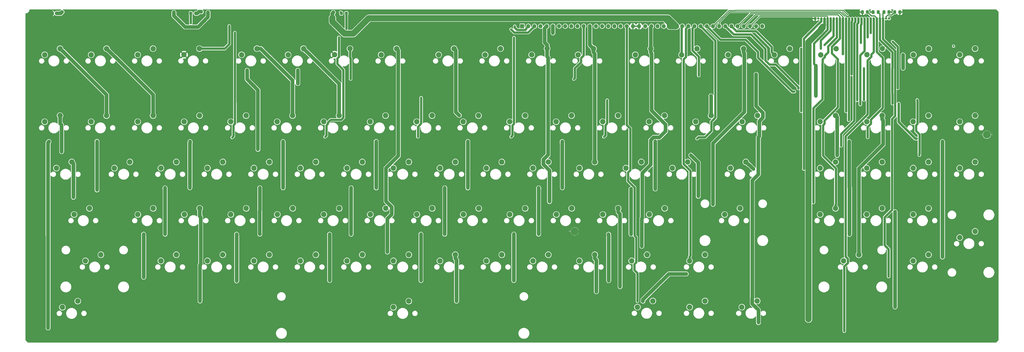
<source format=gbr>
G04 #@! TF.GenerationSoftware,KiCad,Pcbnew,8.0.5*
G04 #@! TF.CreationDate,2025-02-16T01:19:10-05:00*
G04 #@! TF.ProjectId,C128A - BASE,43313238-4120-42d2-9042-4153452e6b69,rev?*
G04 #@! TF.SameCoordinates,Original*
G04 #@! TF.FileFunction,Copper,L1,Top*
G04 #@! TF.FilePolarity,Positive*
%FSLAX46Y46*%
G04 Gerber Fmt 4.6, Leading zero omitted, Abs format (unit mm)*
G04 Created by KiCad (PCBNEW 8.0.5) date 2025-02-16 01:19:10*
%MOMM*%
%LPD*%
G01*
G04 APERTURE LIST*
G04 Aperture macros list*
%AMRoundRect*
0 Rectangle with rounded corners*
0 $1 Rounding radius*
0 $2 $3 $4 $5 $6 $7 $8 $9 X,Y pos of 4 corners*
0 Add a 4 corners polygon primitive as box body*
4,1,4,$2,$3,$4,$5,$6,$7,$8,$9,$2,$3,0*
0 Add four circle primitives for the rounded corners*
1,1,$1+$1,$2,$3*
1,1,$1+$1,$4,$5*
1,1,$1+$1,$6,$7*
1,1,$1+$1,$8,$9*
0 Add four rect primitives between the rounded corners*
20,1,$1+$1,$2,$3,$4,$5,0*
20,1,$1+$1,$4,$5,$6,$7,0*
20,1,$1+$1,$6,$7,$8,$9,0*
20,1,$1+$1,$8,$9,$2,$3,0*%
G04 Aperture macros list end*
G04 #@! TA.AperFunction,ComponentPad*
%ADD10O,1.000000X1.000000*%
G04 #@! TD*
G04 #@! TA.AperFunction,ComponentPad*
%ADD11R,1.000000X1.000000*%
G04 #@! TD*
G04 #@! TA.AperFunction,ComponentPad*
%ADD12C,2.200000*%
G04 #@! TD*
G04 #@! TA.AperFunction,SMDPad,CuDef*
%ADD13RoundRect,0.250000X-0.325000X-0.450000X0.325000X-0.450000X0.325000X0.450000X-0.325000X0.450000X0*%
G04 #@! TD*
G04 #@! TA.AperFunction,SMDPad,CuDef*
%ADD14RoundRect,0.250000X-0.337500X-0.475000X0.337500X-0.475000X0.337500X0.475000X-0.337500X0.475000X0*%
G04 #@! TD*
G04 #@! TA.AperFunction,SMDPad,CuDef*
%ADD15RoundRect,0.250000X0.337500X0.475000X-0.337500X0.475000X-0.337500X-0.475000X0.337500X-0.475000X0*%
G04 #@! TD*
G04 #@! TA.AperFunction,SMDPad,CuDef*
%ADD16RoundRect,0.250000X0.325000X0.450000X-0.325000X0.450000X-0.325000X-0.450000X0.325000X-0.450000X0*%
G04 #@! TD*
G04 #@! TA.AperFunction,ComponentPad*
%ADD17O,1.700000X1.700000*%
G04 #@! TD*
G04 #@! TA.AperFunction,ComponentPad*
%ADD18R,1.700000X1.700000*%
G04 #@! TD*
G04 #@! TA.AperFunction,ViaPad*
%ADD19C,0.800000*%
G04 #@! TD*
G04 #@! TA.AperFunction,ViaPad*
%ADD20C,0.350000*%
G04 #@! TD*
G04 #@! TA.AperFunction,ViaPad*
%ADD21C,3.200000*%
G04 #@! TD*
G04 #@! TA.AperFunction,Conductor*
%ADD22C,1.140000*%
G04 #@! TD*
G04 #@! TA.AperFunction,Conductor*
%ADD23C,1.500000*%
G04 #@! TD*
G04 #@! TA.AperFunction,Conductor*
%ADD24C,0.400000*%
G04 #@! TD*
G04 #@! TA.AperFunction,Conductor*
%ADD25C,0.534000*%
G04 #@! TD*
G04 #@! TA.AperFunction,Conductor*
%ADD26C,2.500000*%
G04 #@! TD*
G04 #@! TA.AperFunction,Conductor*
%ADD27C,0.920000*%
G04 #@! TD*
G04 #@! TA.AperFunction,Conductor*
%ADD28C,1.000000*%
G04 #@! TD*
G04 #@! TA.AperFunction,Conductor*
%ADD29C,0.250000*%
G04 #@! TD*
G04 APERTURE END LIST*
D10*
X419735000Y-207010000D03*
X418465000Y-207010000D03*
X417195000Y-207010000D03*
X415925000Y-207010000D03*
X414655000Y-207010000D03*
X413385000Y-207010000D03*
X412115000Y-207010000D03*
X410845000Y-207010000D03*
X409575000Y-207010000D03*
X408305000Y-207010000D03*
X407035000Y-207010000D03*
X405765000Y-207010000D03*
X404495000Y-207010000D03*
X403225000Y-207010000D03*
X401955000Y-207010000D03*
X400685000Y-207010000D03*
X399415000Y-207010000D03*
X398145000Y-207010000D03*
X396875000Y-207010000D03*
X395605000Y-207010000D03*
X394335000Y-207010000D03*
X393065000Y-207010000D03*
X391795000Y-207010000D03*
X390525000Y-207010000D03*
D11*
X389255000Y-207010000D03*
D12*
X360616500Y-266319000D03*
X354266500Y-268859000D03*
X397827500Y-219465000D03*
X391477500Y-222005000D03*
X321373500Y-219465000D03*
X315023500Y-222005000D03*
X365302800Y-323786500D03*
X358952800Y-326326500D03*
X365442500Y-247142000D03*
X359092500Y-249682000D03*
X346265500Y-247142000D03*
X339915500Y-249682000D03*
X336677000Y-266319000D03*
X330327000Y-268859000D03*
X298323000Y-304673000D03*
X291973000Y-307213000D03*
X307975000Y-285496000D03*
X301625000Y-288036000D03*
X317500000Y-266319000D03*
X311150000Y-268859000D03*
X327088500Y-247142000D03*
X320738500Y-249682000D03*
X307911500Y-247142000D03*
X301561500Y-249682000D03*
X298323000Y-266319000D03*
X291973000Y-268859000D03*
X288798000Y-285496000D03*
X282448000Y-288036000D03*
X279146000Y-304673000D03*
X272796000Y-307213000D03*
X259969000Y-304673000D03*
X253619000Y-307213000D03*
X269621000Y-285496000D03*
X263271000Y-288036000D03*
X279146000Y-266319000D03*
X272796000Y-268859000D03*
X288734500Y-247142000D03*
X282384500Y-249682000D03*
X269557500Y-247142000D03*
X263207500Y-249682000D03*
X240792000Y-304673000D03*
X234442000Y-307213000D03*
X231267000Y-285496000D03*
X224917000Y-288036000D03*
X240792000Y-266319000D03*
X234442000Y-268859000D03*
X250380500Y-247142000D03*
X244030500Y-249682000D03*
X231203500Y-247142000D03*
X224853500Y-249682000D03*
X221615000Y-266319000D03*
X215265000Y-268859000D03*
X212090000Y-285496000D03*
X205740000Y-288036000D03*
X202438000Y-304673000D03*
X196088000Y-307213000D03*
X183261000Y-304673000D03*
X176911000Y-307213000D03*
X192913000Y-285496000D03*
X186563000Y-288036000D03*
X202438000Y-266319000D03*
X196088000Y-268859000D03*
X212026500Y-247142000D03*
X205676500Y-249682000D03*
X192849500Y-247142000D03*
X186499500Y-249682000D03*
X183261000Y-266319000D03*
X176911000Y-268859000D03*
X173736000Y-285496000D03*
X167386000Y-288036000D03*
X164084000Y-304673000D03*
X157734000Y-307213000D03*
X144907000Y-304673000D03*
X138557000Y-307213000D03*
X154559000Y-285496000D03*
X148209000Y-288036000D03*
X164084000Y-266319000D03*
X157734000Y-268859000D03*
X173672500Y-247142000D03*
X167322500Y-249682000D03*
X154495500Y-247142000D03*
X148145500Y-249682000D03*
X144907000Y-266319000D03*
X138557000Y-268859000D03*
X135382000Y-285496000D03*
X129032000Y-288036000D03*
X125730000Y-304673000D03*
X119380000Y-307213000D03*
X116205000Y-285496000D03*
X109855000Y-288036000D03*
X125730000Y-266319000D03*
X119380000Y-268859000D03*
X135318500Y-247142000D03*
X128968500Y-249682000D03*
X116141500Y-247142000D03*
X109791500Y-249682000D03*
X106553000Y-266319000D03*
X100203000Y-268859000D03*
X221615000Y-323850000D03*
X215265000Y-326390000D03*
X82613500Y-266319000D03*
X76263500Y-268859000D03*
X77787500Y-247142000D03*
X71437500Y-249682000D03*
X96964500Y-247142000D03*
X90614500Y-249682000D03*
X96964500Y-219465000D03*
X90614500Y-222005000D03*
X397619500Y-247142000D03*
X391269500Y-249682000D03*
X397619500Y-266319000D03*
X391269500Y-268859000D03*
X416796500Y-285496000D03*
X410446500Y-288036000D03*
X397619500Y-285496000D03*
X391269500Y-288036000D03*
X416796500Y-266319000D03*
X410446500Y-268859000D03*
X416796500Y-247142000D03*
X410446500Y-249682000D03*
X159016700Y-219465000D03*
X152666700Y-222005000D03*
X178193700Y-219465000D03*
X171843700Y-222005000D03*
X435973500Y-247142000D03*
X429623500Y-249682000D03*
X435973500Y-266319000D03*
X429623500Y-268859000D03*
X455150500Y-295021000D03*
X448800500Y-297561000D03*
X435973500Y-285496000D03*
X429623500Y-288036000D03*
X455150500Y-266319000D03*
X448800500Y-268859000D03*
X455150500Y-247142000D03*
X448800500Y-249682000D03*
X77787500Y-219465000D03*
X71437500Y-222005000D03*
X216547700Y-219465000D03*
X210197700Y-222005000D03*
X435973500Y-304673000D03*
X429623500Y-307213000D03*
X116141500Y-219465000D03*
X109791500Y-222005000D03*
X221615000Y-304673000D03*
X215265000Y-307213000D03*
X407271500Y-304673000D03*
X400921500Y-307213000D03*
X327152000Y-285496000D03*
X320802000Y-288036000D03*
X250444000Y-285496000D03*
X244094000Y-288036000D03*
X259969000Y-266319000D03*
X253619000Y-268859000D03*
D13*
X76336000Y-204851000D03*
X74286000Y-204851000D03*
X133740000Y-204851000D03*
X131690000Y-204851000D03*
D12*
X259443500Y-219465000D03*
X253093500Y-222005000D03*
X278638000Y-219456000D03*
X272288000Y-221996000D03*
X240266500Y-219465000D03*
X233916500Y-222005000D03*
X297797500Y-219465000D03*
X291447500Y-222005000D03*
D14*
X424074500Y-204343000D03*
X421999500Y-204343000D03*
X419620500Y-204343000D03*
X417545500Y-204343000D03*
D15*
X413109500Y-204343000D03*
X415184500Y-204343000D03*
X408664500Y-204343000D03*
X410739500Y-204343000D03*
D12*
X436054500Y-219465000D03*
X429704500Y-222005000D03*
X448818000Y-221996000D03*
X455168000Y-219456000D03*
X410591000Y-221996000D03*
X416941000Y-219456000D03*
X372364000Y-222008700D03*
X378714000Y-219468700D03*
X343763600Y-323786500D03*
X337413600Y-326326500D03*
X337375500Y-307213000D03*
X343725500Y-304673000D03*
X315899800Y-326326500D03*
X322249800Y-323786500D03*
X358203500Y-285496000D03*
X351853500Y-288036000D03*
X319862200Y-304673000D03*
X313512200Y-307213000D03*
X128905000Y-221996000D03*
X135255000Y-219456000D03*
X94615000Y-304673000D03*
X88265000Y-307213000D03*
X85090000Y-323850000D03*
X78740000Y-326390000D03*
X89916000Y-285496000D03*
X83566000Y-288036000D03*
X359638600Y-219465000D03*
X353288600Y-222005000D03*
X334124300Y-222008700D03*
X340474300Y-219468700D03*
X191008000Y-221996000D03*
X197358000Y-219456000D03*
D16*
X193793000Y-204851000D03*
X195843000Y-204851000D03*
D17*
X367411000Y-210185000D03*
X364871000Y-210185000D03*
X362331000Y-210185000D03*
X359791000Y-210185000D03*
X357251000Y-210185000D03*
X354711000Y-210185000D03*
X352171000Y-210185000D03*
X349631000Y-210185000D03*
X347091000Y-210185000D03*
X344551000Y-210185000D03*
X342011000Y-210185000D03*
X339471000Y-210185000D03*
X336931000Y-210185000D03*
X334391000Y-210185000D03*
X331851000Y-210185000D03*
X329311000Y-210185000D03*
X326771000Y-210185000D03*
X324231000Y-210185000D03*
X321691000Y-210185000D03*
X319151000Y-210185000D03*
X316611000Y-210185000D03*
X314071000Y-210185000D03*
X311531000Y-210185000D03*
X308991000Y-210185000D03*
X306451000Y-210185000D03*
X303911000Y-210185000D03*
X301371000Y-210185000D03*
X298831000Y-210185000D03*
X296291000Y-210185000D03*
X293751000Y-210185000D03*
X291211000Y-210185000D03*
X288671000Y-210185000D03*
X286131000Y-210185000D03*
X283591000Y-210185000D03*
X281051000Y-210185000D03*
X278511000Y-210185000D03*
X275971000Y-210185000D03*
X273431000Y-210185000D03*
X270891000Y-210185000D03*
D18*
X268351000Y-210185000D03*
D19*
X425450000Y-227540000D03*
X425450000Y-222040000D03*
X387040000Y-224790000D03*
D20*
X401320000Y-205994000D03*
D21*
X335000000Y-205000000D03*
X380000000Y-275000000D03*
X120000000Y-337500000D03*
D19*
X419354000Y-266446000D03*
D21*
X170000000Y-240000000D03*
D19*
X197612000Y-264922000D03*
X232791000Y-245745000D03*
X144399000Y-216154000D03*
X196596000Y-245745000D03*
X131953000Y-212598000D03*
D21*
X200000000Y-205000000D03*
D19*
X217170000Y-284861000D03*
D21*
X220000000Y-337500000D03*
X410000000Y-335000000D03*
D19*
X129794000Y-304419000D03*
D21*
X290000000Y-295000000D03*
D19*
X354520500Y-321183000D03*
X187833000Y-232410000D03*
X292862000Y-284988000D03*
X75311000Y-236855000D03*
D21*
X380000000Y-315000000D03*
D19*
X373761000Y-207010000D03*
D21*
X70000000Y-290000000D03*
D19*
X169291000Y-231902000D03*
D21*
X380000000Y-295000000D03*
D19*
X351790000Y-304673000D03*
X73730000Y-204820000D03*
X292481000Y-246761000D03*
X435991000Y-235585000D03*
D21*
X120000000Y-240000000D03*
X460000000Y-210000000D03*
D19*
X70890000Y-207180000D03*
X224028000Y-303276000D03*
X143637000Y-216154000D03*
X145161000Y-207010000D03*
X326898000Y-244094000D03*
X73530000Y-206270000D03*
X336232500Y-334645000D03*
X283083000Y-284099000D03*
X262255000Y-303276000D03*
X214884000Y-247142000D03*
X428244000Y-219456000D03*
X300736000Y-264922000D03*
D21*
X70000000Y-240000000D03*
D19*
X272161000Y-284099000D03*
D21*
X335000000Y-295000000D03*
D19*
X205613000Y-266319000D03*
X243713000Y-266319000D03*
X356362000Y-207010000D03*
X371094000Y-304673000D03*
X420116000Y-204343000D03*
X185928000Y-264922000D03*
X311404000Y-264922000D03*
X371983000Y-236855000D03*
X139573000Y-285242000D03*
X206248000Y-304419000D03*
X250317000Y-244221000D03*
X160909000Y-231902000D03*
X319786000Y-266319000D03*
X129159000Y-265938000D03*
X396875000Y-227330000D03*
X168148000Y-304165000D03*
X144399000Y-207010000D03*
X167132000Y-266192000D03*
X246507000Y-245745000D03*
X179578000Y-232156000D03*
X452628000Y-216027000D03*
X177546000Y-285242000D03*
D21*
X70000000Y-210000000D03*
D19*
X234061000Y-303276000D03*
X139192000Y-246634000D03*
X424561000Y-204343000D03*
X408305000Y-204343000D03*
X419227000Y-285369000D03*
X72030000Y-205990000D03*
X143637000Y-207010000D03*
X419100000Y-238887000D03*
X76200000Y-236855000D03*
X367030000Y-275336000D03*
X244856000Y-304546000D03*
X208026000Y-245745000D03*
X157480000Y-207010000D03*
X254508000Y-246634000D03*
D21*
X220000000Y-240000000D03*
D19*
X373888000Y-219964000D03*
X412623000Y-204343000D03*
X77089000Y-236855000D03*
X400177000Y-238760000D03*
X288798000Y-244348000D03*
X345567000Y-219456000D03*
D21*
X460000000Y-255000000D03*
D19*
X254508000Y-284988000D03*
X331216000Y-247142000D03*
D21*
X70000000Y-335000000D03*
X320000000Y-337500000D03*
D19*
X282321000Y-266192000D03*
X72180000Y-207610000D03*
X244221000Y-284099000D03*
X178308000Y-246761000D03*
X414020000Y-239014000D03*
X419735000Y-246951500D03*
D21*
X460000000Y-335000000D03*
D19*
X145161000Y-216154000D03*
D21*
X270000000Y-240000000D03*
D19*
X444373000Y-227457000D03*
D21*
X380000000Y-255000000D03*
D19*
X419481000Y-313690000D03*
X422148000Y-232791000D03*
X441706000Y-305625500D03*
X441714684Y-276995684D03*
X431038000Y-256667000D03*
X421005000Y-234442000D03*
X175831500Y-233870500D03*
X441720490Y-257859010D03*
X423672000Y-242189000D03*
X175831500Y-228409500D03*
X421031001Y-242162999D03*
X154940000Y-228409500D03*
X403366490Y-277036010D03*
X403352000Y-296227500D03*
X154940000Y-232156000D03*
X410845000Y-256159000D03*
X403239490Y-257859010D03*
X159385000Y-261112000D03*
X149860000Y-212852000D03*
X121094500Y-296164000D03*
X112239010Y-296213010D03*
X121089010Y-277036010D03*
X131416010Y-257859010D03*
X148737020Y-256159000D03*
X131318000Y-276987000D03*
X412115000Y-212979000D03*
X112268000Y-314007500D03*
X281051000Y-212979000D03*
X78613000Y-204343000D03*
X193421000Y-204343000D03*
X136017000Y-204216000D03*
X363728000Y-269240000D03*
X384556000Y-269240000D03*
X124714000Y-204470000D03*
X138811000Y-204470000D03*
X446278000Y-218440000D03*
X392557000Y-210185000D03*
X392303000Y-211278990D03*
X336042000Y-312610500D03*
X386461000Y-331724000D03*
X318135000Y-323913500D03*
X391336010Y-211278990D03*
X190500000Y-204470000D03*
X242443000Y-247078500D03*
X389509000Y-239014000D03*
X389509000Y-226949000D03*
X346202000Y-239014000D03*
X391541000Y-219456000D03*
X383413000Y-219456000D03*
X398272000Y-263652000D03*
X383413000Y-245364000D03*
X135486999Y-323850000D03*
X347091000Y-283845000D03*
X279654000Y-282702000D03*
X347091000Y-265811000D03*
X393065000Y-217932000D03*
X388493000Y-283083000D03*
X317690500Y-301180500D03*
X318008000Y-280162000D03*
X241300000Y-323913500D03*
X422148000Y-326263000D03*
X212788500Y-303593500D03*
X298958000Y-319976500D03*
X422148000Y-286956500D03*
X308737000Y-317881000D03*
X400685000Y-221678500D03*
X83312000Y-280924000D03*
X431292000Y-240665000D03*
X432187009Y-263518991D03*
X409321000Y-240665000D03*
X409321000Y-227584000D03*
X337947000Y-263525000D03*
X78422500Y-262064500D03*
X341017001Y-280501501D03*
X401955000Y-245427500D03*
X403075010Y-249069990D03*
X365823500Y-332740000D03*
X341185500Y-230568500D03*
X363283500Y-294513000D03*
X365760000Y-256159000D03*
X364871000Y-230124000D03*
X404195020Y-230124000D03*
X323215000Y-277495000D03*
X399923000Y-259651500D03*
X340491500Y-256662500D03*
X313245500Y-296227500D03*
X313281750Y-277458750D03*
X303999000Y-296203000D03*
X304038000Y-315404500D03*
X323229490Y-257859010D03*
X275180010Y-277036010D03*
X264922000Y-315341000D03*
X275145500Y-296164000D03*
X303403000Y-240792000D03*
X264926500Y-296159500D03*
X302069500Y-255905000D03*
X284875490Y-257859010D03*
X284924500Y-276987000D03*
X406527000Y-240792000D03*
X263807980Y-255905000D03*
X408051000Y-217043000D03*
X226631500Y-315341000D03*
X264967501Y-216489499D03*
X236424990Y-277036010D03*
X245949990Y-257859010D03*
X236410500Y-296164000D03*
X226626010Y-296213010D03*
X245935500Y-277050500D03*
X226695000Y-242570000D03*
X208167490Y-257859010D03*
X208153000Y-277050500D03*
X197816990Y-277036010D03*
X188947010Y-296213010D03*
X407797000Y-242570000D03*
X188947010Y-315306490D03*
X225361500Y-255905000D03*
X197802500Y-296227500D03*
X187091020Y-255905000D03*
X150593010Y-296213010D03*
X150622000Y-315531500D03*
X160147000Y-296164000D03*
X169813490Y-277036010D03*
X192768001Y-214774999D03*
X410827001Y-214774999D03*
X169770010Y-257859010D03*
X160161490Y-277036010D03*
X72834500Y-334962500D03*
X93027500Y-277876000D03*
X72834500Y-296291000D03*
X73229990Y-257859010D03*
X93020250Y-257817250D03*
X401193000Y-336296000D03*
X72898000Y-277622000D03*
D20*
X402590000Y-205486000D03*
D19*
X315903500Y-323913500D03*
X423271021Y-235858979D03*
X421132000Y-216535000D03*
X382207980Y-235901020D03*
X380619000Y-237236000D03*
X197612000Y-232029000D03*
X289687000Y-232029000D03*
X265303000Y-210185000D03*
X147574000Y-210058000D03*
X131699000Y-208915000D03*
X263779000Y-211455000D03*
X195834000Y-211328000D03*
D22*
X295020000Y-287146000D02*
X292862000Y-284988000D01*
X295020000Y-292030000D02*
X295020000Y-287146000D01*
X292050000Y-295000000D02*
X295020000Y-292030000D01*
X290000000Y-295000000D02*
X292050000Y-295000000D01*
D23*
X425450000Y-222040000D02*
X425450000Y-227540000D01*
D24*
X399565962Y-204239962D02*
X353884580Y-204239962D01*
D25*
X418465000Y-206302894D02*
X419257884Y-205510010D01*
X418465000Y-207010000D02*
X418465000Y-206302894D01*
D24*
X401320000Y-205994000D02*
X399565962Y-204239962D01*
D25*
X420844990Y-205510010D02*
X421388628Y-204966372D01*
D24*
X349631000Y-208493542D02*
X349631000Y-210185000D01*
D25*
X421388628Y-204966372D02*
X422012000Y-204343000D01*
D24*
X353884580Y-204239962D02*
X349631000Y-208493542D01*
D25*
X419257884Y-205510010D02*
X420844990Y-205510010D01*
D26*
X72072500Y-206819500D02*
X73641001Y-205250999D01*
X371983000Y-270383000D02*
X371983000Y-236855000D01*
X371094000Y-304673000D02*
X371094000Y-282703498D01*
X367030000Y-275336000D02*
X368681000Y-273685000D01*
D23*
X373888000Y-207317000D02*
X373761000Y-207190000D01*
D26*
X143637000Y-216154000D02*
X143637000Y-207010000D01*
X66294000Y-234696000D02*
X66294000Y-212598000D01*
D23*
X373888000Y-219964000D02*
X373888000Y-207317000D01*
D26*
X66294000Y-212598000D02*
X71501000Y-207391000D01*
X368681000Y-273685000D02*
X371983000Y-270383000D01*
X367030000Y-278638000D02*
X367030000Y-275336000D01*
X73641001Y-205250999D02*
X74041000Y-204851000D01*
X68453000Y-236855000D02*
X66294000Y-234696000D01*
X145161000Y-207010000D02*
X145161000Y-216154000D01*
X367917502Y-279525502D02*
X367030000Y-278638000D01*
X371094000Y-282703498D02*
X367917502Y-279527000D01*
X77089000Y-236855000D02*
X68453000Y-236855000D01*
X367917502Y-279527000D02*
X367917502Y-279525502D01*
D25*
X417195000Y-207010000D02*
X417195000Y-204706000D01*
D27*
X417195000Y-215521266D02*
X422151011Y-220477276D01*
X420886501Y-286160444D02*
X417826499Y-289220446D01*
X417826499Y-289220446D02*
X417826499Y-300714197D01*
X417195000Y-207010000D02*
X417195000Y-215521266D01*
X419481000Y-302368698D02*
X419481000Y-313124315D01*
X417826499Y-300714197D02*
X419481000Y-302368698D01*
X419481000Y-313124315D02*
X419481000Y-313690000D01*
X422151011Y-220477276D02*
X422151011Y-247303489D01*
X422151011Y-247303489D02*
X420886501Y-248567999D01*
X420886501Y-248567999D02*
X420886501Y-286160444D01*
D25*
X417195000Y-204706000D02*
X417558000Y-204343000D01*
D23*
X441706000Y-305625500D02*
X441720490Y-305611010D01*
X441714684Y-276995684D02*
X441706000Y-305625500D01*
D27*
X421005000Y-234442000D02*
X421031001Y-241597314D01*
D28*
X430504498Y-256667000D02*
X431038000Y-256667000D01*
X423672000Y-242189000D02*
X423672000Y-249834502D01*
D23*
X441720490Y-257859010D02*
X441714684Y-276995684D01*
D27*
X415925000Y-207010000D02*
X415925000Y-215835198D01*
D23*
X175831500Y-233304815D02*
X175831500Y-228409500D01*
D27*
X421031001Y-241597314D02*
X421031001Y-242162999D01*
D23*
X175831500Y-233870500D02*
X175831500Y-233304815D01*
D25*
X415925000Y-205096000D02*
X415172000Y-204343000D01*
D28*
X423672000Y-249834502D02*
X430504498Y-256667000D01*
D27*
X421031001Y-220941199D02*
X421005000Y-234442000D01*
X415925000Y-215835198D02*
X421031001Y-220941199D01*
D25*
X415925000Y-207010000D02*
X415925000Y-205096000D01*
D23*
X403352000Y-296227500D02*
X403352000Y-296291000D01*
D25*
X414655000Y-207010000D02*
X414655000Y-206848838D01*
D27*
X417061001Y-223259199D02*
X417061001Y-243982699D01*
D25*
X414655000Y-206848838D02*
X413800162Y-205994000D01*
X412378000Y-205994000D02*
X410727000Y-204343000D01*
D27*
X412206501Y-250526801D02*
X410845000Y-251888302D01*
D23*
X403352000Y-277616185D02*
X403352000Y-296227500D01*
X403366490Y-277036010D02*
X403366490Y-277601695D01*
X403239490Y-276909010D02*
X403366490Y-277036010D01*
X159385000Y-236601000D02*
X154940000Y-232156000D01*
D27*
X410845000Y-251888302D02*
X410845000Y-256159000D01*
D23*
X159385000Y-261112000D02*
X159385000Y-236601000D01*
X154940000Y-232156000D02*
X154940000Y-228409500D01*
D27*
X414655000Y-207010000D02*
X414655000Y-220853198D01*
D25*
X413800162Y-205994000D02*
X412378000Y-205994000D01*
D27*
X414655000Y-220853198D02*
X417061001Y-223259199D01*
X412206501Y-248837199D02*
X412206501Y-250526801D01*
X417061001Y-243982699D02*
X412206501Y-248837199D01*
D23*
X403239490Y-257859010D02*
X403239490Y-276909010D01*
X403366490Y-277601695D02*
X403352000Y-277616185D01*
D27*
X149733651Y-250698651D02*
X149905501Y-250526801D01*
D23*
X281051000Y-212979000D02*
X281051000Y-210185000D01*
D27*
X412115000Y-207010000D02*
X412115000Y-212979000D01*
X149860000Y-213360000D02*
X149860000Y-212852000D01*
D23*
X131416010Y-257859010D02*
X131416010Y-258424695D01*
X121094500Y-277607185D02*
X121094500Y-296164000D01*
X121089010Y-277036010D02*
X121089010Y-277601695D01*
D27*
X149905501Y-250526801D02*
X149905501Y-241853501D01*
D23*
X112239010Y-296213010D02*
X112239010Y-296778695D01*
X131318000Y-258522705D02*
X131318000Y-276987000D01*
D27*
X149905501Y-241853501D02*
X149860000Y-241808000D01*
D23*
X121089010Y-277601695D02*
X121094500Y-277607185D01*
X131416010Y-258424695D02*
X131318000Y-258522705D01*
D27*
X148737020Y-256159000D02*
X149295499Y-255600521D01*
X149860000Y-241808000D02*
X149860000Y-213360000D01*
D23*
X112268000Y-296807685D02*
X112268000Y-314007500D01*
D27*
X149295499Y-255600521D02*
X149295499Y-251136803D01*
D23*
X112239010Y-296778695D02*
X112268000Y-296807685D01*
D27*
X149295499Y-251136803D02*
X149733651Y-250698651D01*
D23*
X78613000Y-204343000D02*
X78613000Y-204343000D01*
X78105000Y-204851000D02*
X78613000Y-204343000D01*
X76336000Y-204851000D02*
X78105000Y-204851000D01*
X136017000Y-204216000D02*
X136017000Y-204216000D01*
X133740000Y-204851000D02*
X134415000Y-204851000D01*
X135050000Y-204216000D02*
X136017000Y-204216000D01*
X134415000Y-204851000D02*
X135050000Y-204216000D01*
D27*
X384556000Y-269240000D02*
X384533010Y-269217010D01*
X391685001Y-208141038D02*
X390276038Y-209550000D01*
D23*
X361716499Y-267418999D02*
X361906999Y-267418999D01*
D27*
X384533010Y-215293028D02*
X384556000Y-269240000D01*
D23*
X360616500Y-266319000D02*
X361716499Y-267418999D01*
D27*
X390276038Y-209550000D02*
X384533010Y-215293028D01*
D23*
X361906999Y-267418999D02*
X363728000Y-269240000D01*
D27*
X391685001Y-207119999D02*
X391685001Y-208141038D01*
X391795000Y-207010000D02*
X391685001Y-207119999D01*
D26*
X392303000Y-210439000D02*
X392303000Y-210852906D01*
D23*
X124714000Y-204470000D02*
X124714000Y-204470000D01*
X392557000Y-210185000D02*
X392557000Y-210312000D01*
X336042000Y-312610500D02*
X336042000Y-312610500D01*
D26*
X190100001Y-206737001D02*
X190100001Y-208296715D01*
X391668000Y-211201000D02*
X391668000Y-211614906D01*
X327211081Y-206883000D02*
X326263000Y-206883000D01*
D23*
X318135000Y-323347815D02*
X328872315Y-312610500D01*
X318135000Y-323913500D02*
X318135000Y-323347815D01*
X129360000Y-210490000D02*
X134690000Y-210490000D01*
D26*
X326263000Y-206883000D02*
X328549000Y-206883000D01*
X190100001Y-208296715D02*
X195042393Y-213239107D01*
D23*
X392924990Y-209817010D02*
X392924990Y-209677000D01*
D26*
X329311000Y-210185000D02*
X329311000Y-208982919D01*
D23*
X392557000Y-210185000D02*
X392557000Y-210185000D01*
X138811000Y-206369000D02*
X138811000Y-204470000D01*
D26*
X329311000Y-208982919D02*
X327211081Y-206883000D01*
X391668000Y-211614906D02*
X386466346Y-216816561D01*
X386466346Y-216816561D02*
X386466346Y-331337654D01*
D23*
X328872315Y-312610500D02*
X336042000Y-312610500D01*
X134690000Y-210490000D02*
X138811000Y-206369000D01*
X392557000Y-210312000D02*
X391668000Y-211201000D01*
D26*
X329311000Y-210185000D02*
X331851000Y-210185000D01*
D23*
X124714000Y-205844000D02*
X129360000Y-210490000D01*
D22*
X393065000Y-207010000D02*
X393065000Y-209677000D01*
D26*
X205105000Y-206883000D02*
X326263000Y-206883000D01*
D22*
X393065000Y-209677000D02*
X392557000Y-210185000D01*
D23*
X392557000Y-210185000D02*
X392924990Y-209817010D01*
X124714000Y-204470000D02*
X124714000Y-205844000D01*
D26*
X328549000Y-206883000D02*
X331851000Y-210185000D01*
X198748893Y-213239107D02*
X205105000Y-206883000D01*
D23*
X190100001Y-204869999D02*
X190100001Y-206737001D01*
X190500000Y-204470000D02*
X190100001Y-204869999D01*
D26*
X195042393Y-213239107D02*
X198748893Y-213239107D01*
D23*
X389509000Y-239014000D02*
X389509000Y-226568000D01*
D24*
X366476010Y-206039990D02*
X394072096Y-206039990D01*
D23*
X241006499Y-245641999D02*
X242443000Y-247078500D01*
X192849500Y-245586366D02*
X192849500Y-247142000D01*
X346265500Y-239077500D02*
X346202000Y-239014000D01*
D24*
X362331000Y-210185000D02*
X366476010Y-206039990D01*
D23*
X346265500Y-247142000D02*
X346265500Y-239077500D01*
X192849500Y-233996798D02*
X192849500Y-245586366D01*
X116141500Y-245586366D02*
X116141500Y-247142000D01*
X240266500Y-219465000D02*
X241006499Y-220204999D01*
X179293699Y-220564999D02*
X179417701Y-220564999D01*
X178193700Y-219465000D02*
X179293699Y-220564999D01*
X100368501Y-222744999D02*
X116141500Y-238517998D01*
D24*
X394072096Y-206039990D02*
X394335000Y-206302894D01*
D27*
X388697499Y-225756499D02*
X389509000Y-226568000D01*
X388697499Y-217286569D02*
X388697499Y-225756499D01*
D23*
X241006499Y-220204999D02*
X241006499Y-245641999D01*
X96964500Y-219465000D02*
X100244499Y-222744999D01*
X179417701Y-220564999D02*
X192849500Y-233996798D01*
D27*
X394335000Y-211649068D02*
X388697499Y-217286569D01*
X394335000Y-207010000D02*
X394335000Y-211649068D01*
D23*
X116141500Y-238517998D02*
X116141500Y-245586366D01*
X100244499Y-222744999D02*
X100368501Y-222744999D01*
D24*
X394335000Y-206302894D02*
X394335000Y-207010000D01*
D23*
X298323000Y-264763366D02*
X298323000Y-266319000D01*
D29*
X395556002Y-207010000D02*
X395605000Y-207010000D01*
D23*
X297797500Y-219465000D02*
X297797500Y-221020634D01*
D27*
X393446000Y-214122000D02*
X395605000Y-211963000D01*
X395605000Y-211963000D02*
X395605000Y-207010000D01*
X391541000Y-216027000D02*
X391541000Y-219456000D01*
D23*
X298323000Y-221546134D02*
X298323000Y-264763366D01*
D27*
X393446000Y-214122000D02*
X391541000Y-216027000D01*
D23*
X398272000Y-247794500D02*
X397619500Y-247142000D01*
D27*
X383413000Y-245364000D02*
X383413000Y-219456000D01*
D23*
X398272000Y-263652000D02*
X398272000Y-247794500D01*
X296291000Y-217958500D02*
X296291000Y-210185000D01*
X297797500Y-219465000D02*
X296291000Y-217958500D01*
X297797500Y-221020634D02*
X298323000Y-221546134D01*
X135382000Y-288749998D02*
X135792001Y-289159999D01*
X278638000Y-219456000D02*
X278638000Y-217900366D01*
X277661001Y-216923367D02*
X277661001Y-211034999D01*
D27*
X396725010Y-214271990D02*
X393065000Y-217932000D01*
D23*
X359638600Y-221020634D02*
X360048601Y-221430635D01*
D27*
X396725010Y-207606792D02*
X396725010Y-214271990D01*
D23*
X135486999Y-308888999D02*
X135486999Y-323827999D01*
X279048001Y-223119999D02*
X279048001Y-263382997D01*
X359638600Y-219465000D02*
X359638600Y-221020634D01*
X135382000Y-285496000D02*
X135382000Y-288749998D01*
X135792001Y-289159999D02*
X135792001Y-308583997D01*
X347091000Y-258649498D02*
X347091000Y-283845000D01*
X360048601Y-245691897D02*
X347091000Y-258649498D01*
X135792001Y-308583997D02*
X135486999Y-308888999D01*
X278638000Y-219456000D02*
X278638000Y-222709998D01*
X277095999Y-267303001D02*
X279654000Y-269861002D01*
D27*
X396875000Y-207010000D02*
X396875000Y-207456802D01*
D23*
X277661001Y-211034999D02*
X278511000Y-210185000D01*
X278638000Y-222709998D02*
X279048001Y-223119999D01*
D27*
X396875000Y-207456802D02*
X396725010Y-207606792D01*
D23*
X279654000Y-269861002D02*
X279654000Y-282702000D01*
X360048601Y-221430635D02*
X360048601Y-245691897D01*
X278638000Y-217900366D02*
X277661001Y-216923367D01*
X277095999Y-265334999D02*
X277095999Y-267303001D01*
X279048001Y-263382997D02*
X277095999Y-265334999D01*
X322525323Y-256159000D02*
X321373500Y-257310823D01*
D27*
X393237501Y-222331499D02*
X393237501Y-222849801D01*
D23*
X327498501Y-250805999D02*
X327498501Y-253638001D01*
X321373500Y-221020634D02*
X321783501Y-221430635D01*
D27*
X394566010Y-218462990D02*
X394566010Y-221002990D01*
D23*
X324977502Y-256159000D02*
X322525323Y-256159000D01*
X327498501Y-253638001D02*
X324977502Y-256159000D01*
D27*
X392176000Y-240411000D02*
X388489499Y-244097501D01*
D23*
X240792000Y-304673000D02*
X240792000Y-306228634D01*
X317690500Y-289753498D02*
X317690500Y-301180500D01*
X240792000Y-306228634D02*
X241300000Y-306736634D01*
X321783501Y-245090999D02*
X327498501Y-250805999D01*
X321373500Y-219465000D02*
X321373500Y-221020634D01*
X241300000Y-306736634D02*
X241300000Y-323913500D01*
D27*
X394566010Y-221002990D02*
X393237501Y-222331499D01*
X393237501Y-222849801D02*
X392303000Y-223784302D01*
X398145000Y-207010000D02*
X398145000Y-214884000D01*
D23*
X321783501Y-221430635D02*
X321783501Y-245090999D01*
X321373500Y-267401498D02*
X317910001Y-270864997D01*
X317910001Y-270864997D02*
X317910001Y-289533997D01*
D27*
X392303000Y-223784302D02*
X392303000Y-224663000D01*
X392303000Y-224663000D02*
X392303000Y-225497302D01*
X392176000Y-225624302D02*
X392176000Y-240411000D01*
D23*
X317910001Y-289533997D02*
X317690500Y-289753498D01*
D27*
X398145000Y-214884000D02*
X394566010Y-218462990D01*
X392303000Y-225497302D02*
X392176000Y-225624302D01*
D23*
X321373500Y-210502500D02*
X321691000Y-210185000D01*
X321373500Y-219465000D02*
X321373500Y-210502500D01*
X321373500Y-257310823D02*
X321373500Y-267401498D01*
D27*
X388489499Y-244097501D02*
X388489499Y-283079499D01*
D23*
X422148000Y-286956500D02*
X422148000Y-286893000D01*
D27*
X399415000Y-215272698D02*
X396067499Y-218620199D01*
X396067499Y-221388197D02*
X398526000Y-223846698D01*
D23*
X212194999Y-268894999D02*
X212194999Y-282566997D01*
X212788500Y-289753498D02*
X212788500Y-303593500D01*
D24*
X364536019Y-205439981D02*
X398552087Y-205439981D01*
X398552087Y-205439981D02*
X399415000Y-206302894D01*
D23*
X212194999Y-282566997D02*
X214566500Y-284938498D01*
D27*
X398526000Y-243713000D02*
X398526000Y-223846698D01*
D23*
X298323000Y-306228634D02*
X298958000Y-306863634D01*
X217287699Y-263802299D02*
X212194999Y-268894999D01*
D27*
X397619500Y-285496000D02*
X397619500Y-283940366D01*
D23*
X217287699Y-220204999D02*
X217287699Y-263802299D01*
D27*
X397739501Y-283820365D02*
X397739501Y-269043803D01*
X392419499Y-263723801D02*
X392419499Y-251136803D01*
D23*
X214566500Y-287975498D02*
X212788500Y-289753498D01*
X298958000Y-319410815D02*
X298958000Y-319976500D01*
D27*
X397739501Y-269043803D02*
X392419499Y-263723801D01*
X393029501Y-249209499D02*
X398526000Y-243713000D01*
X392419499Y-251136803D02*
X393029501Y-250526801D01*
D23*
X422148000Y-326263000D02*
X422148000Y-286956500D01*
X216547700Y-219465000D02*
X217287699Y-220204999D01*
X214566500Y-284938498D02*
X214566500Y-287975498D01*
D24*
X399415000Y-206302894D02*
X399415000Y-207010000D01*
D27*
X399415000Y-207137000D02*
X399415000Y-215272698D01*
X397619500Y-283940366D02*
X397739501Y-283820365D01*
X393029501Y-250526801D02*
X393029501Y-249209499D01*
X399415000Y-207010000D02*
X399415000Y-207137000D01*
D23*
X298323000Y-304673000D02*
X298323000Y-306228634D01*
X298958000Y-306863634D02*
X298958000Y-319410815D01*
D27*
X396067499Y-218620199D02*
X396067499Y-221388197D01*
D24*
X359791000Y-210185000D02*
X364536019Y-205439981D01*
D27*
X432187009Y-262953306D02*
X432198010Y-262942305D01*
D24*
X357251000Y-210185000D02*
X362596028Y-204839972D01*
X362596028Y-204839972D02*
X399222078Y-204839972D01*
D27*
X431383501Y-241208499D02*
X431292000Y-241116998D01*
D23*
X308737000Y-317315315D02*
X308737000Y-317881000D01*
D27*
X432198010Y-262942305D02*
X432198010Y-254923312D01*
D28*
X400685000Y-207717106D02*
X400685000Y-221678500D01*
D23*
X307975000Y-287051634D02*
X308714999Y-287791633D01*
X82613500Y-266319000D02*
X83312000Y-267017500D01*
D27*
X409321000Y-227584000D02*
X409321000Y-228149685D01*
D23*
X308714999Y-317293314D02*
X308737000Y-317315315D01*
D24*
X399222078Y-204839972D02*
X400685000Y-206302894D01*
D27*
X432198010Y-254923312D02*
X430773499Y-253498801D01*
D23*
X308714999Y-287791633D02*
X308714999Y-317293314D01*
D24*
X400685000Y-206302894D02*
X400685000Y-207010000D01*
D27*
X409321000Y-228149685D02*
X409321000Y-240665000D01*
D23*
X307975000Y-285496000D02*
X307975000Y-287051634D01*
X83312000Y-267017500D02*
X83312000Y-280924000D01*
D27*
X431383501Y-250526801D02*
X431383501Y-241208499D01*
D28*
X400685000Y-207010000D02*
X400685000Y-207717106D01*
D27*
X432187009Y-263518991D02*
X432187009Y-262953306D01*
X430773499Y-251136803D02*
X431383501Y-250526801D01*
X431292000Y-241116998D02*
X431292000Y-240665000D01*
X430773499Y-253498801D02*
X430773499Y-251136803D01*
D23*
X78422500Y-251030998D02*
X78422500Y-261498815D01*
X78422500Y-261498815D02*
X78422500Y-262064500D01*
X337947000Y-263525000D02*
X341017001Y-266595001D01*
X417206501Y-249107635D02*
X416796500Y-248697634D01*
X77787500Y-250395998D02*
X78422500Y-251030998D01*
X417206501Y-259064997D02*
X417206501Y-249107635D01*
X341017001Y-266595001D02*
X341017001Y-280501501D01*
X407271500Y-304673000D02*
X407271500Y-268999998D01*
D27*
X401955000Y-207010000D02*
X401955000Y-245427500D01*
D23*
X416796500Y-248697634D02*
X416796500Y-247142000D01*
X407271500Y-268999998D02*
X417206501Y-259064997D01*
X77787500Y-247142000D02*
X77787500Y-250395998D01*
X173672500Y-232565166D02*
X173672500Y-245586366D01*
X173672500Y-245586366D02*
X173672500Y-247142000D01*
X78887499Y-220564999D02*
X79011501Y-220564999D01*
X160572334Y-219465000D02*
X173672500Y-232565166D01*
X77787500Y-219465000D02*
X78887499Y-220564999D01*
X79011501Y-220564999D02*
X96964500Y-238517998D01*
X159016700Y-219465000D02*
X160572334Y-219465000D01*
D27*
X403075010Y-207867096D02*
X403075010Y-248307990D01*
X403075010Y-248307990D02*
X403075010Y-249069990D01*
D23*
X96964500Y-238517998D02*
X96964500Y-245586366D01*
D27*
X403225000Y-207010000D02*
X403225000Y-207717106D01*
D23*
X96964500Y-245586366D02*
X96964500Y-247142000D01*
D27*
X403225000Y-207717106D02*
X403075010Y-207867096D01*
D23*
X365823500Y-332740000D02*
X365823500Y-332740000D01*
X363283500Y-273936002D02*
X363283500Y-293947315D01*
X364871000Y-243205000D02*
X364871000Y-230124000D01*
X363252799Y-324990497D02*
X365823500Y-327561198D01*
D27*
X404495000Y-207010000D02*
X404495000Y-208031039D01*
D23*
X365760000Y-256159000D02*
X366182499Y-255736501D01*
X366182499Y-249436003D02*
X367665000Y-247953502D01*
X367665000Y-247953502D02*
X367665000Y-245999000D01*
X365823500Y-327561198D02*
X365823500Y-332740000D01*
D27*
X338621001Y-220220203D02*
X338621001Y-211034999D01*
X404495000Y-208031039D02*
X404195020Y-208331019D01*
X338621001Y-211034999D02*
X339471000Y-210185000D01*
X341185500Y-230568500D02*
X341185500Y-222784702D01*
D23*
X365760000Y-271459502D02*
X363283500Y-273936002D01*
X363283500Y-293947315D02*
X363283500Y-294513000D01*
X366182499Y-255736501D02*
X366182499Y-249436003D01*
X363283500Y-294513000D02*
X363283500Y-322658998D01*
X363252799Y-322689699D02*
X363252799Y-324990497D01*
X365760000Y-256159000D02*
X365760000Y-271459502D01*
X367665000Y-245999000D02*
X364871000Y-243205000D01*
X363283500Y-322658998D02*
X363252799Y-322689699D01*
D27*
X404195020Y-227076000D02*
X404195020Y-230124000D01*
X404195020Y-208331019D02*
X404195020Y-227076000D01*
X341185500Y-222784702D02*
X338621001Y-220220203D01*
D23*
X303999000Y-296768685D02*
X304038000Y-296807685D01*
D27*
X343795801Y-256088501D02*
X346385501Y-253498801D01*
X399923000Y-254693302D02*
X399923000Y-259085815D01*
X348025501Y-216199501D02*
X342011000Y-210185000D01*
D23*
X313281750Y-277458750D02*
X313281750Y-296191250D01*
X304038000Y-296807685D02*
X304038000Y-315404500D01*
X303999000Y-296203000D02*
X303999000Y-296768685D01*
D27*
X399923000Y-259085815D02*
X399923000Y-259651500D01*
X348025501Y-247986801D02*
X348025501Y-216199501D01*
D23*
X323229490Y-257859010D02*
X323229490Y-277480510D01*
D27*
X399923000Y-255397000D02*
X399923000Y-259651500D01*
X346385501Y-253498801D02*
X346385501Y-249626801D01*
X340491500Y-256662500D02*
X341065499Y-256088501D01*
X405765000Y-207010000D02*
X405765000Y-208407000D01*
X405765000Y-208407000D02*
X405315030Y-208856970D01*
X405315030Y-208856970D02*
X405315030Y-249301272D01*
X346385501Y-249626801D02*
X348025501Y-247986801D01*
X341065499Y-256088501D02*
X343795801Y-256088501D01*
X405315030Y-249301272D02*
X399923000Y-254693302D01*
D23*
X264922000Y-315341000D02*
X264926500Y-315336500D01*
X275145500Y-277636205D02*
X275145500Y-296164000D01*
X284924500Y-258473705D02*
X284924500Y-276987000D01*
D27*
X302069500Y-255905000D02*
X302711499Y-255263001D01*
X302711499Y-255263001D02*
X302711499Y-251136803D01*
D23*
X275180010Y-277601695D02*
X275145500Y-277636205D01*
X264926500Y-296159500D02*
X264922000Y-315341000D01*
D27*
X407035000Y-208720933D02*
X407035000Y-207010000D01*
X302711499Y-251136803D02*
X303321501Y-250526801D01*
X303403000Y-240792000D02*
X303403000Y-250253698D01*
D23*
X284875490Y-257859010D02*
X284875490Y-258424695D01*
X275180010Y-277036010D02*
X275180010Y-277601695D01*
D27*
X406527000Y-240792000D02*
X406527000Y-209228933D01*
D23*
X284875490Y-258424695D02*
X284924500Y-258473705D01*
D27*
X303403000Y-250253698D02*
X303225699Y-250430999D01*
X406527000Y-209228933D02*
X407035000Y-208720933D01*
D23*
X236410500Y-296164000D02*
X236424990Y-296149510D01*
D27*
X264967501Y-216616499D02*
X264967501Y-216489499D01*
X264967501Y-216489499D02*
X264967501Y-214965499D01*
D23*
X226626010Y-296778695D02*
X226631500Y-296784185D01*
D27*
X264357499Y-255355481D02*
X264357499Y-251136803D01*
X408051000Y-209677000D02*
X408051000Y-217043000D01*
X264357499Y-251136803D02*
X264922000Y-250572302D01*
X264922000Y-250572302D02*
X264967501Y-250526801D01*
D23*
X226631500Y-296784185D02*
X226631500Y-315341000D01*
D27*
X264967501Y-250526801D02*
X264967501Y-216616499D01*
X408305000Y-209423000D02*
X408051000Y-209677000D01*
D23*
X245949990Y-257859010D02*
X245949990Y-277036010D01*
D27*
X408305000Y-207010000D02*
X408305000Y-209423000D01*
D23*
X226626010Y-296213010D02*
X226626010Y-296778695D01*
X236424990Y-277036010D02*
X236410500Y-296164000D01*
D27*
X263807980Y-255905000D02*
X264357499Y-255355481D01*
X226695000Y-242697000D02*
X226695000Y-242570000D01*
X226695000Y-242570000D02*
X226695000Y-239776000D01*
X409575000Y-207010000D02*
X409575000Y-220407198D01*
D23*
X197802500Y-277616185D02*
X197802500Y-296227500D01*
D27*
X226695000Y-250317000D02*
X226695000Y-242697000D01*
D23*
X188947010Y-296213010D02*
X188947010Y-315306490D01*
X197816990Y-277601695D02*
X197802500Y-277616185D01*
X208167490Y-257859010D02*
X208167490Y-277036010D01*
D27*
X225361500Y-255905000D02*
X225361500Y-251778802D01*
X409575000Y-220407198D02*
X407797000Y-222185198D01*
X225361500Y-251778802D02*
X225698301Y-251442001D01*
D23*
X197816990Y-277036010D02*
X197816990Y-277601695D01*
D27*
X226187000Y-250953302D02*
X226613501Y-250526801D01*
X226613501Y-250398499D02*
X226695000Y-250317000D01*
X407797000Y-222185198D02*
X407797000Y-242570000D01*
X225698301Y-251442001D02*
X226187000Y-250953302D01*
X226613501Y-250526801D02*
X226613501Y-250398499D01*
D23*
X160147000Y-296164000D02*
X160161490Y-296149510D01*
D27*
X194609501Y-247986801D02*
X194609501Y-228264303D01*
X188259501Y-250017499D02*
X189374999Y-248902001D01*
X192768001Y-216171999D02*
X192768001Y-214774999D01*
D23*
X169770010Y-257859010D02*
X169770010Y-277015990D01*
D27*
X194609501Y-228264303D02*
X192151000Y-225805802D01*
X187649499Y-255346521D02*
X187649499Y-251136803D01*
X410845000Y-214757000D02*
X410827001Y-214774999D01*
X192151000Y-223457802D02*
X192768001Y-222840801D01*
X192151000Y-225805802D02*
X192151000Y-224282000D01*
X192768001Y-222840801D02*
X192768001Y-216171999D01*
X193694301Y-248902001D02*
X194609501Y-247986801D01*
X189374999Y-248902001D02*
X193694301Y-248902001D01*
X187649499Y-251136803D02*
X188259501Y-250526801D01*
D23*
X160161490Y-277036010D02*
X160147000Y-296164000D01*
X150593010Y-296213010D02*
X150593010Y-296778695D01*
D27*
X188259501Y-250526801D02*
X188259501Y-250017499D01*
X192151000Y-224282000D02*
X192151000Y-223457802D01*
D23*
X150622000Y-296807685D02*
X150622000Y-315531500D01*
X150593010Y-296778695D02*
X150622000Y-296807685D01*
D27*
X187091020Y-255905000D02*
X187649499Y-255346521D01*
X410845000Y-207010000D02*
X410845000Y-214757000D01*
D23*
X72834500Y-334962500D02*
X72829991Y-334957991D01*
X93027500Y-277876000D02*
X93020250Y-277868750D01*
X93020250Y-257817250D02*
X93027500Y-277876000D01*
D27*
X401193000Y-309546302D02*
X401193000Y-336296000D01*
X412351001Y-222840801D02*
X410831001Y-224360801D01*
X412351001Y-221886999D02*
X412351001Y-222840801D01*
X413385000Y-207010000D02*
X413385000Y-220853000D01*
X401789480Y-255675018D02*
X401789480Y-305476178D01*
D23*
X72829991Y-258259009D02*
X72834500Y-334962500D01*
D27*
X410831001Y-224360801D02*
X410831001Y-246633497D01*
X402681501Y-306368199D02*
X402681501Y-308057801D01*
D23*
X73229990Y-257859010D02*
X72829991Y-258259009D01*
D27*
X402681501Y-308057801D02*
X401193000Y-309546302D01*
X413385000Y-220853000D02*
X412351001Y-221886999D01*
X410831001Y-246633497D02*
X401789480Y-255675018D01*
X401789480Y-305476178D02*
X402681501Y-306368199D01*
D24*
X400729010Y-203625010D02*
X356063990Y-203625010D01*
X353636048Y-203639952D02*
X347940999Y-209335001D01*
X356049048Y-203639952D02*
X353636048Y-203639952D01*
X347940999Y-209335001D02*
X347091000Y-210185000D01*
X402590000Y-205486000D02*
X400729010Y-203625010D01*
X356063990Y-203625010D02*
X356049048Y-203639952D01*
D27*
X314662199Y-311029801D02*
X314662199Y-308590301D01*
X315903500Y-312271102D02*
X314662199Y-311029801D01*
X311531000Y-212217000D02*
X311531000Y-210185000D01*
X312910001Y-269703801D02*
X312910001Y-252445699D01*
X311994801Y-274177746D02*
X311994801Y-270619001D01*
X314691760Y-296775295D02*
X314691760Y-276874705D01*
X315404500Y-297488035D02*
X314691760Y-296775295D01*
X311531000Y-251066698D02*
X311531000Y-212217000D01*
X315903500Y-323913500D02*
X315903500Y-312271102D01*
X311994801Y-270619001D02*
X312910001Y-269703801D01*
X314662199Y-308590301D02*
X315404500Y-307848000D01*
X314691760Y-276874705D02*
X311994801Y-274177746D01*
X315404500Y-307848000D02*
X315404500Y-297488035D01*
X312910001Y-252445699D02*
X311531000Y-251066698D01*
X337706999Y-269953801D02*
X334916999Y-267163801D01*
X335884301Y-222853501D02*
X335884301Y-211231699D01*
X337706999Y-305131499D02*
X337706999Y-269953801D01*
X335884301Y-211231699D02*
X336931000Y-210185000D01*
X334916999Y-223820803D02*
X335884301Y-222853501D01*
X334916999Y-267163801D02*
X334916999Y-223820803D01*
X337413600Y-305424898D02*
X337413600Y-307238400D01*
X337706999Y-305131499D02*
X337413600Y-305424898D01*
X334124300Y-222008700D02*
X334124300Y-210451700D01*
X334124300Y-210451700D02*
X334391000Y-210185000D01*
X364744000Y-212217000D02*
X356743000Y-212217000D01*
X356743000Y-212217000D02*
X354711000Y-210185000D01*
X371264001Y-220908701D02*
X371264001Y-218737001D01*
X372364000Y-222008700D02*
X371264001Y-220908701D01*
X371264001Y-218737001D02*
X364744000Y-212217000D01*
X362712000Y-213614000D02*
X355600000Y-213614000D01*
X355600000Y-213614000D02*
X352171000Y-210185000D01*
X368681000Y-219583000D02*
X362712000Y-213614000D01*
X372931346Y-226058701D02*
X370369199Y-226058701D01*
X368681000Y-224370502D02*
X368681000Y-219583000D01*
X382207980Y-235901020D02*
X382207980Y-235335335D01*
X423271021Y-220013353D02*
X423271021Y-235858979D01*
X423271021Y-218674021D02*
X423271021Y-220013353D01*
X421132000Y-216535000D02*
X423271021Y-218674021D01*
X370369199Y-226058701D02*
X368681000Y-224370502D01*
X382207980Y-235335335D02*
X372931346Y-226058701D01*
X360553000Y-215773000D02*
X350139000Y-215773000D01*
X380619000Y-237236000D02*
X379730000Y-237236000D01*
X379730000Y-237236000D02*
X365633000Y-223139000D01*
X350139000Y-215773000D02*
X344551000Y-210185000D01*
X365633000Y-223139000D02*
X365633000Y-220853000D01*
X365633000Y-220853000D02*
X360553000Y-215773000D01*
X197612000Y-232029000D02*
X197612000Y-232029000D01*
X293751000Y-213995000D02*
X293751000Y-210185000D01*
X197612000Y-223393198D02*
X197612000Y-232029000D01*
X197358000Y-223139198D02*
X197612000Y-223393198D01*
X289687000Y-232029000D02*
X290086999Y-231629001D01*
X292597499Y-223403501D02*
X293751000Y-222250000D01*
X292597499Y-225054501D02*
X292597499Y-223403501D01*
X290086999Y-231629001D02*
X290086999Y-227565001D01*
X290086999Y-227565001D02*
X292597499Y-225054501D01*
X197358000Y-219456000D02*
X197358000Y-223139198D01*
X293751000Y-222250000D02*
X293751000Y-213995000D01*
X147574000Y-210058000D02*
X147574000Y-210058000D01*
X270041001Y-211288999D02*
X270041001Y-211034999D01*
X269634999Y-211695001D02*
X270041001Y-211288999D01*
X147574000Y-210058000D02*
X147574000Y-217576000D01*
X147574000Y-217576000D02*
X145694000Y-219456000D01*
X145694000Y-219456000D02*
X135255000Y-219456000D01*
X265303000Y-210185000D02*
X265303000Y-210750685D01*
X270041001Y-211034999D02*
X270891000Y-210185000D01*
X265303000Y-210750685D02*
X266247316Y-211695001D01*
X266247316Y-211695001D02*
X269634999Y-211695001D01*
X131690000Y-204851000D02*
X131690000Y-205651000D01*
X131690000Y-205651000D02*
X131699000Y-205660000D01*
X131699000Y-205660000D02*
X131699000Y-208915000D01*
X195834000Y-211328000D02*
X195843000Y-211319000D01*
X272581001Y-211034999D02*
X273431000Y-210185000D01*
X195843000Y-204851000D02*
X195834000Y-211328000D01*
X263779000Y-211455000D02*
X265139011Y-212815011D01*
X265139011Y-212815011D02*
X270800989Y-212815011D01*
X270800989Y-212815011D02*
X272581001Y-211034999D01*
G04 #@! TA.AperFunction,Conductor*
G36*
X312705447Y-210504313D02*
G01*
X312755206Y-210546696D01*
X312770606Y-210581759D01*
X312782176Y-210627447D01*
X312872584Y-210833555D01*
X312995670Y-211021952D01*
X312995673Y-211021957D01*
X313148100Y-211187537D01*
X313325693Y-211325764D01*
X313325695Y-211325765D01*
X313523631Y-211432883D01*
X313736485Y-211505956D01*
X313817000Y-211519391D01*
X313817000Y-210615702D01*
X313878007Y-210650925D01*
X314005174Y-210685000D01*
X314136826Y-210685000D01*
X314263993Y-210650925D01*
X314325000Y-210615702D01*
X314325000Y-211519391D01*
X314405514Y-211505956D01*
X314618368Y-211432883D01*
X314816304Y-211325765D01*
X314816306Y-211325764D01*
X314993899Y-211187537D01*
X315146326Y-211021957D01*
X315146329Y-211021952D01*
X315243889Y-210872627D01*
X315293606Y-210830196D01*
X315358371Y-210821381D01*
X315417621Y-210848979D01*
X315438111Y-210872627D01*
X315535670Y-211021952D01*
X315535673Y-211021957D01*
X315688100Y-211187537D01*
X315865693Y-211325764D01*
X315865695Y-211325765D01*
X316063631Y-211432883D01*
X316276485Y-211505956D01*
X316357000Y-211519391D01*
X316357000Y-210615702D01*
X316418007Y-210650925D01*
X316545174Y-210685000D01*
X316676826Y-210685000D01*
X316803993Y-210650925D01*
X316865000Y-210615702D01*
X316865000Y-211519391D01*
X316945514Y-211505956D01*
X317158368Y-211432883D01*
X317356304Y-211325765D01*
X317356306Y-211325764D01*
X317533899Y-211187537D01*
X317686326Y-211021957D01*
X317686329Y-211021952D01*
X317809415Y-210833555D01*
X317899822Y-210627450D01*
X317911392Y-210581761D01*
X317944638Y-210525486D01*
X318003031Y-210496118D01*
X318068031Y-210502982D01*
X318119002Y-210543898D01*
X318133093Y-210573595D01*
X318133468Y-210573451D01*
X318135404Y-210578451D01*
X318224987Y-210758359D01*
X318224989Y-210758361D01*
X318346111Y-210918753D01*
X318346113Y-210918755D01*
X318346114Y-210918756D01*
X318447102Y-211010818D01*
X318494643Y-211054157D01*
X318665526Y-211159964D01*
X318852941Y-211232569D01*
X319050506Y-211269500D01*
X319050510Y-211269500D01*
X319251490Y-211269500D01*
X319251494Y-211269500D01*
X319449059Y-211232569D01*
X319636474Y-211159964D01*
X319807357Y-211054157D01*
X319955889Y-210918753D01*
X320077011Y-210758361D01*
X320087499Y-210737299D01*
X320168989Y-210573644D01*
X320171199Y-210574744D01*
X320204587Y-210531226D01*
X320266094Y-210509111D01*
X320329793Y-210523759D01*
X320375461Y-210570520D01*
X320389000Y-210624905D01*
X320389000Y-218514182D01*
X320370585Y-218576896D01*
X320355024Y-218596206D01*
X320347310Y-218603919D01*
X320347309Y-218603921D01*
X320213377Y-218795196D01*
X320213372Y-218795205D01*
X320114690Y-219006830D01*
X320114685Y-219006843D01*
X320054254Y-219232376D01*
X320033902Y-219465000D01*
X320054254Y-219697623D01*
X320114685Y-219923156D01*
X320114690Y-219923169D01*
X320213374Y-220134799D01*
X320213377Y-220134803D01*
X320347306Y-220326075D01*
X320347307Y-220326076D01*
X320347308Y-220326077D01*
X320355022Y-220333791D01*
X320386348Y-220391154D01*
X320389000Y-220415817D01*
X320389000Y-220923669D01*
X320389000Y-221117599D01*
X320426833Y-221307802D01*
X320485386Y-221449162D01*
X320501048Y-221486972D01*
X320608785Y-221648211D01*
X320608789Y-221648216D01*
X320765026Y-221804453D01*
X320796350Y-221861818D01*
X320799001Y-221886476D01*
X320799001Y-223067914D01*
X320780586Y-223130628D01*
X320731189Y-223173431D01*
X320666492Y-223182733D01*
X320607037Y-223155581D01*
X320590973Y-223138531D01*
X320529143Y-223057954D01*
X320320549Y-222849360D01*
X320320544Y-222849356D01*
X320320542Y-222849354D01*
X320086494Y-222669762D01*
X320070909Y-222660764D01*
X319831004Y-222522255D01*
X319558452Y-222409361D01*
X319558453Y-222409361D01*
X319299196Y-222339894D01*
X319273493Y-222333007D01*
X319273492Y-222333006D01*
X319273489Y-222333006D01*
X319151137Y-222316898D01*
X318981006Y-222294500D01*
X318685994Y-222294500D01*
X318548178Y-222312644D01*
X318393510Y-222333006D01*
X318108547Y-222409361D01*
X317835995Y-222522255D01*
X317580505Y-222669762D01*
X317346450Y-222849360D01*
X317137860Y-223057950D01*
X316958262Y-223292005D01*
X316810755Y-223547495D01*
X316697861Y-223820047D01*
X316621506Y-224105010D01*
X316606068Y-224222273D01*
X316583000Y-224397494D01*
X316583000Y-224692506D01*
X316607077Y-224875387D01*
X316621506Y-224984989D01*
X316697861Y-225269952D01*
X316810755Y-225542504D01*
X316953066Y-225788994D01*
X316958262Y-225797994D01*
X317137854Y-226032042D01*
X317137856Y-226032044D01*
X317137860Y-226032049D01*
X317346450Y-226240639D01*
X317346454Y-226240642D01*
X317346458Y-226240646D01*
X317580506Y-226420238D01*
X317832404Y-226565671D01*
X317835995Y-226567744D01*
X317844928Y-226571444D01*
X318108548Y-226680639D01*
X318393507Y-226756993D01*
X318685994Y-226795500D01*
X318685999Y-226795500D01*
X318981001Y-226795500D01*
X318981006Y-226795500D01*
X319273493Y-226756993D01*
X319558452Y-226680639D01*
X319831007Y-226567743D01*
X320086494Y-226420238D01*
X320320542Y-226240646D01*
X320529146Y-226032042D01*
X320590972Y-225951468D01*
X320643760Y-225912924D01*
X320709006Y-225909037D01*
X320765996Y-225941043D01*
X320796635Y-225998778D01*
X320799001Y-226022085D01*
X320799001Y-244994034D01*
X320799001Y-245187964D01*
X320835492Y-245371422D01*
X320836834Y-245378166D01*
X320836834Y-245378167D01*
X320911049Y-245557337D01*
X321018786Y-245718576D01*
X321018795Y-245718587D01*
X325121856Y-249821647D01*
X325153181Y-249879013D01*
X325148518Y-249944209D01*
X325109348Y-249996534D01*
X325048107Y-250019375D01*
X325009811Y-250015719D01*
X324988493Y-250010007D01*
X324988485Y-250010006D01*
X324696006Y-249971500D01*
X324400994Y-249971500D01*
X324248592Y-249991564D01*
X324108510Y-250010006D01*
X323823547Y-250086361D01*
X323550995Y-250199255D01*
X323295505Y-250346762D01*
X323061450Y-250526360D01*
X322852860Y-250734950D01*
X322673262Y-250969005D01*
X322525755Y-251224495D01*
X322412861Y-251497047D01*
X322336506Y-251782010D01*
X322321530Y-251895765D01*
X322298000Y-252074494D01*
X322298000Y-252369506D01*
X322322077Y-252552387D01*
X322334196Y-252644445D01*
X322336507Y-252661993D01*
X322350670Y-252714850D01*
X322412861Y-252946952D01*
X322525755Y-253219504D01*
X322618885Y-253380810D01*
X322673262Y-253474994D01*
X322852854Y-253709042D01*
X322852856Y-253709044D01*
X322852860Y-253709049D01*
X323061450Y-253917639D01*
X323061454Y-253917642D01*
X323061458Y-253917646D01*
X323295506Y-254097238D01*
X323550993Y-254244743D01*
X323823548Y-254357639D01*
X324108507Y-254433993D01*
X324400994Y-254472500D01*
X324400999Y-254472500D01*
X324696001Y-254472500D01*
X324696006Y-254472500D01*
X324988493Y-254433993D01*
X325009806Y-254428282D01*
X325075148Y-254429835D01*
X325129279Y-254466469D01*
X325155010Y-254526553D01*
X325144173Y-254591010D01*
X325121856Y-254622352D01*
X324991840Y-254752369D01*
X324603683Y-255140525D01*
X324546319Y-255171849D01*
X324521661Y-255174500D01*
X322622288Y-255174500D01*
X322428358Y-255174500D01*
X322428354Y-255174500D01*
X322428351Y-255174501D01*
X322238155Y-255212333D01*
X322238154Y-255212333D01*
X322058984Y-255286548D01*
X321897745Y-255394285D01*
X321897734Y-255394294D01*
X320970228Y-256321802D01*
X320745918Y-256546112D01*
X320697937Y-256594093D01*
X320608789Y-256683240D01*
X320608785Y-256683245D01*
X320501048Y-256844484D01*
X320426833Y-257023654D01*
X320426833Y-257023655D01*
X320389001Y-257213851D01*
X320389000Y-257213862D01*
X320389000Y-266945657D01*
X320370585Y-267008371D01*
X320355024Y-267027681D01*
X317282419Y-270100286D01*
X317246502Y-270136203D01*
X317145290Y-270237414D01*
X317145287Y-270237417D01*
X317110906Y-270288872D01*
X317060752Y-270330785D01*
X316995900Y-270338930D01*
X316936939Y-270310720D01*
X316914000Y-270282427D01*
X316835238Y-270146006D01*
X316655646Y-269911958D01*
X316655642Y-269911954D01*
X316655639Y-269911950D01*
X316447049Y-269703360D01*
X316447044Y-269703356D01*
X316447042Y-269703354D01*
X316212994Y-269523762D01*
X316042172Y-269425138D01*
X315957504Y-269376255D01*
X315684952Y-269263361D01*
X315684953Y-269263361D01*
X315399989Y-269187006D01*
X315277637Y-269170898D01*
X315107506Y-269148500D01*
X314812494Y-269148500D01*
X314660092Y-269168564D01*
X314520010Y-269187006D01*
X314235047Y-269263361D01*
X313962495Y-269376255D01*
X313962494Y-269376255D01*
X313778501Y-269482484D01*
X313714981Y-269497894D01*
X313653214Y-269476516D01*
X313612810Y-269425138D01*
X313604501Y-269382025D01*
X313604501Y-266319000D01*
X316160402Y-266319000D01*
X316180754Y-266551623D01*
X316241185Y-266777156D01*
X316241190Y-266777169D01*
X316339874Y-266988799D01*
X316367099Y-267027681D01*
X316473809Y-267180078D01*
X316473810Y-267180080D01*
X316638919Y-267345189D01*
X316638921Y-267345190D01*
X316638923Y-267345192D01*
X316830201Y-267479126D01*
X317041831Y-267577810D01*
X317041836Y-267577811D01*
X317041843Y-267577814D01*
X317267376Y-267638245D01*
X317267377Y-267638245D01*
X317267381Y-267638246D01*
X317500000Y-267658598D01*
X317732619Y-267638246D01*
X317732623Y-267638245D01*
X317958156Y-267577814D01*
X317958160Y-267577812D01*
X317958169Y-267577810D01*
X318169799Y-267479126D01*
X318361077Y-267345192D01*
X318526192Y-267180077D01*
X318660126Y-266988799D01*
X318758810Y-266777169D01*
X318758812Y-266777160D01*
X318758814Y-266777156D01*
X318819245Y-266551623D01*
X318819245Y-266551622D01*
X318819246Y-266551619D01*
X318839598Y-266319000D01*
X318819246Y-266086381D01*
X318819244Y-266086373D01*
X318758814Y-265860843D01*
X318758811Y-265860836D01*
X318758810Y-265860831D01*
X318660126Y-265649201D01*
X318526192Y-265457923D01*
X318526190Y-265457921D01*
X318526189Y-265457919D01*
X318361080Y-265292810D01*
X318361078Y-265292809D01*
X318169803Y-265158877D01*
X318169804Y-265158877D01*
X318169799Y-265158874D01*
X317958169Y-265060190D01*
X317958156Y-265060185D01*
X317732623Y-264999754D01*
X317500000Y-264979402D01*
X317267376Y-264999754D01*
X317041843Y-265060185D01*
X317041830Y-265060190D01*
X316830205Y-265158872D01*
X316830196Y-265158877D01*
X316638921Y-265292809D01*
X316638919Y-265292810D01*
X316473810Y-265457919D01*
X316473809Y-265457921D01*
X316339877Y-265649196D01*
X316339872Y-265649205D01*
X316241190Y-265860830D01*
X316241185Y-265860843D01*
X316180754Y-266086376D01*
X316160402Y-266319000D01*
X313604501Y-266319000D01*
X313604501Y-252377301D01*
X313604500Y-252377292D01*
X313595296Y-252331021D01*
X313595296Y-252331020D01*
X313594570Y-252327371D01*
X313577812Y-252243121D01*
X313533648Y-252136501D01*
X313533185Y-252135383D01*
X318368000Y-252135383D01*
X318368000Y-252308616D01*
X318395098Y-252479703D01*
X318395099Y-252479707D01*
X318448626Y-252644443D01*
X318518417Y-252781418D01*
X318527268Y-252798788D01*
X318600320Y-252899335D01*
X318629089Y-252938932D01*
X318751567Y-253061410D01*
X318751570Y-253061412D01*
X318751572Y-253061414D01*
X318891712Y-253163232D01*
X319046055Y-253241873D01*
X319134710Y-253270679D01*
X319210792Y-253295400D01*
X319210795Y-253295400D01*
X319210799Y-253295402D01*
X319381889Y-253322500D01*
X319381893Y-253322500D01*
X319555107Y-253322500D01*
X319555111Y-253322500D01*
X319726201Y-253295402D01*
X319890945Y-253241873D01*
X320045288Y-253163232D01*
X320185428Y-253061414D01*
X320307914Y-252938928D01*
X320409732Y-252798788D01*
X320488373Y-252644445D01*
X320541902Y-252479701D01*
X320569000Y-252308611D01*
X320569000Y-252135389D01*
X320541902Y-251964299D01*
X320541900Y-251964295D01*
X320541900Y-251964292D01*
X320509456Y-251864442D01*
X320488373Y-251799555D01*
X320409732Y-251645212D01*
X320307914Y-251505072D01*
X320307911Y-251505069D01*
X320307910Y-251505067D01*
X320185432Y-251382589D01*
X320155881Y-251361119D01*
X320045288Y-251280768D01*
X320045287Y-251280767D01*
X320045285Y-251280766D01*
X319890943Y-251202126D01*
X319726207Y-251148599D01*
X319726203Y-251148598D01*
X319555116Y-251121500D01*
X319555111Y-251121500D01*
X319381889Y-251121500D01*
X319381883Y-251121500D01*
X319210796Y-251148598D01*
X319210792Y-251148599D01*
X319046056Y-251202126D01*
X318891714Y-251280766D01*
X318751567Y-251382589D01*
X318629089Y-251505067D01*
X318527266Y-251645214D01*
X318448626Y-251799556D01*
X318395099Y-251964292D01*
X318395098Y-251964296D01*
X318368000Y-252135383D01*
X313533185Y-252135383D01*
X313525459Y-252116730D01*
X313525390Y-252116627D01*
X313449454Y-252002981D01*
X313449453Y-252002980D01*
X313410765Y-251964292D01*
X313352719Y-251906246D01*
X312259476Y-250813003D01*
X312228151Y-250755637D01*
X312225500Y-250730979D01*
X312225500Y-249682000D01*
X319398902Y-249682000D01*
X319419254Y-249914623D01*
X319479685Y-250140156D01*
X319479690Y-250140169D01*
X319578374Y-250351799D01*
X319700598Y-250526354D01*
X319712309Y-250543078D01*
X319712310Y-250543080D01*
X319877419Y-250708189D01*
X319877421Y-250708190D01*
X319877423Y-250708192D01*
X320068701Y-250842126D01*
X320280331Y-250940810D01*
X320280336Y-250940811D01*
X320280343Y-250940814D01*
X320505876Y-251001245D01*
X320505877Y-251001245D01*
X320505881Y-251001246D01*
X320738500Y-251021598D01*
X320971119Y-251001246D01*
X320982129Y-250998296D01*
X321196656Y-250940814D01*
X321196660Y-250940812D01*
X321196669Y-250940810D01*
X321408299Y-250842126D01*
X321599577Y-250708192D01*
X321764692Y-250543077D01*
X321898626Y-250351799D01*
X321997310Y-250140169D01*
X321997312Y-250140160D01*
X321997314Y-250140156D01*
X322057745Y-249914623D01*
X322057745Y-249914622D01*
X322057746Y-249914619D01*
X322078098Y-249682000D01*
X322057746Y-249449381D01*
X322051005Y-249424223D01*
X321997314Y-249223843D01*
X321997311Y-249223836D01*
X321997310Y-249223831D01*
X321898626Y-249012201D01*
X321764692Y-248820923D01*
X321764690Y-248820921D01*
X321764689Y-248820919D01*
X321599580Y-248655810D01*
X321599578Y-248655809D01*
X321596930Y-248653955D01*
X321408299Y-248521874D01*
X321196669Y-248423190D01*
X321196656Y-248423185D01*
X320971123Y-248362754D01*
X320738500Y-248342402D01*
X320505876Y-248362754D01*
X320280343Y-248423185D01*
X320280330Y-248423190D01*
X320068705Y-248521872D01*
X320068696Y-248521877D01*
X319877421Y-248655809D01*
X319877419Y-248655810D01*
X319712310Y-248820919D01*
X319712309Y-248820921D01*
X319578377Y-249012196D01*
X319578372Y-249012205D01*
X319479690Y-249223830D01*
X319479685Y-249223843D01*
X319419254Y-249449376D01*
X319398902Y-249682000D01*
X312225500Y-249682000D01*
X312225500Y-224458383D01*
X312653000Y-224458383D01*
X312653000Y-224631616D01*
X312680098Y-224802703D01*
X312680099Y-224802707D01*
X312733626Y-224967443D01*
X312812266Y-225121785D01*
X312914089Y-225261932D01*
X313036567Y-225384410D01*
X313036570Y-225384412D01*
X313036572Y-225384414D01*
X313176712Y-225486232D01*
X313331055Y-225564873D01*
X313388383Y-225583500D01*
X313495792Y-225618400D01*
X313495795Y-225618400D01*
X313495799Y-225618402D01*
X313666889Y-225645500D01*
X313666893Y-225645500D01*
X313840107Y-225645500D01*
X313840111Y-225645500D01*
X314011201Y-225618402D01*
X314175945Y-225564873D01*
X314330288Y-225486232D01*
X314470428Y-225384414D01*
X314592914Y-225261928D01*
X314694732Y-225121788D01*
X314773373Y-224967445D01*
X314826902Y-224802701D01*
X314854000Y-224631611D01*
X314854000Y-224458389D01*
X314826902Y-224287299D01*
X314823975Y-224278292D01*
X314791531Y-224178440D01*
X314773373Y-224122555D01*
X314694732Y-223968212D01*
X314592914Y-223828072D01*
X314592912Y-223828070D01*
X314592910Y-223828067D01*
X314470432Y-223705589D01*
X314470428Y-223705586D01*
X314330288Y-223603768D01*
X314330287Y-223603767D01*
X314330285Y-223603766D01*
X314175943Y-223525126D01*
X314011207Y-223471599D01*
X314011203Y-223471598D01*
X313840116Y-223444500D01*
X313840111Y-223444500D01*
X313666889Y-223444500D01*
X313666883Y-223444500D01*
X313495796Y-223471598D01*
X313495792Y-223471599D01*
X313331056Y-223525126D01*
X313176714Y-223603766D01*
X313036567Y-223705589D01*
X312914089Y-223828067D01*
X312812266Y-223968214D01*
X312733626Y-224122556D01*
X312680099Y-224287292D01*
X312680098Y-224287296D01*
X312653000Y-224458383D01*
X312225500Y-224458383D01*
X312225500Y-222005000D01*
X313683902Y-222005000D01*
X313704254Y-222237623D01*
X313764685Y-222463156D01*
X313764690Y-222463169D01*
X313863374Y-222674799D01*
X313991008Y-222857080D01*
X313997309Y-222866078D01*
X313997310Y-222866080D01*
X314162419Y-223031189D01*
X314162421Y-223031190D01*
X314162423Y-223031192D01*
X314353701Y-223165126D01*
X314565331Y-223263810D01*
X314565336Y-223263811D01*
X314565343Y-223263814D01*
X314790876Y-223324245D01*
X314790877Y-223324245D01*
X314790881Y-223324246D01*
X315023500Y-223344598D01*
X315256119Y-223324246D01*
X315256123Y-223324245D01*
X315481656Y-223263814D01*
X315481660Y-223263812D01*
X315481669Y-223263810D01*
X315693299Y-223165126D01*
X315884577Y-223031192D01*
X316049692Y-222866077D01*
X316183626Y-222674799D01*
X316282310Y-222463169D01*
X316282312Y-222463160D01*
X316282314Y-222463156D01*
X316342745Y-222237623D01*
X316342745Y-222237622D01*
X316342746Y-222237619D01*
X316363098Y-222005000D01*
X316342746Y-221772381D01*
X316342745Y-221772376D01*
X316282314Y-221546843D01*
X316282311Y-221546836D01*
X316282310Y-221546831D01*
X316183626Y-221335201D01*
X316049692Y-221143923D01*
X316049690Y-221143921D01*
X316049689Y-221143919D01*
X315884580Y-220978810D01*
X315884578Y-220978809D01*
X315882147Y-220977107D01*
X315693299Y-220844874D01*
X315481669Y-220746190D01*
X315481656Y-220746185D01*
X315256123Y-220685754D01*
X315023500Y-220665402D01*
X314790876Y-220685754D01*
X314565343Y-220746185D01*
X314565330Y-220746190D01*
X314353705Y-220844872D01*
X314353696Y-220844877D01*
X314162421Y-220978809D01*
X314162419Y-220978810D01*
X313997310Y-221143919D01*
X313997309Y-221143921D01*
X313863377Y-221335196D01*
X313863372Y-221335205D01*
X313764690Y-221546830D01*
X313764685Y-221546843D01*
X313704254Y-221772376D01*
X313683902Y-222005000D01*
X312225500Y-222005000D01*
X312225500Y-211070603D01*
X312243915Y-211007889D01*
X312263345Y-210984884D01*
X312335889Y-210918753D01*
X312457011Y-210758361D01*
X312546598Y-210578445D01*
X312546599Y-210578438D01*
X312548532Y-210573451D01*
X312549523Y-210573835D01*
X312581451Y-210523217D01*
X312640673Y-210495561D01*
X312705447Y-210504313D01*
G37*
G04 #@! TD.AperFunction*
G04 #@! TA.AperFunction,Conductor*
G36*
X316145075Y-209992007D02*
G01*
X316111000Y-210119174D01*
X316111000Y-210250826D01*
X316145075Y-210377993D01*
X316180297Y-210439000D01*
X314501703Y-210439000D01*
X314536925Y-210377993D01*
X314571000Y-210250826D01*
X314571000Y-210119174D01*
X314536925Y-209992007D01*
X314501703Y-209931000D01*
X316180297Y-209931000D01*
X316145075Y-209992007D01*
G37*
G04 #@! TD.AperFunction*
G04 #@! TA.AperFunction,Conductor*
G36*
X289921214Y-295043915D02*
G01*
X289964017Y-295093312D01*
X289974500Y-295141500D01*
X289974500Y-296513671D01*
X289956085Y-296576385D01*
X289906688Y-296619188D01*
X289849399Y-296629313D01*
X289752370Y-296621677D01*
X289734391Y-296618830D01*
X289501727Y-296562972D01*
X289484416Y-296557347D01*
X289263360Y-296465783D01*
X289247141Y-296457519D01*
X289043131Y-296332501D01*
X289028405Y-296321802D01*
X288846462Y-296166408D01*
X288833591Y-296153537D01*
X288678197Y-295971594D01*
X288667498Y-295956868D01*
X288666907Y-295955904D01*
X288542479Y-295752857D01*
X288534216Y-295736639D01*
X288515226Y-295690794D01*
X288449344Y-295531740D01*
X288442652Y-295515583D01*
X288437027Y-295498272D01*
X288425031Y-295448304D01*
X288381168Y-295265605D01*
X288378322Y-295247629D01*
X288376817Y-295228511D01*
X288370686Y-295150599D01*
X288384123Y-295086635D01*
X288430010Y-295040089D01*
X288486328Y-295025500D01*
X289858500Y-295025500D01*
X289921214Y-295043915D01*
G37*
G04 #@! TD.AperFunction*
G04 #@! TA.AperFunction,Conductor*
G36*
X291576386Y-295043915D02*
G01*
X291619189Y-295093312D01*
X291629314Y-295150602D01*
X291621677Y-295247630D01*
X291618830Y-295265608D01*
X291562972Y-295498272D01*
X291557347Y-295515583D01*
X291465783Y-295736639D01*
X291457519Y-295752858D01*
X291332501Y-295956868D01*
X291321802Y-295971594D01*
X291166408Y-296153537D01*
X291153537Y-296166408D01*
X290971594Y-296321802D01*
X290956868Y-296332501D01*
X290752858Y-296457519D01*
X290736639Y-296465783D01*
X290515583Y-296557347D01*
X290498272Y-296562972D01*
X290265608Y-296618830D01*
X290247629Y-296621677D01*
X290150601Y-296629313D01*
X290086635Y-296615876D01*
X290040089Y-296569989D01*
X290025500Y-296513671D01*
X290025500Y-295141500D01*
X290043915Y-295078786D01*
X290093312Y-295035983D01*
X290141500Y-295025500D01*
X291513672Y-295025500D01*
X291576386Y-295043915D01*
G37*
G04 #@! TD.AperFunction*
G04 #@! TA.AperFunction,Conductor*
G36*
X289913364Y-293384122D02*
G01*
X289959911Y-293430008D01*
X289974500Y-293486327D01*
X289974500Y-294858500D01*
X289956085Y-294921214D01*
X289906688Y-294964017D01*
X289858500Y-294974500D01*
X288486328Y-294974500D01*
X288423614Y-294956085D01*
X288380811Y-294906688D01*
X288370686Y-294849399D01*
X288375488Y-294788381D01*
X288378322Y-294752364D01*
X288381169Y-294734391D01*
X288422355Y-294562843D01*
X288437028Y-294501723D01*
X288442652Y-294484416D01*
X288534218Y-294263354D01*
X288542476Y-294247147D01*
X288667503Y-294043122D01*
X288678191Y-294028412D01*
X288833591Y-293846461D01*
X288846462Y-293833591D01*
X288930068Y-293762185D01*
X289028412Y-293678191D01*
X289043122Y-293667503D01*
X289247147Y-293542476D01*
X289263354Y-293534218D01*
X289484419Y-293442650D01*
X289501723Y-293437028D01*
X289734396Y-293381168D01*
X289752362Y-293378322D01*
X289849401Y-293370685D01*
X289913364Y-293384122D01*
G37*
G04 #@! TD.AperFunction*
G04 #@! TA.AperFunction,Conductor*
G36*
X290247635Y-293378322D02*
G01*
X290265605Y-293381168D01*
X290442399Y-293423613D01*
X290498272Y-293437027D01*
X290515584Y-293442652D01*
X290727503Y-293530432D01*
X290736639Y-293534216D01*
X290752857Y-293542479D01*
X290956870Y-293667500D01*
X290971592Y-293678196D01*
X290996909Y-293699818D01*
X291153537Y-293833591D01*
X291166408Y-293846462D01*
X291321802Y-294028405D01*
X291332501Y-294043131D01*
X291457519Y-294247141D01*
X291465783Y-294263360D01*
X291557347Y-294484416D01*
X291562972Y-294501727D01*
X291618830Y-294734391D01*
X291621677Y-294752369D01*
X291629314Y-294849398D01*
X291615877Y-294913364D01*
X291569991Y-294959911D01*
X291513672Y-294974500D01*
X290141500Y-294974500D01*
X290078786Y-294956085D01*
X290035983Y-294906688D01*
X290025500Y-294858500D01*
X290025500Y-293486327D01*
X290043915Y-293423613D01*
X290093312Y-293380810D01*
X290150598Y-293370685D01*
X290247635Y-293378322D01*
G37*
G04 #@! TD.AperFunction*
G04 #@! TA.AperFunction,Conductor*
G36*
X78217803Y-203243915D02*
G01*
X78260606Y-203293312D01*
X78269908Y-203358009D01*
X78242756Y-203417464D01*
X78199480Y-203448669D01*
X78189243Y-203452910D01*
X78146664Y-203470546D01*
X77985418Y-203578288D01*
X77985417Y-203578289D01*
X77920707Y-203643000D01*
X77731181Y-203832525D01*
X77673817Y-203863849D01*
X77649159Y-203866500D01*
X76239035Y-203866500D01*
X76239031Y-203866500D01*
X76239028Y-203866501D01*
X76048832Y-203904333D01*
X76048823Y-203904335D01*
X76040774Y-203907670D01*
X75996384Y-203916500D01*
X75964660Y-203916500D01*
X75918494Y-203921463D01*
X75906951Y-203922704D01*
X75776416Y-203971391D01*
X75664884Y-204054884D01*
X75581391Y-204166417D01*
X75564373Y-204212043D01*
X75525202Y-204264368D01*
X75463961Y-204287209D01*
X75400093Y-204273314D01*
X75353875Y-204227095D01*
X75345575Y-204207991D01*
X75302660Y-204078480D01*
X75302658Y-204078476D01*
X75209633Y-203927658D01*
X75084341Y-203802366D01*
X74933523Y-203709341D01*
X74933519Y-203709339D01*
X74765324Y-203653605D01*
X74765319Y-203653604D01*
X74661508Y-203643000D01*
X74540000Y-203643000D01*
X74540000Y-206059000D01*
X74661508Y-206059000D01*
X74765319Y-206048395D01*
X74765324Y-206048394D01*
X74933519Y-205992660D01*
X74933523Y-205992658D01*
X75084341Y-205899633D01*
X75209633Y-205774341D01*
X75302658Y-205623523D01*
X75302660Y-205623519D01*
X75345575Y-205494008D01*
X75382781Y-205440269D01*
X75443134Y-205415176D01*
X75507473Y-205426696D01*
X75555370Y-205471171D01*
X75564373Y-205489956D01*
X75578070Y-205526677D01*
X75581392Y-205535584D01*
X75664884Y-205647116D01*
X75776416Y-205730608D01*
X75906953Y-205779296D01*
X75964660Y-205785500D01*
X75996384Y-205785500D01*
X76040774Y-205794330D01*
X76048823Y-205797664D01*
X76048826Y-205797664D01*
X76048832Y-205797667D01*
X76239035Y-205835500D01*
X76239039Y-205835500D01*
X78201961Y-205835500D01*
X78201965Y-205835500D01*
X78392168Y-205797667D01*
X78571336Y-205723453D01*
X78732582Y-205615711D01*
X79377711Y-204970582D01*
X79485453Y-204809337D01*
X79524088Y-204716063D01*
X79559667Y-204630168D01*
X79597500Y-204439965D01*
X79597500Y-204373039D01*
X123729500Y-204373039D01*
X123729500Y-205940960D01*
X123729501Y-205940971D01*
X123740241Y-205994966D01*
X123767333Y-206131168D01*
X123832868Y-206289384D01*
X123841548Y-206310338D01*
X123949285Y-206471577D01*
X123949294Y-206471588D01*
X128732411Y-211254705D01*
X128732422Y-211254714D01*
X128838755Y-211325764D01*
X128893664Y-211362453D01*
X129072832Y-211436667D01*
X129263035Y-211474500D01*
X129263039Y-211474500D01*
X134786961Y-211474500D01*
X134786965Y-211474500D01*
X134977168Y-211436667D01*
X135156336Y-211362453D01*
X135317582Y-211254711D01*
X139575711Y-206996582D01*
X139683453Y-206835336D01*
X139757667Y-206656168D01*
X139764829Y-206620164D01*
X188615501Y-206620164D01*
X188615501Y-208413553D01*
X188625037Y-208473757D01*
X188652054Y-208644333D01*
X188724262Y-208866568D01*
X188830342Y-209074762D01*
X188967691Y-209263806D01*
X194075302Y-214371417D01*
X194075305Y-214371419D01*
X194075307Y-214371421D01*
X194150499Y-214426051D01*
X194153226Y-214428032D01*
X194264345Y-214508765D01*
X194436199Y-214596329D01*
X194472543Y-214614847D01*
X194694772Y-214687053D01*
X194925560Y-214723607D01*
X194925561Y-214723607D01*
X194925564Y-214723607D01*
X198865722Y-214723607D01*
X198865725Y-214723607D01*
X198865726Y-214723607D01*
X199096514Y-214687053D01*
X199318743Y-214614847D01*
X199526940Y-214508765D01*
X199715980Y-214371420D01*
X199881206Y-214206194D01*
X202700807Y-211386593D01*
X263084500Y-211386593D01*
X263084500Y-211523406D01*
X263111189Y-211657579D01*
X263163543Y-211783970D01*
X263239548Y-211897719D01*
X263239551Y-211897723D01*
X264599558Y-213257729D01*
X264696293Y-213354464D01*
X264810042Y-213430469D01*
X264867306Y-213454188D01*
X264867307Y-213454189D01*
X264867308Y-213454189D01*
X264936431Y-213482821D01*
X264936433Y-213482822D01*
X265070609Y-213509511D01*
X265070613Y-213509511D01*
X270869387Y-213509511D01*
X270869391Y-213509511D01*
X271003567Y-213482822D01*
X271072692Y-213454189D01*
X271129958Y-213430469D01*
X271243707Y-213354464D01*
X271340442Y-213257729D01*
X273120454Y-211477717D01*
X273212671Y-211385500D01*
X273294695Y-211303476D01*
X273352061Y-211272151D01*
X273376719Y-211269500D01*
X273531490Y-211269500D01*
X273531494Y-211269500D01*
X273729059Y-211232569D01*
X273916474Y-211159964D01*
X274087357Y-211054157D01*
X274235889Y-210918753D01*
X274357011Y-210758361D01*
X274446598Y-210578445D01*
X274501601Y-210385130D01*
X274520146Y-210185000D01*
X274516434Y-210144947D01*
X274502039Y-209989598D01*
X274501601Y-209984870D01*
X274446598Y-209791555D01*
X274446595Y-209791548D01*
X274357012Y-209611640D01*
X274357010Y-209611638D01*
X274235889Y-209451247D01*
X274226343Y-209442545D01*
X274087356Y-209315842D01*
X273916479Y-209210039D01*
X273916474Y-209210036D01*
X273729059Y-209137431D01*
X273644851Y-209121690D01*
X273531494Y-209100500D01*
X273330506Y-209100500D01*
X273239146Y-209117578D01*
X273132940Y-209137431D01*
X272945525Y-209210036D01*
X272945520Y-209210039D01*
X272774643Y-209315842D01*
X272626114Y-209451243D01*
X272504989Y-209611638D01*
X272504987Y-209611640D01*
X272415404Y-209791548D01*
X272415402Y-209791553D01*
X272360399Y-209984870D01*
X272360398Y-209984873D01*
X272341854Y-210184998D01*
X272341854Y-210185003D01*
X272345901Y-210228680D01*
X272333351Y-210292825D01*
X272312421Y-210321406D01*
X272159453Y-210474375D01*
X272102086Y-210505700D01*
X272036891Y-210501037D01*
X271984565Y-210461868D01*
X271961724Y-210400627D01*
X271961922Y-210381656D01*
X271980146Y-210185000D01*
X271976434Y-210144947D01*
X271962039Y-209989598D01*
X271961601Y-209984870D01*
X271906598Y-209791555D01*
X271906595Y-209791548D01*
X271817012Y-209611640D01*
X271817010Y-209611638D01*
X271695889Y-209451247D01*
X271686343Y-209442545D01*
X271547356Y-209315842D01*
X271376479Y-209210039D01*
X271376474Y-209210036D01*
X271189059Y-209137431D01*
X271104851Y-209121690D01*
X270991494Y-209100500D01*
X270790506Y-209100500D01*
X270699146Y-209117578D01*
X270592940Y-209137431D01*
X270405525Y-209210036D01*
X270405520Y-209210039D01*
X270234643Y-209315842D01*
X270086114Y-209451243D01*
X269964989Y-209611638D01*
X269964987Y-209611640D01*
X269875404Y-209791548D01*
X269875402Y-209791553D01*
X269820399Y-209984870D01*
X269820398Y-209984873D01*
X269801854Y-210184998D01*
X269801854Y-210185003D01*
X269805901Y-210228680D01*
X269793351Y-210292825D01*
X269772421Y-210321406D01*
X269633524Y-210460304D01*
X269576157Y-210491629D01*
X269510962Y-210486966D01*
X269458636Y-210447797D01*
X269435795Y-210386556D01*
X269435499Y-210378280D01*
X269435499Y-209311911D01*
X269435499Y-209311909D01*
X269435499Y-209311906D01*
X269421894Y-209243503D01*
X269370065Y-209165935D01*
X269292497Y-209114106D01*
X269292496Y-209114105D01*
X269292495Y-209114105D01*
X269224095Y-209100500D01*
X267477911Y-209100500D01*
X267477905Y-209100501D01*
X267409503Y-209114106D01*
X267331935Y-209165935D01*
X267280105Y-209243504D01*
X267266500Y-209311900D01*
X267266500Y-209311905D01*
X267266500Y-210152478D01*
X267266501Y-210884501D01*
X267248086Y-210947215D01*
X267198689Y-210990018D01*
X267150501Y-211000501D01*
X266583035Y-211000501D01*
X266520321Y-210982086D01*
X266501011Y-210966525D01*
X266031476Y-210496990D01*
X266000151Y-210439624D01*
X265997500Y-210414966D01*
X265997500Y-210116600D01*
X265997499Y-210116593D01*
X265996438Y-210111258D01*
X265970810Y-209982422D01*
X265963457Y-209964671D01*
X265918458Y-209856031D01*
X265918454Y-209856025D01*
X265842453Y-209742282D01*
X265842447Y-209742275D01*
X265745724Y-209645552D01*
X265745717Y-209645546D01*
X265631974Y-209569545D01*
X265631968Y-209569541D01*
X265505579Y-209517190D01*
X265371406Y-209490500D01*
X265371402Y-209490500D01*
X265234598Y-209490500D01*
X265234593Y-209490500D01*
X265100420Y-209517190D01*
X265100419Y-209517190D01*
X264974031Y-209569541D01*
X264974025Y-209569545D01*
X264860282Y-209645546D01*
X264860275Y-209645552D01*
X264763552Y-209742275D01*
X264763546Y-209742282D01*
X264687545Y-209856025D01*
X264687541Y-209856031D01*
X264635190Y-209982419D01*
X264635190Y-209982420D01*
X264608500Y-210116593D01*
X264608500Y-210819091D01*
X264635189Y-210953265D01*
X264635190Y-210953269D01*
X264650883Y-210991152D01*
X264650884Y-210991154D01*
X264677718Y-211055937D01*
X264684705Y-211120924D01*
X264655448Y-211179372D01*
X264599236Y-211212725D01*
X264533915Y-211210392D01*
X264488524Y-211182352D01*
X264221723Y-210915551D01*
X264221719Y-210915548D01*
X264199952Y-210901004D01*
X264145223Y-210864435D01*
X264107970Y-210839543D01*
X263981579Y-210787189D01*
X263981580Y-210787189D01*
X263847406Y-210760500D01*
X263847402Y-210760500D01*
X263710598Y-210760500D01*
X263710593Y-210760500D01*
X263576420Y-210787189D01*
X263450029Y-210839543D01*
X263336280Y-210915548D01*
X263336276Y-210915551D01*
X263239551Y-211012276D01*
X263239548Y-211012280D01*
X263163543Y-211126029D01*
X263111189Y-211252420D01*
X263084500Y-211386593D01*
X202700807Y-211386593D01*
X205685924Y-208401476D01*
X205743290Y-208370151D01*
X205767948Y-208367500D01*
X326146167Y-208367500D01*
X326548133Y-208367500D01*
X326610847Y-208385915D01*
X326630157Y-208401476D01*
X327169526Y-208940845D01*
X327200851Y-208998211D01*
X327196188Y-209063407D01*
X327157018Y-209115732D01*
X327095777Y-209138573D01*
X327066188Y-209136894D01*
X326871494Y-209100500D01*
X326670506Y-209100500D01*
X326579146Y-209117578D01*
X326472940Y-209137431D01*
X326285525Y-209210036D01*
X326285520Y-209210039D01*
X326114643Y-209315842D01*
X325966114Y-209451243D01*
X325844989Y-209611638D01*
X325844987Y-209611640D01*
X325755404Y-209791548D01*
X325755402Y-209791553D01*
X325700399Y-209984870D01*
X325700398Y-209984873D01*
X325681854Y-210184998D01*
X325681854Y-210185001D01*
X325700398Y-210385126D01*
X325700398Y-210385128D01*
X325700399Y-210385130D01*
X325715904Y-210439624D01*
X325755402Y-210578446D01*
X325755404Y-210578451D01*
X325844987Y-210758359D01*
X325844989Y-210758361D01*
X325966111Y-210918753D01*
X325966113Y-210918755D01*
X325966114Y-210918756D01*
X326067102Y-211010818D01*
X326114643Y-211054157D01*
X326285526Y-211159964D01*
X326472941Y-211232569D01*
X326670506Y-211269500D01*
X326670510Y-211269500D01*
X326871490Y-211269500D01*
X326871494Y-211269500D01*
X327069059Y-211232569D01*
X327256474Y-211159964D01*
X327427357Y-211054157D01*
X327575889Y-210918753D01*
X327697011Y-210758361D01*
X327715395Y-210721439D01*
X327759833Y-210673508D01*
X327823131Y-210657209D01*
X327885191Y-210677720D01*
X327926311Y-210728527D01*
X327929552Y-210737285D01*
X327935260Y-210754850D01*
X327967993Y-210819091D01*
X328041341Y-210963047D01*
X328178690Y-211152091D01*
X328343908Y-211317309D01*
X328343911Y-211317311D01*
X328343913Y-211317313D01*
X328399090Y-211357401D01*
X328532952Y-211454658D01*
X328659957Y-211519370D01*
X328741150Y-211560740D01*
X328963379Y-211632946D01*
X329194167Y-211669500D01*
X329194171Y-211669500D01*
X331967829Y-211669500D01*
X331967832Y-211669500D01*
X331967833Y-211669500D01*
X332198621Y-211632946D01*
X332420850Y-211560740D01*
X332629047Y-211454658D01*
X332818087Y-211317313D01*
X332983313Y-211152087D01*
X333120658Y-210963047D01*
X333210443Y-210786833D01*
X333255322Y-210739315D01*
X333318768Y-210723603D01*
X333380636Y-210744687D01*
X333421284Y-210795872D01*
X333429800Y-210839497D01*
X333429800Y-220805483D01*
X333411385Y-220868197D01*
X333380335Y-220900505D01*
X333263221Y-220982509D01*
X333263219Y-220982510D01*
X333098110Y-221147619D01*
X333098109Y-221147621D01*
X332964177Y-221338896D01*
X332964175Y-221338898D01*
X332964174Y-221338901D01*
X332937070Y-221397026D01*
X332865490Y-221550530D01*
X332865485Y-221550543D01*
X332805054Y-221776076D01*
X332784702Y-222008700D01*
X332805054Y-222241323D01*
X332865485Y-222466856D01*
X332865490Y-222466869D01*
X332964174Y-222678499D01*
X333095519Y-222866080D01*
X333098109Y-222869778D01*
X333098110Y-222869780D01*
X333263219Y-223034889D01*
X333263221Y-223034890D01*
X333263223Y-223034892D01*
X333454501Y-223168826D01*
X333666131Y-223267510D01*
X333666136Y-223267511D01*
X333666143Y-223267514D01*
X333891676Y-223327945D01*
X333891677Y-223327945D01*
X333891681Y-223327946D01*
X334124300Y-223348298D01*
X334124302Y-223348297D01*
X334124304Y-223348298D01*
X334124305Y-223348298D01*
X334179460Y-223343472D01*
X334243540Y-223356349D01*
X334290486Y-223401828D01*
X334305392Y-223465467D01*
X334296742Y-223503419D01*
X334283538Y-223535298D01*
X334283537Y-223535301D01*
X334249188Y-223618223D01*
X334249188Y-223618224D01*
X334224459Y-223742547D01*
X334224459Y-223742549D01*
X334222499Y-223752399D01*
X334222499Y-267232207D01*
X334240561Y-267323007D01*
X334249188Y-267366379D01*
X334263104Y-267399972D01*
X334275365Y-267429573D01*
X334275364Y-267429573D01*
X334275366Y-267429576D01*
X334301538Y-267492764D01*
X334301539Y-267492766D01*
X334301541Y-267492770D01*
X334320130Y-267520590D01*
X334332935Y-267539754D01*
X334377544Y-267606516D01*
X334377553Y-267606527D01*
X336978523Y-270207496D01*
X337009848Y-270264862D01*
X337012499Y-270289520D01*
X337012499Y-304795780D01*
X336994084Y-304858494D01*
X336978523Y-304877804D01*
X336970882Y-304885445D01*
X336922514Y-304933812D01*
X336874147Y-304982179D01*
X336874143Y-304982184D01*
X336798143Y-305095926D01*
X336771966Y-305159124D01*
X336745791Y-305222313D01*
X336745788Y-305222322D01*
X336728603Y-305308719D01*
X336723560Y-305334078D01*
X336719187Y-305356062D01*
X336719161Y-305356193D01*
X336719100Y-305356496D01*
X336719100Y-305983105D01*
X336700685Y-306045819D01*
X336669635Y-306078127D01*
X336514421Y-306186809D01*
X336514419Y-306186810D01*
X336349310Y-306351919D01*
X336349309Y-306351921D01*
X336215377Y-306543196D01*
X336215372Y-306543205D01*
X336116690Y-306754830D01*
X336116685Y-306754843D01*
X336056254Y-306980376D01*
X336035902Y-307213000D01*
X336056254Y-307445623D01*
X336116685Y-307671156D01*
X336116690Y-307671169D01*
X336215374Y-307882799D01*
X336337598Y-308057354D01*
X336349309Y-308074078D01*
X336349310Y-308074080D01*
X336514419Y-308239189D01*
X336514421Y-308239190D01*
X336514423Y-308239192D01*
X336705701Y-308373126D01*
X336917331Y-308471810D01*
X336917336Y-308471811D01*
X336917343Y-308471814D01*
X337142876Y-308532245D01*
X337142877Y-308532245D01*
X337142881Y-308532246D01*
X337375500Y-308552598D01*
X337608119Y-308532246D01*
X337608123Y-308532245D01*
X337833656Y-308471814D01*
X337833660Y-308471812D01*
X337833669Y-308471810D01*
X338045299Y-308373126D01*
X338236577Y-308239192D01*
X338401692Y-308074077D01*
X338535626Y-307882799D01*
X338634310Y-307671169D01*
X338634312Y-307671160D01*
X338634314Y-307671156D01*
X338694745Y-307445623D01*
X338694745Y-307445622D01*
X338694746Y-307445619D01*
X338715098Y-307213000D01*
X338694746Y-306980381D01*
X338661478Y-306856222D01*
X338634314Y-306754843D01*
X338634311Y-306754836D01*
X338634310Y-306754831D01*
X338535626Y-306543201D01*
X338401692Y-306351923D01*
X338401690Y-306351921D01*
X338401689Y-306351919D01*
X338236580Y-306186810D01*
X338236578Y-306186809D01*
X338206317Y-306165620D01*
X338157564Y-306131482D01*
X338116755Y-306080427D01*
X338108100Y-306036461D01*
X338108100Y-305760617D01*
X338126515Y-305697903D01*
X338142076Y-305678593D01*
X338246452Y-305574217D01*
X338256197Y-305559632D01*
X338322457Y-305460468D01*
X338356021Y-305379437D01*
X338374810Y-305334077D01*
X338401499Y-305199901D01*
X338401499Y-305063097D01*
X338401499Y-304673000D01*
X342385902Y-304673000D01*
X342406254Y-304905623D01*
X342466685Y-305131156D01*
X342466690Y-305131169D01*
X342565374Y-305342799D01*
X342695427Y-305528535D01*
X342699309Y-305534078D01*
X342699310Y-305534080D01*
X342864419Y-305699189D01*
X342864421Y-305699190D01*
X342864423Y-305699192D01*
X343055701Y-305833126D01*
X343267331Y-305931810D01*
X343267336Y-305931811D01*
X343267343Y-305931814D01*
X343492876Y-305992245D01*
X343492877Y-305992245D01*
X343492881Y-305992246D01*
X343725500Y-306012598D01*
X343958119Y-305992246D01*
X343992234Y-305983105D01*
X344183656Y-305931814D01*
X344183660Y-305931812D01*
X344183669Y-305931810D01*
X344395299Y-305833126D01*
X344586577Y-305699192D01*
X344751692Y-305534077D01*
X344885626Y-305342799D01*
X344984310Y-305131169D01*
X344984312Y-305131160D01*
X344984314Y-305131156D01*
X345044745Y-304905623D01*
X345044745Y-304905622D01*
X345044746Y-304905619D01*
X345065098Y-304673000D01*
X345044746Y-304440381D01*
X345044745Y-304440376D01*
X344984314Y-304214843D01*
X344984311Y-304214836D01*
X344984310Y-304214831D01*
X344885626Y-304003201D01*
X344751692Y-303811923D01*
X344751690Y-303811921D01*
X344751689Y-303811919D01*
X344586580Y-303646810D01*
X344586578Y-303646809D01*
X344433994Y-303539969D01*
X344395299Y-303512874D01*
X344183669Y-303414190D01*
X344183656Y-303414185D01*
X343958123Y-303353754D01*
X343725500Y-303333402D01*
X343492876Y-303353754D01*
X343267343Y-303414185D01*
X343267330Y-303414190D01*
X343055705Y-303512872D01*
X343055696Y-303512877D01*
X342864421Y-303646809D01*
X342864419Y-303646810D01*
X342699310Y-303811919D01*
X342699309Y-303811921D01*
X342565377Y-304003196D01*
X342565372Y-304003205D01*
X342466690Y-304214830D01*
X342466685Y-304214843D01*
X342406254Y-304440376D01*
X342385902Y-304673000D01*
X338401499Y-304673000D01*
X338401499Y-298668494D01*
X341513000Y-298668494D01*
X341513000Y-298963506D01*
X341551507Y-299255993D01*
X341583675Y-299376047D01*
X341627861Y-299540952D01*
X341740755Y-299813504D01*
X341757957Y-299843299D01*
X341888262Y-300068994D01*
X342067854Y-300303042D01*
X342067856Y-300303044D01*
X342067860Y-300303049D01*
X342276450Y-300511639D01*
X342276454Y-300511642D01*
X342276458Y-300511646D01*
X342510506Y-300691238D01*
X342765993Y-300838743D01*
X343038548Y-300951639D01*
X343323507Y-301027993D01*
X343615994Y-301066500D01*
X343615999Y-301066500D01*
X343911001Y-301066500D01*
X343911006Y-301066500D01*
X344203493Y-301027993D01*
X344488452Y-300951639D01*
X344761007Y-300838743D01*
X345016494Y-300691238D01*
X345250542Y-300511646D01*
X345459146Y-300303042D01*
X345638738Y-300068994D01*
X345786243Y-299813507D01*
X345899139Y-299540952D01*
X345975493Y-299255993D01*
X346014000Y-298963506D01*
X346014000Y-298668494D01*
X345975493Y-298376007D01*
X345899139Y-298091048D01*
X345786243Y-297818493D01*
X345638738Y-297563006D01*
X345459146Y-297328958D01*
X345459142Y-297328954D01*
X345459139Y-297328950D01*
X345250549Y-297120360D01*
X345250544Y-297120356D01*
X345250542Y-297120354D01*
X345016494Y-296940762D01*
X344971327Y-296914685D01*
X344761004Y-296793255D01*
X344488452Y-296680361D01*
X344488453Y-296680361D01*
X344203489Y-296604006D01*
X344081137Y-296587898D01*
X343911006Y-296565500D01*
X343615994Y-296565500D01*
X343463592Y-296585564D01*
X343323510Y-296604006D01*
X343038547Y-296680361D01*
X342765995Y-296793255D01*
X342510505Y-296940762D01*
X342276450Y-297120360D01*
X342067860Y-297328950D01*
X341888262Y-297563005D01*
X341740755Y-297818495D01*
X341627861Y-298091047D01*
X341551506Y-298376010D01*
X341545441Y-298422080D01*
X341513000Y-298668494D01*
X338401499Y-298668494D01*
X338401499Y-290489383D01*
X349483000Y-290489383D01*
X349483000Y-290662616D01*
X349510098Y-290833703D01*
X349510099Y-290833707D01*
X349563626Y-290998443D01*
X349622418Y-291113831D01*
X349642268Y-291152788D01*
X349651821Y-291165936D01*
X349744089Y-291292932D01*
X349866567Y-291415410D01*
X349866570Y-291415412D01*
X349866572Y-291415414D01*
X350006712Y-291517232D01*
X350161055Y-291595873D01*
X350250359Y-291624889D01*
X350325792Y-291649400D01*
X350325795Y-291649400D01*
X350325799Y-291649402D01*
X350496889Y-291676500D01*
X350496893Y-291676500D01*
X350670107Y-291676500D01*
X350670111Y-291676500D01*
X350841201Y-291649402D01*
X351005945Y-291595873D01*
X351160288Y-291517232D01*
X351300428Y-291415414D01*
X351422914Y-291292928D01*
X351524732Y-291152788D01*
X351603373Y-290998445D01*
X351656902Y-290833701D01*
X351684000Y-290662611D01*
X351684000Y-290489389D01*
X351674355Y-290428494D01*
X353413000Y-290428494D01*
X353413000Y-290723506D01*
X353437077Y-290906387D01*
X353451506Y-291015989D01*
X353527861Y-291300952D01*
X353640755Y-291573504D01*
X353640757Y-291573507D01*
X353788262Y-291828994D01*
X353967854Y-292063042D01*
X353967856Y-292063044D01*
X353967860Y-292063049D01*
X354176450Y-292271639D01*
X354176454Y-292271642D01*
X354176458Y-292271646D01*
X354410506Y-292451238D01*
X354665993Y-292598743D01*
X354938548Y-292711639D01*
X355223507Y-292787993D01*
X355515994Y-292826500D01*
X355515999Y-292826500D01*
X355811001Y-292826500D01*
X355811006Y-292826500D01*
X356103493Y-292787993D01*
X356388452Y-292711639D01*
X356661007Y-292598743D01*
X356916494Y-292451238D01*
X357150542Y-292271646D01*
X357359146Y-292063042D01*
X357538738Y-291828994D01*
X357686243Y-291573507D01*
X357799139Y-291300952D01*
X357875493Y-291015993D01*
X357914000Y-290723506D01*
X357914000Y-290489383D01*
X359643000Y-290489383D01*
X359643000Y-290662616D01*
X359670098Y-290833703D01*
X359670099Y-290833707D01*
X359723626Y-290998443D01*
X359782418Y-291113831D01*
X359802268Y-291152788D01*
X359811821Y-291165936D01*
X359904089Y-291292932D01*
X360026567Y-291415410D01*
X360026570Y-291415412D01*
X360026572Y-291415414D01*
X360166712Y-291517232D01*
X360321055Y-291595873D01*
X360410359Y-291624889D01*
X360485792Y-291649400D01*
X360485795Y-291649400D01*
X360485799Y-291649402D01*
X360656889Y-291676500D01*
X360656893Y-291676500D01*
X360830107Y-291676500D01*
X360830111Y-291676500D01*
X361001201Y-291649402D01*
X361165945Y-291595873D01*
X361320288Y-291517232D01*
X361460428Y-291415414D01*
X361582914Y-291292928D01*
X361684732Y-291152788D01*
X361763373Y-290998445D01*
X361816902Y-290833701D01*
X361844000Y-290662611D01*
X361844000Y-290489389D01*
X361816902Y-290318299D01*
X361763373Y-290153555D01*
X361684732Y-289999212D01*
X361582914Y-289859072D01*
X361582912Y-289859070D01*
X361582910Y-289859067D01*
X361460432Y-289736589D01*
X361432818Y-289716526D01*
X361320288Y-289634768D01*
X361320287Y-289634767D01*
X361320285Y-289634766D01*
X361165943Y-289556126D01*
X361001207Y-289502599D01*
X361001203Y-289502598D01*
X360830116Y-289475500D01*
X360830111Y-289475500D01*
X360656889Y-289475500D01*
X360656883Y-289475500D01*
X360485796Y-289502598D01*
X360485792Y-289502599D01*
X360321056Y-289556126D01*
X360166714Y-289634766D01*
X360026567Y-289736589D01*
X359904089Y-289859067D01*
X359802266Y-289999214D01*
X359723626Y-290153556D01*
X359670099Y-290318292D01*
X359670098Y-290318296D01*
X359643000Y-290489383D01*
X357914000Y-290489383D01*
X357914000Y-290428494D01*
X357875493Y-290136007D01*
X357799139Y-289851048D01*
X357706623Y-289627694D01*
X357686244Y-289578495D01*
X357686243Y-289578493D01*
X357538738Y-289323006D01*
X357359146Y-289088958D01*
X357359142Y-289088954D01*
X357359139Y-289088950D01*
X357150549Y-288880360D01*
X357150544Y-288880356D01*
X357150542Y-288880354D01*
X356916494Y-288700762D01*
X356812964Y-288640989D01*
X356661004Y-288553255D01*
X356388452Y-288440361D01*
X356388453Y-288440361D01*
X356103489Y-288364006D01*
X355981137Y-288347898D01*
X355811006Y-288325500D01*
X355515994Y-288325500D01*
X355363592Y-288345564D01*
X355223510Y-288364006D01*
X354938547Y-288440361D01*
X354665995Y-288553255D01*
X354410505Y-288700762D01*
X354176450Y-288880360D01*
X353967860Y-289088950D01*
X353788262Y-289323005D01*
X353640755Y-289578495D01*
X353527861Y-289851047D01*
X353451506Y-290136010D01*
X353439956Y-290223743D01*
X353413000Y-290428494D01*
X351674355Y-290428494D01*
X351656902Y-290318299D01*
X351603373Y-290153555D01*
X351524732Y-289999212D01*
X351422914Y-289859072D01*
X351422912Y-289859070D01*
X351422910Y-289859067D01*
X351300432Y-289736589D01*
X351272818Y-289716526D01*
X351160288Y-289634768D01*
X351160287Y-289634767D01*
X351160285Y-289634766D01*
X351005943Y-289556126D01*
X350841207Y-289502599D01*
X350841203Y-289502598D01*
X350670116Y-289475500D01*
X350670111Y-289475500D01*
X350496889Y-289475500D01*
X350496883Y-289475500D01*
X350325796Y-289502598D01*
X350325792Y-289502599D01*
X350161056Y-289556126D01*
X350006714Y-289634766D01*
X349866567Y-289736589D01*
X349744089Y-289859067D01*
X349642266Y-289999214D01*
X349563626Y-290153556D01*
X349510099Y-290318292D01*
X349510098Y-290318296D01*
X349483000Y-290489383D01*
X338401499Y-290489383D01*
X338401499Y-288036000D01*
X350513902Y-288036000D01*
X350534254Y-288268623D01*
X350594685Y-288494156D01*
X350594690Y-288494169D01*
X350693374Y-288705799D01*
X350815598Y-288880354D01*
X350827309Y-288897078D01*
X350827310Y-288897080D01*
X350992419Y-289062189D01*
X350992421Y-289062190D01*
X350992423Y-289062192D01*
X351183701Y-289196126D01*
X351395331Y-289294810D01*
X351395336Y-289294811D01*
X351395343Y-289294814D01*
X351620876Y-289355245D01*
X351620877Y-289355245D01*
X351620881Y-289355246D01*
X351853500Y-289375598D01*
X352086119Y-289355246D01*
X352086123Y-289355245D01*
X352311656Y-289294814D01*
X352311660Y-289294812D01*
X352311669Y-289294810D01*
X352523299Y-289196126D01*
X352714577Y-289062192D01*
X352879692Y-288897077D01*
X353013626Y-288705799D01*
X353112310Y-288494169D01*
X353112312Y-288494160D01*
X353112314Y-288494156D01*
X353172745Y-288268623D01*
X353172745Y-288268622D01*
X353172746Y-288268619D01*
X353193098Y-288036000D01*
X353172746Y-287803381D01*
X353161392Y-287761007D01*
X353112314Y-287577843D01*
X353112311Y-287577836D01*
X353112310Y-287577831D01*
X353013626Y-287366201D01*
X352879692Y-287174923D01*
X352879690Y-287174921D01*
X352879689Y-287174919D01*
X352714580Y-287009810D01*
X352714578Y-287009809D01*
X352523303Y-286875877D01*
X352523304Y-286875877D01*
X352523299Y-286875874D01*
X352311669Y-286777190D01*
X352311656Y-286777185D01*
X352086123Y-286716754D01*
X351853500Y-286696402D01*
X351620876Y-286716754D01*
X351395343Y-286777185D01*
X351395330Y-286777190D01*
X351183705Y-286875872D01*
X351183696Y-286875877D01*
X350992421Y-287009809D01*
X350992419Y-287009810D01*
X350827310Y-287174919D01*
X350827309Y-287174921D01*
X350693377Y-287366196D01*
X350693372Y-287366205D01*
X350594690Y-287577830D01*
X350594685Y-287577843D01*
X350534254Y-287803376D01*
X350513902Y-288036000D01*
X338401499Y-288036000D01*
X338401499Y-285496000D01*
X356863902Y-285496000D01*
X356884254Y-285728623D01*
X356944685Y-285954156D01*
X356944690Y-285954169D01*
X357043374Y-286165799D01*
X357043377Y-286165803D01*
X357177309Y-286357078D01*
X357177310Y-286357080D01*
X357342419Y-286522189D01*
X357342421Y-286522190D01*
X357342423Y-286522192D01*
X357533701Y-286656126D01*
X357745331Y-286754810D01*
X357745336Y-286754811D01*
X357745343Y-286754814D01*
X357970876Y-286815245D01*
X357970877Y-286815245D01*
X357970881Y-286815246D01*
X358203500Y-286835598D01*
X358436119Y-286815246D01*
X358436123Y-286815245D01*
X358661656Y-286754814D01*
X358661660Y-286754812D01*
X358661669Y-286754810D01*
X358873299Y-286656126D01*
X359064577Y-286522192D01*
X359229692Y-286357077D01*
X359363626Y-286165799D01*
X359462310Y-285954169D01*
X359462312Y-285954160D01*
X359462314Y-285954156D01*
X359522745Y-285728623D01*
X359522745Y-285728622D01*
X359522746Y-285728619D01*
X359543098Y-285496000D01*
X359522746Y-285263381D01*
X359522745Y-285263376D01*
X359462314Y-285037843D01*
X359462311Y-285037836D01*
X359462310Y-285037831D01*
X359363626Y-284826201D01*
X359229692Y-284634923D01*
X359229690Y-284634921D01*
X359229689Y-284634919D01*
X359064580Y-284469810D01*
X359064578Y-284469809D01*
X358911994Y-284362969D01*
X358873299Y-284335874D01*
X358661669Y-284237190D01*
X358661656Y-284237185D01*
X358436123Y-284176754D01*
X358203500Y-284156402D01*
X357970876Y-284176754D01*
X357745343Y-284237185D01*
X357745330Y-284237190D01*
X357533705Y-284335872D01*
X357533696Y-284335877D01*
X357342421Y-284469809D01*
X357342419Y-284469810D01*
X357177310Y-284634919D01*
X357177309Y-284634921D01*
X357043377Y-284826196D01*
X357043372Y-284826205D01*
X356944690Y-285037830D01*
X356944685Y-285037843D01*
X356884254Y-285263376D01*
X356863902Y-285496000D01*
X338401499Y-285496000D01*
X338401499Y-283459628D01*
X341988000Y-283459628D01*
X341988000Y-283692372D01*
X342008252Y-283846208D01*
X342018379Y-283923129D01*
X342078613Y-284147927D01*
X342078618Y-284147940D01*
X342167684Y-284362968D01*
X342167685Y-284362970D01*
X342230970Y-284472582D01*
X342284058Y-284564532D01*
X342425744Y-284749181D01*
X342425746Y-284749183D01*
X342425750Y-284749188D01*
X342590311Y-284913749D01*
X342590315Y-284913752D01*
X342590319Y-284913756D01*
X342774968Y-285055442D01*
X342976531Y-285171815D01*
X343191560Y-285260882D01*
X343191565Y-285260883D01*
X343191572Y-285260886D01*
X343416370Y-285321120D01*
X343416374Y-285321121D01*
X343647128Y-285351500D01*
X343647133Y-285351500D01*
X343879867Y-285351500D01*
X343879872Y-285351500D01*
X344110626Y-285321121D01*
X344172489Y-285304544D01*
X344335427Y-285260886D01*
X344335431Y-285260884D01*
X344335440Y-285260882D01*
X344550469Y-285171815D01*
X344752032Y-285055442D01*
X344936681Y-284913756D01*
X345101256Y-284749181D01*
X345242942Y-284564532D01*
X345359315Y-284362969D01*
X345448382Y-284147940D01*
X345448384Y-284147931D01*
X345448386Y-284147927D01*
X345508620Y-283923129D01*
X345508621Y-283923126D01*
X345539000Y-283692372D01*
X345539000Y-283459628D01*
X345508621Y-283228874D01*
X345499430Y-283194574D01*
X345448386Y-283004072D01*
X345448383Y-283004065D01*
X345448382Y-283004060D01*
X345359315Y-282789031D01*
X345242942Y-282587468D01*
X345101256Y-282402819D01*
X345101252Y-282402815D01*
X345101249Y-282402811D01*
X344936688Y-282238250D01*
X344936683Y-282238246D01*
X344936681Y-282238244D01*
X344752032Y-282096558D01*
X344550470Y-281980185D01*
X344550468Y-281980184D01*
X344335440Y-281891118D01*
X344335427Y-281891113D01*
X344110629Y-281830879D01*
X344024093Y-281819486D01*
X343879872Y-281800500D01*
X343647128Y-281800500D01*
X343518931Y-281817377D01*
X343416370Y-281830879D01*
X343191572Y-281891113D01*
X343191559Y-281891118D01*
X342976531Y-281980184D01*
X342976529Y-281980185D01*
X342774967Y-282096558D01*
X342590311Y-282238250D01*
X342425750Y-282402811D01*
X342284058Y-282587467D01*
X342167685Y-282789029D01*
X342167684Y-282789031D01*
X342078618Y-283004059D01*
X342078613Y-283004072D01*
X342018379Y-283228870D01*
X342005121Y-283329577D01*
X341988000Y-283459628D01*
X338401499Y-283459628D01*
X338401499Y-272394459D01*
X338419914Y-272331745D01*
X338469311Y-272288942D01*
X338534008Y-272279640D01*
X338585682Y-272300613D01*
X338596024Y-272308127D01*
X338640212Y-272340233D01*
X338712342Y-272376984D01*
X338794555Y-272418873D01*
X338883859Y-272447889D01*
X338959292Y-272472400D01*
X338959295Y-272472400D01*
X338959299Y-272472402D01*
X339130389Y-272499500D01*
X339130393Y-272499500D01*
X339303607Y-272499500D01*
X339303611Y-272499500D01*
X339474701Y-272472402D01*
X339639445Y-272418873D01*
X339746536Y-272364308D01*
X339793787Y-272340233D01*
X339833660Y-272311263D01*
X339848317Y-272300613D01*
X339909878Y-272278648D01*
X339973541Y-272293452D01*
X340019095Y-272340325D01*
X340032501Y-272394459D01*
X340032501Y-280598461D01*
X340032502Y-280598472D01*
X340070334Y-280788668D01*
X340070334Y-280788669D01*
X340144549Y-280967839D01*
X340252286Y-281129078D01*
X340252295Y-281129089D01*
X340389412Y-281266206D01*
X340389417Y-281266210D01*
X340389419Y-281266212D01*
X340550665Y-281373954D01*
X340729833Y-281448168D01*
X340920036Y-281486001D01*
X340920040Y-281486001D01*
X341113962Y-281486001D01*
X341113966Y-281486001D01*
X341304169Y-281448168D01*
X341483337Y-281373954D01*
X341644583Y-281266212D01*
X341781712Y-281129083D01*
X341889454Y-280967837D01*
X341963668Y-280788669D01*
X342001501Y-280598466D01*
X342001501Y-266498036D01*
X341963668Y-266307833D01*
X341889454Y-266128665D01*
X341781712Y-265967419D01*
X341644583Y-265830290D01*
X340230998Y-264416705D01*
X338574588Y-262760294D01*
X338574577Y-262760285D01*
X338413338Y-262652548D01*
X338234168Y-262578333D01*
X338043971Y-262540501D01*
X338043969Y-262540500D01*
X338043965Y-262540500D01*
X337850035Y-262540500D01*
X337850031Y-262540500D01*
X337850028Y-262540501D01*
X337659832Y-262578333D01*
X337659831Y-262578333D01*
X337480661Y-262652548D01*
X337319422Y-262760285D01*
X337319411Y-262760294D01*
X337182294Y-262897411D01*
X337182285Y-262897422D01*
X337074548Y-263058661D01*
X337074547Y-263058664D01*
X337000333Y-263237832D01*
X336962500Y-263428035D01*
X336962500Y-263621965D01*
X337000333Y-263812168D01*
X337065498Y-263969491D01*
X337074548Y-263991338D01*
X337182285Y-264152577D01*
X337182294Y-264152588D01*
X339998525Y-266968818D01*
X340029850Y-267026184D01*
X340032501Y-267050842D01*
X340032501Y-270403540D01*
X340014086Y-270466254D01*
X339964689Y-270509057D01*
X339899992Y-270518359D01*
X339848318Y-270497386D01*
X339793786Y-270457766D01*
X339639443Y-270379126D01*
X339474707Y-270325599D01*
X339474703Y-270325598D01*
X339303616Y-270298500D01*
X339303611Y-270298500D01*
X339130389Y-270298500D01*
X339130383Y-270298500D01*
X338959296Y-270325598D01*
X338959292Y-270325599D01*
X338794556Y-270379126D01*
X338640213Y-270457766D01*
X338585682Y-270497386D01*
X338524121Y-270519351D01*
X338460458Y-270504546D01*
X338414905Y-270457673D01*
X338401499Y-270403540D01*
X338401499Y-269885401D01*
X338401499Y-269885399D01*
X338399331Y-269874500D01*
X338374810Y-269751223D01*
X338346434Y-269682718D01*
X338322457Y-269624832D01*
X338288381Y-269573834D01*
X338246455Y-269511087D01*
X338246451Y-269511082D01*
X338211885Y-269476516D01*
X338149717Y-269414348D01*
X336591991Y-267856622D01*
X336560666Y-267799256D01*
X336565329Y-267734060D01*
X336604499Y-267681735D01*
X336665740Y-267658894D01*
X336674015Y-267658598D01*
X336676996Y-267658598D01*
X336676997Y-267658597D01*
X336677000Y-267658598D01*
X336909619Y-267638246D01*
X336909623Y-267638245D01*
X337135156Y-267577814D01*
X337135160Y-267577812D01*
X337135169Y-267577810D01*
X337346799Y-267479126D01*
X337538077Y-267345192D01*
X337703192Y-267180077D01*
X337837126Y-266988799D01*
X337935810Y-266777169D01*
X337935812Y-266777160D01*
X337935814Y-266777156D01*
X337996245Y-266551623D01*
X337996245Y-266551622D01*
X337996246Y-266551619D01*
X338016598Y-266319000D01*
X337996246Y-266086381D01*
X337996244Y-266086373D01*
X337935814Y-265860843D01*
X337935811Y-265860836D01*
X337935810Y-265860831D01*
X337837126Y-265649201D01*
X337703192Y-265457923D01*
X337703190Y-265457921D01*
X337703189Y-265457919D01*
X337538080Y-265292810D01*
X337538078Y-265292809D01*
X337346803Y-265158877D01*
X337346804Y-265158877D01*
X337346799Y-265158874D01*
X337135169Y-265060190D01*
X337135156Y-265060185D01*
X336909623Y-264999754D01*
X336677000Y-264979402D01*
X336444376Y-264999754D01*
X336218843Y-265060185D01*
X336218830Y-265060190D01*
X336007205Y-265158872D01*
X336007196Y-265158877D01*
X335815921Y-265292809D01*
X335815919Y-265292810D01*
X335809523Y-265299207D01*
X335752157Y-265330532D01*
X335686961Y-265325869D01*
X335634636Y-265286699D01*
X335611795Y-265225458D01*
X335611499Y-265217183D01*
X335611499Y-258552537D01*
X346106500Y-258552537D01*
X346106500Y-283941960D01*
X346106501Y-283941971D01*
X346144333Y-284132167D01*
X346144333Y-284132168D01*
X346218548Y-284311338D01*
X346326285Y-284472577D01*
X346326294Y-284472588D01*
X346463411Y-284609705D01*
X346463422Y-284609714D01*
X346624661Y-284717451D01*
X346624664Y-284717453D01*
X346803832Y-284791667D01*
X346994035Y-284829500D01*
X346994039Y-284829500D01*
X347187961Y-284829500D01*
X347187965Y-284829500D01*
X347378168Y-284791667D01*
X347557336Y-284717453D01*
X347718582Y-284609711D01*
X347855711Y-284472582D01*
X347963453Y-284311336D01*
X348037667Y-284132168D01*
X348075500Y-283941965D01*
X348075500Y-271312383D01*
X351896000Y-271312383D01*
X351896000Y-271485616D01*
X351923098Y-271656703D01*
X351923099Y-271656707D01*
X351976626Y-271821443D01*
X352035418Y-271936831D01*
X352055268Y-271975788D01*
X352064821Y-271988936D01*
X352157089Y-272115932D01*
X352279567Y-272238410D01*
X352279570Y-272238412D01*
X352279572Y-272238414D01*
X352419712Y-272340232D01*
X352574055Y-272418873D01*
X352663359Y-272447889D01*
X352738792Y-272472400D01*
X352738795Y-272472400D01*
X352738799Y-272472402D01*
X352909889Y-272499500D01*
X352909893Y-272499500D01*
X353083107Y-272499500D01*
X353083111Y-272499500D01*
X353254201Y-272472402D01*
X353418945Y-272418873D01*
X353573288Y-272340232D01*
X353713428Y-272238414D01*
X353835914Y-272115928D01*
X353937732Y-271975788D01*
X354016373Y-271821445D01*
X354069902Y-271656701D01*
X354097000Y-271485611D01*
X354097000Y-271312389D01*
X354087355Y-271251494D01*
X355826000Y-271251494D01*
X355826000Y-271546506D01*
X355850077Y-271729387D01*
X355864506Y-271838989D01*
X355940861Y-272123952D01*
X356053755Y-272396504D01*
X356053757Y-272396507D01*
X356201262Y-272651994D01*
X356380854Y-272886042D01*
X356380856Y-272886044D01*
X356380860Y-272886049D01*
X356589450Y-273094639D01*
X356589454Y-273094642D01*
X356589458Y-273094646D01*
X356823506Y-273274238D01*
X357078993Y-273421743D01*
X357351548Y-273534639D01*
X357636507Y-273610993D01*
X357928994Y-273649500D01*
X357928999Y-273649500D01*
X358224001Y-273649500D01*
X358224006Y-273649500D01*
X358516493Y-273610993D01*
X358801452Y-273534639D01*
X359074007Y-273421743D01*
X359329494Y-273274238D01*
X359563542Y-273094646D01*
X359772146Y-272886042D01*
X359951738Y-272651994D01*
X360099243Y-272396507D01*
X360212139Y-272123952D01*
X360288493Y-271838993D01*
X360327000Y-271546506D01*
X360327000Y-271251494D01*
X360288493Y-270959007D01*
X360212139Y-270674048D01*
X360099243Y-270401493D01*
X359951738Y-270146006D01*
X359772146Y-269911958D01*
X359772142Y-269911954D01*
X359772139Y-269911950D01*
X359563549Y-269703360D01*
X359563544Y-269703356D01*
X359563542Y-269703354D01*
X359329494Y-269523762D01*
X359158672Y-269425138D01*
X359074004Y-269376255D01*
X358801452Y-269263361D01*
X358801453Y-269263361D01*
X358516489Y-269187006D01*
X358394137Y-269170898D01*
X358224006Y-269148500D01*
X357928994Y-269148500D01*
X357776592Y-269168564D01*
X357636510Y-269187006D01*
X357351547Y-269263361D01*
X357078995Y-269376255D01*
X356823505Y-269523762D01*
X356589450Y-269703360D01*
X356380860Y-269911950D01*
X356201262Y-270146005D01*
X356053755Y-270401495D01*
X355940861Y-270674047D01*
X355864506Y-270959010D01*
X355846064Y-271099092D01*
X355826000Y-271251494D01*
X354087355Y-271251494D01*
X354069902Y-271141299D01*
X354051831Y-271085684D01*
X354016373Y-270976556D01*
X354016373Y-270976555D01*
X353937732Y-270822212D01*
X353835914Y-270682072D01*
X353835912Y-270682070D01*
X353835910Y-270682067D01*
X353713432Y-270559589D01*
X353701054Y-270550596D01*
X353573288Y-270457768D01*
X353573287Y-270457767D01*
X353573285Y-270457766D01*
X353418943Y-270379126D01*
X353254207Y-270325599D01*
X353254203Y-270325598D01*
X353083116Y-270298500D01*
X353083111Y-270298500D01*
X352909889Y-270298500D01*
X352909883Y-270298500D01*
X352738796Y-270325598D01*
X352738792Y-270325599D01*
X352574056Y-270379126D01*
X352419714Y-270457766D01*
X352279567Y-270559589D01*
X352157089Y-270682067D01*
X352055266Y-270822214D01*
X351976626Y-270976556D01*
X351923099Y-271141292D01*
X351923098Y-271141296D01*
X351896000Y-271312383D01*
X348075500Y-271312383D01*
X348075500Y-268859000D01*
X352926902Y-268859000D01*
X352947254Y-269091623D01*
X353007685Y-269317156D01*
X353007690Y-269317169D01*
X353106374Y-269528799D01*
X353230686Y-269706336D01*
X353240309Y-269720078D01*
X353240310Y-269720080D01*
X353405419Y-269885189D01*
X353405421Y-269885190D01*
X353405423Y-269885192D01*
X353596701Y-270019126D01*
X353808331Y-270117810D01*
X353808336Y-270117811D01*
X353808343Y-270117814D01*
X354033876Y-270178245D01*
X354033877Y-270178245D01*
X354033881Y-270178246D01*
X354266500Y-270198598D01*
X354499119Y-270178246D01*
X354506445Y-270176283D01*
X354724656Y-270117814D01*
X354724660Y-270117812D01*
X354724669Y-270117810D01*
X354936299Y-270019126D01*
X355127577Y-269885192D01*
X355292692Y-269720077D01*
X355426626Y-269528799D01*
X355525310Y-269317169D01*
X355525312Y-269317160D01*
X355525314Y-269317156D01*
X355585745Y-269091623D01*
X355585745Y-269091622D01*
X355585746Y-269091619D01*
X355606098Y-268859000D01*
X355585746Y-268626381D01*
X355580776Y-268607831D01*
X355525314Y-268400843D01*
X355525311Y-268400836D01*
X355525310Y-268400831D01*
X355426626Y-268189201D01*
X355292692Y-267997923D01*
X355292690Y-267997921D01*
X355292689Y-267997919D01*
X355127580Y-267832810D01*
X355127578Y-267832809D01*
X355079659Y-267799256D01*
X354936299Y-267698874D01*
X354724669Y-267600190D01*
X354724656Y-267600185D01*
X354499123Y-267539754D01*
X354266500Y-267519402D01*
X354033876Y-267539754D01*
X353808343Y-267600185D01*
X353808330Y-267600190D01*
X353596705Y-267698872D01*
X353596696Y-267698877D01*
X353405421Y-267832809D01*
X353405419Y-267832810D01*
X353240310Y-267997919D01*
X353240309Y-267997921D01*
X353106377Y-268189196D01*
X353106372Y-268189205D01*
X353007690Y-268400830D01*
X353007685Y-268400843D01*
X352947254Y-268626376D01*
X352926902Y-268859000D01*
X348075500Y-268859000D01*
X348075500Y-266319000D01*
X359276902Y-266319000D01*
X359297254Y-266551623D01*
X359357685Y-266777156D01*
X359357690Y-266777169D01*
X359456374Y-266988799D01*
X359483599Y-267027681D01*
X359590309Y-267180078D01*
X359590310Y-267180080D01*
X359755419Y-267345189D01*
X359755421Y-267345190D01*
X359755423Y-267345192D01*
X359946701Y-267479126D01*
X360158331Y-267577810D01*
X360158336Y-267577811D01*
X360158343Y-267577814D01*
X360383873Y-267638244D01*
X360383874Y-267638244D01*
X360383881Y-267638246D01*
X360516694Y-267649865D01*
X360577564Y-267673676D01*
X360588599Y-267683392D01*
X361088917Y-268183711D01*
X361187629Y-268249668D01*
X361250163Y-268291452D01*
X361429331Y-268365666D01*
X361434812Y-268366756D01*
X361492729Y-268397047D01*
X361494211Y-268398504D01*
X363100411Y-270004705D01*
X363100422Y-270004714D01*
X363222149Y-270086050D01*
X363264064Y-270136203D01*
X363272209Y-270201056D01*
X363244000Y-270260017D01*
X363188392Y-270294367D01*
X363157703Y-270298500D01*
X363069883Y-270298500D01*
X362898796Y-270325598D01*
X362898792Y-270325599D01*
X362734056Y-270379126D01*
X362579714Y-270457766D01*
X362439567Y-270559589D01*
X362317089Y-270682067D01*
X362215266Y-270822214D01*
X362136626Y-270976556D01*
X362083099Y-271141292D01*
X362083098Y-271141296D01*
X362056000Y-271312383D01*
X362056000Y-271485616D01*
X362083098Y-271656703D01*
X362083099Y-271656707D01*
X362136626Y-271821443D01*
X362195418Y-271936831D01*
X362215268Y-271975788D01*
X362224821Y-271988936D01*
X362317089Y-272115932D01*
X362439567Y-272238410D01*
X362439570Y-272238412D01*
X362439572Y-272238414D01*
X362579712Y-272340232D01*
X362734055Y-272418873D01*
X362823359Y-272447889D01*
X362898792Y-272472400D01*
X362898795Y-272472400D01*
X362898799Y-272472402D01*
X363045600Y-272495653D01*
X363067597Y-272499137D01*
X363126659Y-272527136D01*
X363161208Y-272582621D01*
X363160274Y-272647976D01*
X363131475Y-272695733D01*
X362732570Y-273094639D01*
X362655918Y-273171291D01*
X362587353Y-273239855D01*
X362518789Y-273308419D01*
X362518785Y-273308424D01*
X362411048Y-273469663D01*
X362336833Y-273648833D01*
X362336833Y-273648834D01*
X362299001Y-273839030D01*
X362299000Y-273839041D01*
X362299000Y-322426962D01*
X362296771Y-322449592D01*
X362268300Y-322592727D01*
X362268299Y-322592738D01*
X362268299Y-325087457D01*
X362268300Y-325087468D01*
X362306132Y-325277664D01*
X362306132Y-325277665D01*
X362380347Y-325456835D01*
X362488084Y-325618074D01*
X362488093Y-325618085D01*
X363336156Y-326466147D01*
X363367481Y-326523513D01*
X363362818Y-326588709D01*
X363323648Y-326641034D01*
X363262407Y-326663875D01*
X363224111Y-326660219D01*
X363202793Y-326654507D01*
X363202785Y-326654506D01*
X362910306Y-326616000D01*
X362615294Y-326616000D01*
X362462892Y-326636064D01*
X362322810Y-326654506D01*
X362037847Y-326730861D01*
X361765295Y-326843755D01*
X361509805Y-326991262D01*
X361275750Y-327170860D01*
X361067160Y-327379450D01*
X360887562Y-327613505D01*
X360740055Y-327868995D01*
X360627161Y-328141547D01*
X360550806Y-328426510D01*
X360532364Y-328566592D01*
X360512300Y-328718994D01*
X360512300Y-329014006D01*
X360535168Y-329187701D01*
X360550806Y-329306489D01*
X360627161Y-329591452D01*
X360740055Y-329864004D01*
X360799519Y-329966999D01*
X360887562Y-330119494D01*
X361067154Y-330353542D01*
X361067156Y-330353544D01*
X361067160Y-330353549D01*
X361275750Y-330562139D01*
X361275754Y-330562142D01*
X361275758Y-330562146D01*
X361509806Y-330741738D01*
X361765293Y-330889243D01*
X362037848Y-331002139D01*
X362322807Y-331078493D01*
X362615294Y-331117000D01*
X362615299Y-331117000D01*
X362910301Y-331117000D01*
X362910306Y-331117000D01*
X363202793Y-331078493D01*
X363487752Y-331002139D01*
X363760307Y-330889243D01*
X364015794Y-330741738D01*
X364249842Y-330562146D01*
X364458446Y-330353542D01*
X364630972Y-330128701D01*
X364683759Y-330090159D01*
X364749005Y-330086272D01*
X364805995Y-330118278D01*
X364836634Y-330176013D01*
X364839000Y-330199320D01*
X364839000Y-332836960D01*
X364839001Y-332836971D01*
X364876833Y-333027167D01*
X364876833Y-333027168D01*
X364951048Y-333206338D01*
X365058785Y-333367577D01*
X365058794Y-333367588D01*
X365195911Y-333504705D01*
X365195916Y-333504709D01*
X365195918Y-333504711D01*
X365357164Y-333612453D01*
X365536332Y-333686667D01*
X365726535Y-333724500D01*
X365726539Y-333724500D01*
X365920461Y-333724500D01*
X365920465Y-333724500D01*
X366110668Y-333686667D01*
X366289836Y-333612453D01*
X366451082Y-333504711D01*
X366588211Y-333367582D01*
X366695953Y-333206336D01*
X366770167Y-333027168D01*
X366808000Y-332836965D01*
X366808000Y-329668091D01*
X366826415Y-329605377D01*
X366875812Y-329562574D01*
X366940509Y-329553272D01*
X366999964Y-329580424D01*
X367006024Y-329586067D01*
X367125867Y-329705910D01*
X367125870Y-329705912D01*
X367125872Y-329705914D01*
X367266012Y-329807732D01*
X367420355Y-329886373D01*
X367509659Y-329915389D01*
X367585092Y-329939900D01*
X367585095Y-329939900D01*
X367585099Y-329939902D01*
X367756189Y-329967000D01*
X367756193Y-329967000D01*
X367929407Y-329967000D01*
X367929411Y-329967000D01*
X368100501Y-329939902D01*
X368265245Y-329886373D01*
X368419588Y-329807732D01*
X368559728Y-329705914D01*
X368682214Y-329583428D01*
X368784032Y-329443288D01*
X368862673Y-329288945D01*
X368916202Y-329124201D01*
X368943300Y-328953111D01*
X368943300Y-328779889D01*
X368916202Y-328608799D01*
X368862673Y-328444055D01*
X368784032Y-328289712D01*
X368682214Y-328149572D01*
X368682212Y-328149570D01*
X368682210Y-328149567D01*
X368559732Y-328027089D01*
X368479767Y-327968991D01*
X368419588Y-327925268D01*
X368419587Y-327925267D01*
X368419585Y-327925266D01*
X368265243Y-327846626D01*
X368100507Y-327793099D01*
X368100503Y-327793098D01*
X367929416Y-327766000D01*
X367929411Y-327766000D01*
X367756189Y-327766000D01*
X367756183Y-327766000D01*
X367585096Y-327793098D01*
X367585092Y-327793099D01*
X367420356Y-327846626D01*
X367266014Y-327925266D01*
X367125867Y-328027089D01*
X367006024Y-328146933D01*
X366948658Y-328178258D01*
X366883462Y-328173595D01*
X366831137Y-328134425D01*
X366808296Y-328073184D01*
X366808000Y-328064909D01*
X366808000Y-327464237D01*
X366808000Y-327464233D01*
X366770167Y-327274030D01*
X366695953Y-327094862D01*
X366672527Y-327059803D01*
X366588214Y-326933620D01*
X366588210Y-326933615D01*
X366545172Y-326890577D01*
X366451082Y-326796487D01*
X364953049Y-325298454D01*
X364921724Y-325241088D01*
X364926387Y-325175892D01*
X364965557Y-325123567D01*
X365026798Y-325100726D01*
X365065095Y-325104383D01*
X365070181Y-325105746D01*
X365302800Y-325126098D01*
X365535419Y-325105746D01*
X365554154Y-325100726D01*
X365760956Y-325045314D01*
X365760960Y-325045312D01*
X365760969Y-325045310D01*
X365972599Y-324946626D01*
X366163877Y-324812692D01*
X366328992Y-324647577D01*
X366462926Y-324456299D01*
X366561610Y-324244669D01*
X366561612Y-324244660D01*
X366561614Y-324244656D01*
X366622045Y-324019123D01*
X366622045Y-324019122D01*
X366622046Y-324019119D01*
X366642398Y-323786500D01*
X366622046Y-323553881D01*
X366614526Y-323525815D01*
X366561614Y-323328343D01*
X366561611Y-323328336D01*
X366561610Y-323328331D01*
X366462926Y-323116701D01*
X366328992Y-322925423D01*
X366328990Y-322925421D01*
X366328989Y-322925419D01*
X366163880Y-322760310D01*
X366163878Y-322760309D01*
X366157671Y-322755963D01*
X365972599Y-322626374D01*
X365760969Y-322527690D01*
X365760956Y-322527685D01*
X365535423Y-322467254D01*
X365302800Y-322446902D01*
X365070176Y-322467254D01*
X364844643Y-322527685D01*
X364844630Y-322527690D01*
X364633005Y-322626372D01*
X364632990Y-322626380D01*
X364450534Y-322754137D01*
X364388600Y-322775024D01*
X364325204Y-322759110D01*
X364280476Y-322711449D01*
X364268000Y-322659115D01*
X364268000Y-298668494D01*
X365313000Y-298668494D01*
X365313000Y-298963506D01*
X365351507Y-299255993D01*
X365383675Y-299376047D01*
X365427861Y-299540952D01*
X365540755Y-299813504D01*
X365557957Y-299843299D01*
X365688262Y-300068994D01*
X365867854Y-300303042D01*
X365867856Y-300303044D01*
X365867860Y-300303049D01*
X366076450Y-300511639D01*
X366076454Y-300511642D01*
X366076458Y-300511646D01*
X366310506Y-300691238D01*
X366565993Y-300838743D01*
X366838548Y-300951639D01*
X367123507Y-301027993D01*
X367415994Y-301066500D01*
X367415999Y-301066500D01*
X367711001Y-301066500D01*
X367711006Y-301066500D01*
X368003493Y-301027993D01*
X368288452Y-300951639D01*
X368561007Y-300838743D01*
X368816494Y-300691238D01*
X369050542Y-300511646D01*
X369259146Y-300303042D01*
X369438738Y-300068994D01*
X369586243Y-299813507D01*
X369699139Y-299540952D01*
X369775493Y-299255993D01*
X369814000Y-298963506D01*
X369814000Y-298668494D01*
X369775493Y-298376007D01*
X369699139Y-298091048D01*
X369586243Y-297818493D01*
X369438738Y-297563006D01*
X369259146Y-297328958D01*
X369259142Y-297328954D01*
X369259139Y-297328950D01*
X369050549Y-297120360D01*
X369050544Y-297120356D01*
X369050542Y-297120354D01*
X368816494Y-296940762D01*
X368771327Y-296914685D01*
X368561004Y-296793255D01*
X368288452Y-296680361D01*
X368288453Y-296680361D01*
X368003489Y-296604006D01*
X367881137Y-296587898D01*
X367711006Y-296565500D01*
X367415994Y-296565500D01*
X367263592Y-296585564D01*
X367123510Y-296604006D01*
X366838547Y-296680361D01*
X366565995Y-296793255D01*
X366310505Y-296940762D01*
X366076450Y-297120360D01*
X365867860Y-297328950D01*
X365688262Y-297563005D01*
X365540755Y-297818495D01*
X365427861Y-298091047D01*
X365351506Y-298376010D01*
X365345441Y-298422080D01*
X365313000Y-298668494D01*
X364268000Y-298668494D01*
X364268000Y-283459628D01*
X365788000Y-283459628D01*
X365788000Y-283692372D01*
X365808252Y-283846208D01*
X365818379Y-283923129D01*
X365878613Y-284147927D01*
X365878618Y-284147940D01*
X365967684Y-284362968D01*
X365967685Y-284362970D01*
X366030970Y-284472582D01*
X366084058Y-284564532D01*
X366225744Y-284749181D01*
X366225746Y-284749183D01*
X366225750Y-284749188D01*
X366390311Y-284913749D01*
X366390315Y-284913752D01*
X366390319Y-284913756D01*
X366574968Y-285055442D01*
X366776531Y-285171815D01*
X366991560Y-285260882D01*
X366991565Y-285260883D01*
X366991572Y-285260886D01*
X367216370Y-285321120D01*
X367216374Y-285321121D01*
X367447128Y-285351500D01*
X367447133Y-285351500D01*
X367679867Y-285351500D01*
X367679872Y-285351500D01*
X367910626Y-285321121D01*
X367972489Y-285304544D01*
X368135427Y-285260886D01*
X368135431Y-285260884D01*
X368135440Y-285260882D01*
X368350469Y-285171815D01*
X368552032Y-285055442D01*
X368736681Y-284913756D01*
X368901256Y-284749181D01*
X369042942Y-284564532D01*
X369159315Y-284362969D01*
X369248382Y-284147940D01*
X369248384Y-284147931D01*
X369248386Y-284147927D01*
X369308620Y-283923129D01*
X369308621Y-283923126D01*
X369339000Y-283692372D01*
X369339000Y-283459628D01*
X369308621Y-283228874D01*
X369299430Y-283194574D01*
X369248386Y-283004072D01*
X369248383Y-283004065D01*
X369248382Y-283004060D01*
X369159315Y-282789031D01*
X369042942Y-282587468D01*
X368901256Y-282402819D01*
X368901252Y-282402815D01*
X368901249Y-282402811D01*
X368736688Y-282238250D01*
X368736683Y-282238246D01*
X368736681Y-282238244D01*
X368552032Y-282096558D01*
X368350470Y-281980185D01*
X368350468Y-281980184D01*
X368135440Y-281891118D01*
X368135427Y-281891113D01*
X367910629Y-281830879D01*
X367824093Y-281819486D01*
X367679872Y-281800500D01*
X367447128Y-281800500D01*
X367318931Y-281817377D01*
X367216370Y-281830879D01*
X366991572Y-281891113D01*
X366991559Y-281891118D01*
X366776531Y-281980184D01*
X366776529Y-281980185D01*
X366574967Y-282096558D01*
X366390311Y-282238250D01*
X366225750Y-282402811D01*
X366084058Y-282587467D01*
X365967685Y-282789029D01*
X365967684Y-282789031D01*
X365878618Y-283004059D01*
X365878613Y-283004072D01*
X365818379Y-283228870D01*
X365805121Y-283329577D01*
X365788000Y-283459628D01*
X364268000Y-283459628D01*
X364268000Y-274391843D01*
X364286415Y-274329129D01*
X364301976Y-274309819D01*
X366524705Y-272087090D01*
X366524711Y-272087084D01*
X366632453Y-271925838D01*
X366706667Y-271746670D01*
X366744500Y-271556467D01*
X366744500Y-271362537D01*
X366744500Y-256614841D01*
X366762915Y-256552127D01*
X366778471Y-256532821D01*
X366947210Y-256364083D01*
X367054952Y-256202837D01*
X367129166Y-256023669D01*
X367166999Y-255833466D01*
X367166999Y-255639536D01*
X367166999Y-253217459D01*
X367185414Y-253154745D01*
X367234811Y-253111942D01*
X367299508Y-253102640D01*
X367351183Y-253123614D01*
X367405712Y-253163233D01*
X367507959Y-253215328D01*
X367560055Y-253241873D01*
X367648710Y-253270679D01*
X367724792Y-253295400D01*
X367724795Y-253295400D01*
X367724799Y-253295402D01*
X367895889Y-253322500D01*
X367895893Y-253322500D01*
X368069107Y-253322500D01*
X368069111Y-253322500D01*
X368240201Y-253295402D01*
X368404945Y-253241873D01*
X368559288Y-253163232D01*
X368699428Y-253061414D01*
X368821914Y-252938928D01*
X368923732Y-252798788D01*
X369002373Y-252644445D01*
X369055902Y-252479701D01*
X369083000Y-252308611D01*
X369083000Y-252135389D01*
X369055902Y-251964299D01*
X369055900Y-251964295D01*
X369055900Y-251964292D01*
X369023456Y-251864442D01*
X369002373Y-251799555D01*
X368923732Y-251645212D01*
X368821914Y-251505072D01*
X368821911Y-251505069D01*
X368821910Y-251505067D01*
X368699432Y-251382589D01*
X368669881Y-251361119D01*
X368559288Y-251280768D01*
X368559287Y-251280767D01*
X368559285Y-251280766D01*
X368404943Y-251202126D01*
X368240207Y-251148599D01*
X368240203Y-251148598D01*
X368069116Y-251121500D01*
X368069111Y-251121500D01*
X367895889Y-251121500D01*
X367895883Y-251121500D01*
X367724796Y-251148598D01*
X367724792Y-251148599D01*
X367560056Y-251202126D01*
X367405713Y-251280766D01*
X367351182Y-251320386D01*
X367289621Y-251342351D01*
X367225958Y-251327546D01*
X367180405Y-251280673D01*
X367166999Y-251226540D01*
X367166999Y-249891844D01*
X367185414Y-249829130D01*
X367200975Y-249809820D01*
X368429705Y-248581090D01*
X368429711Y-248581084D01*
X368537453Y-248419838D01*
X368611667Y-248240670D01*
X368649500Y-248050467D01*
X368649500Y-247856537D01*
X368649500Y-245902035D01*
X368611667Y-245711832D01*
X368537453Y-245532664D01*
X368429711Y-245371418D01*
X368292582Y-245234289D01*
X365889476Y-242831183D01*
X365858151Y-242773817D01*
X365855500Y-242749159D01*
X365855500Y-230027039D01*
X365855500Y-230027035D01*
X365817667Y-229836832D01*
X365743453Y-229657664D01*
X365635711Y-229496418D01*
X365635709Y-229496416D01*
X365635705Y-229496411D01*
X365498588Y-229359294D01*
X365498577Y-229359285D01*
X365337338Y-229251548D01*
X365158168Y-229177333D01*
X364967971Y-229139501D01*
X364967969Y-229139500D01*
X364967965Y-229139500D01*
X364774035Y-229139500D01*
X364774031Y-229139500D01*
X364774028Y-229139501D01*
X364583832Y-229177333D01*
X364583831Y-229177333D01*
X364404661Y-229251548D01*
X364243422Y-229359285D01*
X364243411Y-229359294D01*
X364106294Y-229496411D01*
X364106285Y-229496422D01*
X363998548Y-229657661D01*
X363998547Y-229657664D01*
X363924333Y-229836832D01*
X363886500Y-230027035D01*
X363886500Y-243108035D01*
X363886500Y-243301965D01*
X363924333Y-243492168D01*
X363988458Y-243646980D01*
X363998548Y-243671338D01*
X364106285Y-243832577D01*
X364106294Y-243832588D01*
X365944563Y-245670857D01*
X365975888Y-245728223D01*
X365971225Y-245793419D01*
X365932055Y-245845744D01*
X365870814Y-245868585D01*
X365832516Y-245864928D01*
X365675122Y-245822754D01*
X365442500Y-245802402D01*
X365209876Y-245822754D01*
X364984343Y-245883185D01*
X364984330Y-245883190D01*
X364772705Y-245981872D01*
X364772696Y-245981877D01*
X364581421Y-246115809D01*
X364581419Y-246115810D01*
X364416310Y-246280919D01*
X364416309Y-246280921D01*
X364282377Y-246472196D01*
X364282372Y-246472205D01*
X364183690Y-246683830D01*
X364183685Y-246683843D01*
X364123254Y-246909376D01*
X364102902Y-247142000D01*
X364123254Y-247374623D01*
X364183685Y-247600156D01*
X364183690Y-247600169D01*
X364282374Y-247811799D01*
X364379810Y-247950953D01*
X364416309Y-248003078D01*
X364416310Y-248003080D01*
X364581419Y-248168189D01*
X364581421Y-248168190D01*
X364581423Y-248168192D01*
X364772701Y-248302126D01*
X364984331Y-248400810D01*
X364984336Y-248400811D01*
X364984343Y-248400814D01*
X365209876Y-248461245D01*
X365209877Y-248461245D01*
X365209881Y-248461246D01*
X365442500Y-248481598D01*
X365453908Y-248480599D01*
X365456080Y-248480410D01*
X365520161Y-248493287D01*
X365567107Y-248538765D01*
X365582013Y-248602404D01*
X365560147Y-248664000D01*
X365548216Y-248677992D01*
X365417793Y-248808414D01*
X365417784Y-248808425D01*
X365310047Y-248969664D01*
X365235832Y-249148834D01*
X365235832Y-249148835D01*
X365198000Y-249339031D01*
X365197999Y-249339042D01*
X365197999Y-251299812D01*
X365179584Y-251362526D01*
X365130187Y-251405329D01*
X365065490Y-251414631D01*
X365006035Y-251387479D01*
X364974829Y-251344203D01*
X364925244Y-251224495D01*
X364922431Y-251219622D01*
X364777738Y-250969006D01*
X364598146Y-250734958D01*
X364598142Y-250734954D01*
X364598139Y-250734950D01*
X364389549Y-250526360D01*
X364389544Y-250526356D01*
X364389542Y-250526354D01*
X364155494Y-250346762D01*
X364083454Y-250305170D01*
X363900004Y-250199255D01*
X363627452Y-250086361D01*
X363627453Y-250086361D01*
X363377455Y-250019375D01*
X363342493Y-250010007D01*
X363342492Y-250010006D01*
X363342489Y-250010006D01*
X363220137Y-249993898D01*
X363050006Y-249971500D01*
X362754994Y-249971500D01*
X362602592Y-249991564D01*
X362462510Y-250010006D01*
X362177547Y-250086361D01*
X361904995Y-250199255D01*
X361649505Y-250346762D01*
X361415450Y-250526360D01*
X361206860Y-250734950D01*
X361027262Y-250969005D01*
X360879755Y-251224495D01*
X360766861Y-251497047D01*
X360690506Y-251782010D01*
X360675530Y-251895765D01*
X360652000Y-252074494D01*
X360652000Y-252369506D01*
X360676077Y-252552387D01*
X360688196Y-252644445D01*
X360690507Y-252661993D01*
X360704670Y-252714850D01*
X360766861Y-252946952D01*
X360879755Y-253219504D01*
X360972885Y-253380810D01*
X361027262Y-253474994D01*
X361206854Y-253709042D01*
X361206856Y-253709044D01*
X361206860Y-253709049D01*
X361415450Y-253917639D01*
X361415454Y-253917642D01*
X361415458Y-253917646D01*
X361649506Y-254097238D01*
X361904993Y-254244743D01*
X362177548Y-254357639D01*
X362462507Y-254433993D01*
X362754994Y-254472500D01*
X362754999Y-254472500D01*
X363050001Y-254472500D01*
X363050006Y-254472500D01*
X363342493Y-254433993D01*
X363627452Y-254357639D01*
X363900007Y-254244743D01*
X364155494Y-254097238D01*
X364389542Y-253917646D01*
X364598146Y-253709042D01*
X364777738Y-253474994D01*
X364925243Y-253219507D01*
X364974829Y-253099796D01*
X365015841Y-253048902D01*
X365077858Y-253028261D01*
X365141190Y-253044425D01*
X365185729Y-253092263D01*
X365197999Y-253144187D01*
X365197999Y-255280660D01*
X365179584Y-255343374D01*
X365164023Y-255362684D01*
X365132418Y-255394289D01*
X365079840Y-255446867D01*
X364995289Y-255531417D01*
X364995285Y-255531422D01*
X364887548Y-255692661D01*
X364813333Y-255871831D01*
X364813333Y-255871832D01*
X364775501Y-256062028D01*
X364775500Y-256062039D01*
X364775500Y-268653240D01*
X364757085Y-268715954D01*
X364707688Y-268758757D01*
X364642991Y-268768059D01*
X364583536Y-268740907D01*
X364563050Y-268717687D01*
X364492711Y-268612418D01*
X364492705Y-268612411D01*
X362534587Y-266654293D01*
X362534576Y-266654284D01*
X362373337Y-266546547D01*
X362256231Y-266498040D01*
X362194167Y-266472332D01*
X362191347Y-266471771D01*
X362188673Y-266471239D01*
X362130758Y-266440940D01*
X362129286Y-266439493D01*
X361980900Y-266291107D01*
X361949575Y-266233741D01*
X361947365Y-266219193D01*
X361939445Y-266128665D01*
X361935746Y-266086381D01*
X361935744Y-266086373D01*
X361875314Y-265860843D01*
X361875311Y-265860836D01*
X361875310Y-265860831D01*
X361776626Y-265649201D01*
X361642692Y-265457923D01*
X361642690Y-265457921D01*
X361642689Y-265457919D01*
X361477580Y-265292810D01*
X361477578Y-265292809D01*
X361286303Y-265158877D01*
X361286304Y-265158877D01*
X361286299Y-265158874D01*
X361074669Y-265060190D01*
X361074656Y-265060185D01*
X360849123Y-264999754D01*
X360616500Y-264979402D01*
X360383876Y-264999754D01*
X360158343Y-265060185D01*
X360158330Y-265060190D01*
X359946705Y-265158872D01*
X359946696Y-265158877D01*
X359755421Y-265292809D01*
X359755419Y-265292810D01*
X359590310Y-265457919D01*
X359590309Y-265457921D01*
X359456377Y-265649196D01*
X359456372Y-265649205D01*
X359357690Y-265860830D01*
X359357685Y-265860843D01*
X359297254Y-266086376D01*
X359276902Y-266319000D01*
X348075500Y-266319000D01*
X348075500Y-259105338D01*
X348093915Y-259042624D01*
X348109471Y-259023319D01*
X354997406Y-252135383D01*
X356722000Y-252135383D01*
X356722000Y-252308616D01*
X356749098Y-252479703D01*
X356749099Y-252479707D01*
X356802626Y-252644443D01*
X356872417Y-252781418D01*
X356881268Y-252798788D01*
X356954320Y-252899335D01*
X356983089Y-252938932D01*
X357105567Y-253061410D01*
X357105570Y-253061412D01*
X357105572Y-253061414D01*
X357245712Y-253163232D01*
X357400055Y-253241873D01*
X357488710Y-253270679D01*
X357564792Y-253295400D01*
X357564795Y-253295400D01*
X357564799Y-253295402D01*
X357735889Y-253322500D01*
X357735893Y-253322500D01*
X357909107Y-253322500D01*
X357909111Y-253322500D01*
X358080201Y-253295402D01*
X358244945Y-253241873D01*
X358399288Y-253163232D01*
X358539428Y-253061414D01*
X358661914Y-252938928D01*
X358763732Y-252798788D01*
X358842373Y-252644445D01*
X358895902Y-252479701D01*
X358923000Y-252308611D01*
X358923000Y-252135389D01*
X358895902Y-251964299D01*
X358895900Y-251964295D01*
X358895900Y-251964292D01*
X358863456Y-251864442D01*
X358842373Y-251799555D01*
X358763732Y-251645212D01*
X358661914Y-251505072D01*
X358661911Y-251505069D01*
X358661910Y-251505067D01*
X358539432Y-251382589D01*
X358509881Y-251361119D01*
X358399288Y-251280768D01*
X358399287Y-251280767D01*
X358399285Y-251280766D01*
X358244943Y-251202126D01*
X358080207Y-251148599D01*
X358080203Y-251148598D01*
X357909116Y-251121500D01*
X357909111Y-251121500D01*
X357735889Y-251121500D01*
X357735883Y-251121500D01*
X357564796Y-251148598D01*
X357564792Y-251148599D01*
X357400056Y-251202126D01*
X357245714Y-251280766D01*
X357105567Y-251382589D01*
X356983089Y-251505067D01*
X356881266Y-251645214D01*
X356802626Y-251799556D01*
X356749099Y-251964292D01*
X356749098Y-251964296D01*
X356722000Y-252135383D01*
X354997406Y-252135383D01*
X357556509Y-249576280D01*
X357613873Y-249544957D01*
X357679069Y-249549620D01*
X357731394Y-249588790D01*
X357754235Y-249650031D01*
X357754090Y-249668411D01*
X357752902Y-249681996D01*
X357752902Y-249682000D01*
X357753204Y-249685448D01*
X357773254Y-249914623D01*
X357833685Y-250140156D01*
X357833690Y-250140169D01*
X357932374Y-250351799D01*
X358054598Y-250526354D01*
X358066309Y-250543078D01*
X358066310Y-250543080D01*
X358231419Y-250708189D01*
X358231421Y-250708190D01*
X358231423Y-250708192D01*
X358422701Y-250842126D01*
X358634331Y-250940810D01*
X358634336Y-250940811D01*
X358634343Y-250940814D01*
X358859876Y-251001245D01*
X358859877Y-251001245D01*
X358859881Y-251001246D01*
X359092500Y-251021598D01*
X359325119Y-251001246D01*
X359336129Y-250998296D01*
X359550656Y-250940814D01*
X359550660Y-250940812D01*
X359550669Y-250940810D01*
X359762299Y-250842126D01*
X359953577Y-250708192D01*
X360118692Y-250543077D01*
X360252626Y-250351799D01*
X360351310Y-250140169D01*
X360351312Y-250140160D01*
X360351314Y-250140156D01*
X360411745Y-249914623D01*
X360411745Y-249914622D01*
X360411746Y-249914619D01*
X360432098Y-249682000D01*
X360411746Y-249449381D01*
X360405005Y-249424223D01*
X360351314Y-249223843D01*
X360351311Y-249223836D01*
X360351310Y-249223831D01*
X360252626Y-249012201D01*
X360118692Y-248820923D01*
X360118690Y-248820921D01*
X360118689Y-248820919D01*
X359953580Y-248655810D01*
X359953578Y-248655809D01*
X359950930Y-248653955D01*
X359762299Y-248521874D01*
X359550669Y-248423190D01*
X359550656Y-248423185D01*
X359325123Y-248362754D01*
X359208809Y-248352578D01*
X359092500Y-248342402D01*
X359092498Y-248342402D01*
X359092496Y-248342402D01*
X359078911Y-248343590D01*
X359014831Y-248330709D01*
X358967888Y-248285228D01*
X358952985Y-248221587D01*
X358974855Y-248159993D01*
X358986775Y-248146014D01*
X360813312Y-246319479D01*
X360921054Y-246158233D01*
X360995268Y-245979065D01*
X361033101Y-245788862D01*
X361033101Y-245594932D01*
X361033101Y-225197650D01*
X361051516Y-225134936D01*
X361100913Y-225092133D01*
X361165610Y-225082831D01*
X361225065Y-225109983D01*
X361242947Y-225129467D01*
X361339189Y-225261932D01*
X361461667Y-225384410D01*
X361461670Y-225384412D01*
X361461672Y-225384414D01*
X361601812Y-225486232D01*
X361756155Y-225564873D01*
X361813483Y-225583500D01*
X361920892Y-225618400D01*
X361920895Y-225618400D01*
X361920899Y-225618402D01*
X362091989Y-225645500D01*
X362091993Y-225645500D01*
X362265207Y-225645500D01*
X362265211Y-225645500D01*
X362436301Y-225618402D01*
X362601045Y-225564873D01*
X362755388Y-225486232D01*
X362895528Y-225384414D01*
X363018014Y-225261928D01*
X363119832Y-225121788D01*
X363198473Y-224967445D01*
X363252002Y-224802701D01*
X363279100Y-224631611D01*
X363279100Y-224458389D01*
X363252002Y-224287299D01*
X363249075Y-224278292D01*
X363216631Y-224178440D01*
X363198473Y-224122555D01*
X363119832Y-223968212D01*
X363018014Y-223828072D01*
X363018012Y-223828070D01*
X363018010Y-223828067D01*
X362895532Y-223705589D01*
X362895528Y-223705586D01*
X362755388Y-223603768D01*
X362755387Y-223603767D01*
X362755385Y-223603766D01*
X362601043Y-223525126D01*
X362436307Y-223471599D01*
X362436303Y-223471598D01*
X362265216Y-223444500D01*
X362265211Y-223444500D01*
X362091989Y-223444500D01*
X362091983Y-223444500D01*
X361920896Y-223471598D01*
X361920892Y-223471599D01*
X361756156Y-223525126D01*
X361601814Y-223603766D01*
X361461667Y-223705589D01*
X361339192Y-223828064D01*
X361339186Y-223828071D01*
X361339186Y-223828072D01*
X361300997Y-223880635D01*
X361242947Y-223960533D01*
X361191186Y-224000446D01*
X361126064Y-224006038D01*
X361068256Y-223975536D01*
X361036115Y-223918622D01*
X361033101Y-223892349D01*
X361033101Y-221333674D01*
X361033101Y-221333670D01*
X360995268Y-221143467D01*
X360921054Y-220964299D01*
X360867239Y-220883760D01*
X360813315Y-220803057D01*
X360813311Y-220803052D01*
X360747444Y-220737185D01*
X360676183Y-220665924D01*
X360657076Y-220646817D01*
X360625751Y-220589451D01*
X360623100Y-220564793D01*
X360623100Y-220415817D01*
X360641515Y-220353103D01*
X360657074Y-220333794D01*
X360664792Y-220326077D01*
X360798726Y-220134799D01*
X360897410Y-219923169D01*
X360897412Y-219923160D01*
X360897414Y-219923156D01*
X360957845Y-219697623D01*
X360957845Y-219697622D01*
X360957846Y-219697619D01*
X360978198Y-219465000D01*
X360957846Y-219232381D01*
X360957844Y-219232373D01*
X360897414Y-219006843D01*
X360897411Y-219006836D01*
X360897410Y-219006831D01*
X360798726Y-218795201D01*
X360664792Y-218603923D01*
X360664790Y-218603921D01*
X360664789Y-218603919D01*
X360499680Y-218438810D01*
X360499678Y-218438809D01*
X360486823Y-218429808D01*
X360308399Y-218304874D01*
X360096769Y-218206190D01*
X360096756Y-218206185D01*
X359871223Y-218145754D01*
X359638600Y-218125402D01*
X359405976Y-218145754D01*
X359180443Y-218206185D01*
X359180430Y-218206190D01*
X358968805Y-218304872D01*
X358968796Y-218304877D01*
X358777521Y-218438809D01*
X358777519Y-218438810D01*
X358612410Y-218603919D01*
X358612409Y-218603921D01*
X358478477Y-218795196D01*
X358478472Y-218795205D01*
X358379790Y-219006830D01*
X358379785Y-219006843D01*
X358319354Y-219232376D01*
X358299002Y-219465000D01*
X358319354Y-219697623D01*
X358379785Y-219923156D01*
X358379790Y-219923169D01*
X358478474Y-220134799D01*
X358478477Y-220134803D01*
X358612406Y-220326075D01*
X358612407Y-220326076D01*
X358612408Y-220326077D01*
X358620122Y-220333791D01*
X358651448Y-220391154D01*
X358654100Y-220415817D01*
X358654100Y-220923669D01*
X358654100Y-221117599D01*
X358691933Y-221307802D01*
X358750486Y-221449162D01*
X358766148Y-221486972D01*
X358873885Y-221648211D01*
X358873889Y-221648216D01*
X359030126Y-221804453D01*
X359061450Y-221861818D01*
X359064101Y-221886476D01*
X359064101Y-223067914D01*
X359045686Y-223130628D01*
X358996289Y-223173431D01*
X358931592Y-223182733D01*
X358872137Y-223155581D01*
X358856073Y-223138531D01*
X358794243Y-223057954D01*
X358585649Y-222849360D01*
X358585644Y-222849356D01*
X358585642Y-222849354D01*
X358351594Y-222669762D01*
X358336009Y-222660764D01*
X358096104Y-222522255D01*
X357823552Y-222409361D01*
X357823553Y-222409361D01*
X357564296Y-222339894D01*
X357538593Y-222333007D01*
X357538592Y-222333006D01*
X357538589Y-222333006D01*
X357416237Y-222316898D01*
X357246106Y-222294500D01*
X356951094Y-222294500D01*
X356813278Y-222312644D01*
X356658610Y-222333006D01*
X356373647Y-222409361D01*
X356101095Y-222522255D01*
X355845605Y-222669762D01*
X355611550Y-222849360D01*
X355402960Y-223057950D01*
X355223362Y-223292005D01*
X355075855Y-223547495D01*
X354962961Y-223820047D01*
X354886606Y-224105010D01*
X354871168Y-224222273D01*
X354848100Y-224397494D01*
X354848100Y-224692506D01*
X354872177Y-224875387D01*
X354886606Y-224984989D01*
X354962961Y-225269952D01*
X355075855Y-225542504D01*
X355218166Y-225788994D01*
X355223362Y-225797994D01*
X355402954Y-226032042D01*
X355402956Y-226032044D01*
X355402960Y-226032049D01*
X355611550Y-226240639D01*
X355611554Y-226240642D01*
X355611558Y-226240646D01*
X355845606Y-226420238D01*
X356097504Y-226565671D01*
X356101095Y-226567744D01*
X356110028Y-226571444D01*
X356373648Y-226680639D01*
X356658607Y-226756993D01*
X356951094Y-226795500D01*
X356951099Y-226795500D01*
X357246101Y-226795500D01*
X357246106Y-226795500D01*
X357538593Y-226756993D01*
X357823552Y-226680639D01*
X358096107Y-226567743D01*
X358351594Y-226420238D01*
X358585642Y-226240646D01*
X358794246Y-226032042D01*
X358856072Y-225951468D01*
X358908860Y-225912924D01*
X358974106Y-225909037D01*
X359031096Y-225941043D01*
X359061735Y-225998778D01*
X359064101Y-226022085D01*
X359064101Y-245236056D01*
X359045686Y-245298770D01*
X359030125Y-245318080D01*
X346463418Y-257884787D01*
X346394853Y-257953351D01*
X346326289Y-258021915D01*
X346326285Y-258021920D01*
X346218548Y-258183159D01*
X346144333Y-258362329D01*
X346144333Y-258362330D01*
X346106501Y-258552526D01*
X346106500Y-258552537D01*
X335611499Y-258552537D01*
X335611499Y-252135383D01*
X337545000Y-252135383D01*
X337545000Y-252308616D01*
X337572098Y-252479703D01*
X337572099Y-252479707D01*
X337625626Y-252644443D01*
X337695417Y-252781418D01*
X337704268Y-252798788D01*
X337777320Y-252899335D01*
X337806089Y-252938932D01*
X337928567Y-253061410D01*
X337928570Y-253061412D01*
X337928572Y-253061414D01*
X338068712Y-253163232D01*
X338223055Y-253241873D01*
X338311710Y-253270679D01*
X338387792Y-253295400D01*
X338387795Y-253295400D01*
X338387799Y-253295402D01*
X338558889Y-253322500D01*
X338558893Y-253322500D01*
X338732107Y-253322500D01*
X338732111Y-253322500D01*
X338903201Y-253295402D01*
X339067945Y-253241873D01*
X339222288Y-253163232D01*
X339362428Y-253061414D01*
X339484914Y-252938928D01*
X339586732Y-252798788D01*
X339665373Y-252644445D01*
X339718902Y-252479701D01*
X339746000Y-252308611D01*
X339746000Y-252135389D01*
X339718902Y-251964299D01*
X339718900Y-251964295D01*
X339718900Y-251964292D01*
X339686456Y-251864442D01*
X339665373Y-251799555D01*
X339586732Y-251645212D01*
X339484914Y-251505072D01*
X339484911Y-251505069D01*
X339484910Y-251505067D01*
X339362432Y-251382589D01*
X339332881Y-251361119D01*
X339222288Y-251280768D01*
X339222287Y-251280767D01*
X339222285Y-251280766D01*
X339067943Y-251202126D01*
X338903207Y-251148599D01*
X338903203Y-251148598D01*
X338732116Y-251121500D01*
X338732111Y-251121500D01*
X338558889Y-251121500D01*
X338558883Y-251121500D01*
X338387796Y-251148598D01*
X338387792Y-251148599D01*
X338223056Y-251202126D01*
X338068714Y-251280766D01*
X337928567Y-251382589D01*
X337806089Y-251505067D01*
X337704266Y-251645214D01*
X337625626Y-251799556D01*
X337572099Y-251964292D01*
X337572098Y-251964296D01*
X337545000Y-252135383D01*
X335611499Y-252135383D01*
X335611499Y-249682000D01*
X338575902Y-249682000D01*
X338596254Y-249914623D01*
X338656685Y-250140156D01*
X338656690Y-250140169D01*
X338755374Y-250351799D01*
X338877598Y-250526354D01*
X338889309Y-250543078D01*
X338889310Y-250543080D01*
X339054419Y-250708189D01*
X339054421Y-250708190D01*
X339054423Y-250708192D01*
X339245701Y-250842126D01*
X339457331Y-250940810D01*
X339457336Y-250940811D01*
X339457343Y-250940814D01*
X339682876Y-251001245D01*
X339682877Y-251001245D01*
X339682881Y-251001246D01*
X339915500Y-251021598D01*
X340148119Y-251001246D01*
X340159129Y-250998296D01*
X340373656Y-250940814D01*
X340373660Y-250940812D01*
X340373669Y-250940810D01*
X340585299Y-250842126D01*
X340776577Y-250708192D01*
X340941692Y-250543077D01*
X341075626Y-250351799D01*
X341174310Y-250140169D01*
X341174312Y-250140160D01*
X341174314Y-250140156D01*
X341234745Y-249914623D01*
X341234745Y-249914622D01*
X341234746Y-249914619D01*
X341255098Y-249682000D01*
X341234746Y-249449381D01*
X341228005Y-249424223D01*
X341174314Y-249223843D01*
X341174311Y-249223836D01*
X341174310Y-249223831D01*
X341075626Y-249012201D01*
X340941692Y-248820923D01*
X340941690Y-248820921D01*
X340941689Y-248820919D01*
X340776580Y-248655810D01*
X340776578Y-248655809D01*
X340773930Y-248653955D01*
X340585299Y-248521874D01*
X340373669Y-248423190D01*
X340373656Y-248423185D01*
X340148123Y-248362754D01*
X339915500Y-248342402D01*
X339682876Y-248362754D01*
X339457343Y-248423185D01*
X339457330Y-248423190D01*
X339245705Y-248521872D01*
X339245696Y-248521877D01*
X339054421Y-248655809D01*
X339054419Y-248655810D01*
X338889310Y-248820919D01*
X338889309Y-248820921D01*
X338755377Y-249012196D01*
X338755372Y-249012205D01*
X338656690Y-249223830D01*
X338656685Y-249223843D01*
X338596254Y-249449376D01*
X338575902Y-249682000D01*
X335611499Y-249682000D01*
X335611499Y-225404974D01*
X335629914Y-225342260D01*
X335679311Y-225299457D01*
X335744008Y-225290155D01*
X335803463Y-225317307D01*
X335834669Y-225360583D01*
X335911555Y-225546204D01*
X336021942Y-225737400D01*
X336059062Y-225801694D01*
X336238654Y-226035742D01*
X336238656Y-226035744D01*
X336238660Y-226035749D01*
X336447250Y-226244339D01*
X336447254Y-226244342D01*
X336447258Y-226244346D01*
X336681306Y-226423938D01*
X336930386Y-226567744D01*
X336936795Y-226571444D01*
X336998539Y-226597019D01*
X337209348Y-226684339D01*
X337494307Y-226760693D01*
X337786794Y-226799200D01*
X337786799Y-226799200D01*
X338081801Y-226799200D01*
X338081806Y-226799200D01*
X338374293Y-226760693D01*
X338659252Y-226684339D01*
X338931807Y-226571443D01*
X339187294Y-226423938D01*
X339421342Y-226244346D01*
X339629946Y-226035742D01*
X339809538Y-225801694D01*
X339957043Y-225546207D01*
X340069939Y-225273652D01*
X340146293Y-224988693D01*
X340184800Y-224696206D01*
X340184800Y-224401194D01*
X340146293Y-224108707D01*
X340069939Y-223823748D01*
X339969686Y-223581715D01*
X339957044Y-223551195D01*
X339956765Y-223550711D01*
X339809538Y-223295706D01*
X339629946Y-223061658D01*
X339629942Y-223061654D01*
X339629939Y-223061650D01*
X339421349Y-222853060D01*
X339421344Y-222853056D01*
X339421342Y-222853054D01*
X339187294Y-222673462D01*
X339029088Y-222582122D01*
X338931804Y-222525955D01*
X338659252Y-222413061D01*
X338659253Y-222413061D01*
X338374289Y-222336706D01*
X338235254Y-222318402D01*
X338081806Y-222298200D01*
X337786794Y-222298200D01*
X337634392Y-222318264D01*
X337494310Y-222336706D01*
X337209347Y-222413061D01*
X336936795Y-222525955D01*
X336936794Y-222525955D01*
X336752801Y-222632184D01*
X336689281Y-222647594D01*
X336627514Y-222626216D01*
X336587110Y-222574838D01*
X336578801Y-222531725D01*
X336578801Y-211567418D01*
X336597216Y-211504704D01*
X336612777Y-211485394D01*
X336794695Y-211303476D01*
X336852061Y-211272151D01*
X336876719Y-211269500D01*
X337031490Y-211269500D01*
X337031494Y-211269500D01*
X337229059Y-211232569D01*
X337416474Y-211159964D01*
X337587357Y-211054157D01*
X337698033Y-210953263D01*
X337732353Y-210921977D01*
X337791105Y-210893335D01*
X337856016Y-210901004D01*
X337906475Y-210942549D01*
X337926464Y-211004780D01*
X337926501Y-211007702D01*
X337926501Y-220288609D01*
X337953190Y-220422782D01*
X337972418Y-220469201D01*
X338005543Y-220549173D01*
X338073328Y-220650620D01*
X338073329Y-220650620D01*
X338081548Y-220662921D01*
X338081552Y-220662925D01*
X340457024Y-223038397D01*
X340488349Y-223095763D01*
X340491000Y-223120421D01*
X340491000Y-230636906D01*
X340517690Y-230771079D01*
X340517690Y-230771080D01*
X340570041Y-230897468D01*
X340570045Y-230897474D01*
X340646046Y-231011217D01*
X340646052Y-231011224D01*
X340742775Y-231107947D01*
X340742782Y-231107953D01*
X340856531Y-231183958D01*
X340982922Y-231236310D01*
X341117098Y-231263000D01*
X341117101Y-231263000D01*
X341253899Y-231263000D01*
X341253902Y-231263000D01*
X341388078Y-231236310D01*
X341514469Y-231183958D01*
X341628218Y-231107953D01*
X341724953Y-231011218D01*
X341800958Y-230897469D01*
X341853310Y-230771078D01*
X341880000Y-230636902D01*
X341880000Y-225216764D01*
X341898415Y-225154050D01*
X341947812Y-225111247D01*
X342012509Y-225101945D01*
X342071964Y-225129097D01*
X342089846Y-225148581D01*
X342112686Y-225180018D01*
X342169411Y-225258093D01*
X342174889Y-225265632D01*
X342297367Y-225388110D01*
X342297370Y-225388112D01*
X342297372Y-225388114D01*
X342437512Y-225489932D01*
X342591855Y-225568573D01*
X342681159Y-225597589D01*
X342756592Y-225622100D01*
X342756595Y-225622100D01*
X342756599Y-225622102D01*
X342927689Y-225649200D01*
X342927693Y-225649200D01*
X343100907Y-225649200D01*
X343100911Y-225649200D01*
X343272001Y-225622102D01*
X343436745Y-225568573D01*
X343591088Y-225489932D01*
X343731228Y-225388114D01*
X343853714Y-225265628D01*
X343955532Y-225125488D01*
X344034173Y-224971145D01*
X344087702Y-224806401D01*
X344114800Y-224635311D01*
X344114800Y-224462089D01*
X344087702Y-224290999D01*
X344087700Y-224290995D01*
X344087700Y-224290992D01*
X344044409Y-224157759D01*
X344034173Y-224126255D01*
X343955532Y-223971912D01*
X343853714Y-223831772D01*
X343853711Y-223831769D01*
X343853710Y-223831767D01*
X343731232Y-223709289D01*
X343731228Y-223709286D01*
X343591088Y-223607468D01*
X343591087Y-223607467D01*
X343591085Y-223607466D01*
X343436743Y-223528826D01*
X343272007Y-223475299D01*
X343272003Y-223475298D01*
X343100916Y-223448200D01*
X343100911Y-223448200D01*
X342927689Y-223448200D01*
X342927683Y-223448200D01*
X342756596Y-223475298D01*
X342756592Y-223475299D01*
X342591856Y-223528826D01*
X342437514Y-223607466D01*
X342297367Y-223709289D01*
X342174889Y-223831768D01*
X342174887Y-223831769D01*
X342089845Y-223948819D01*
X342038085Y-223988732D01*
X341972963Y-223994324D01*
X341915155Y-223963822D01*
X341883014Y-223906908D01*
X341880000Y-223880635D01*
X341880000Y-222716305D01*
X341880000Y-222716300D01*
X341876499Y-222698698D01*
X341853311Y-222582123D01*
X341816312Y-222492801D01*
X341800958Y-222455733D01*
X341767202Y-222405214D01*
X341724956Y-222341988D01*
X341724952Y-222341983D01*
X341677469Y-222294500D01*
X341628218Y-222245249D01*
X340389291Y-221006322D01*
X340357966Y-220948956D01*
X340362629Y-220883760D01*
X340401799Y-220831435D01*
X340463040Y-220808594D01*
X340471315Y-220808298D01*
X340474296Y-220808298D01*
X340474297Y-220808297D01*
X340474300Y-220808298D01*
X340706919Y-220787946D01*
X340706923Y-220787945D01*
X340932456Y-220727514D01*
X340932460Y-220727512D01*
X340932469Y-220727510D01*
X341144099Y-220628826D01*
X341335377Y-220494892D01*
X341500492Y-220329777D01*
X341634426Y-220138499D01*
X341733110Y-219926869D01*
X341733112Y-219926860D01*
X341733114Y-219926856D01*
X341793545Y-219701323D01*
X341793545Y-219701322D01*
X341793546Y-219701319D01*
X341813898Y-219468700D01*
X341793546Y-219236081D01*
X341792554Y-219232379D01*
X341733114Y-219010543D01*
X341733111Y-219010536D01*
X341733110Y-219010531D01*
X341634426Y-218798901D01*
X341500492Y-218607623D01*
X341500490Y-218607621D01*
X341500489Y-218607619D01*
X341335380Y-218442510D01*
X341335378Y-218442509D01*
X341331796Y-218440001D01*
X341144099Y-218308574D01*
X340932469Y-218209890D01*
X340932456Y-218209885D01*
X340706923Y-218149454D01*
X340474300Y-218129102D01*
X340241676Y-218149454D01*
X340016143Y-218209885D01*
X340016130Y-218209890D01*
X339804505Y-218308572D01*
X339804496Y-218308577D01*
X339613221Y-218442509D01*
X339613219Y-218442510D01*
X339513525Y-218542205D01*
X339456159Y-218573530D01*
X339390963Y-218568867D01*
X339338638Y-218529697D01*
X339315797Y-218468456D01*
X339315501Y-218460181D01*
X339315501Y-211385500D01*
X339333916Y-211322786D01*
X339383313Y-211279983D01*
X339431501Y-211269500D01*
X339571490Y-211269500D01*
X339571494Y-211269500D01*
X339769059Y-211232569D01*
X339956474Y-211159964D01*
X340127357Y-211054157D01*
X340275889Y-210918753D01*
X340397011Y-210758361D01*
X340486598Y-210578445D01*
X340541601Y-210385130D01*
X340560146Y-210185000D01*
X340556434Y-210144947D01*
X340542039Y-209989598D01*
X340541601Y-209984870D01*
X340486598Y-209791555D01*
X340486595Y-209791548D01*
X340397012Y-209611640D01*
X340397010Y-209611638D01*
X340275889Y-209451247D01*
X340266343Y-209442545D01*
X340127356Y-209315842D01*
X339956479Y-209210039D01*
X339956474Y-209210036D01*
X339769059Y-209137431D01*
X339684851Y-209121690D01*
X339571494Y-209100500D01*
X339370506Y-209100500D01*
X339279146Y-209117578D01*
X339172940Y-209137431D01*
X338985525Y-209210036D01*
X338985520Y-209210039D01*
X338814643Y-209315842D01*
X338666114Y-209451243D01*
X338544989Y-209611638D01*
X338544987Y-209611640D01*
X338455404Y-209791548D01*
X338455402Y-209791553D01*
X338400399Y-209984870D01*
X338400398Y-209984873D01*
X338381854Y-210184998D01*
X338381854Y-210185003D01*
X338385901Y-210228680D01*
X338373351Y-210292825D01*
X338352421Y-210321406D01*
X338199453Y-210474375D01*
X338142086Y-210505700D01*
X338076891Y-210501037D01*
X338024565Y-210461868D01*
X338001724Y-210400627D01*
X338001922Y-210381656D01*
X338020146Y-210185000D01*
X338016434Y-210144947D01*
X338002039Y-209989598D01*
X338001601Y-209984870D01*
X337946598Y-209791555D01*
X337946595Y-209791548D01*
X337857012Y-209611640D01*
X337857010Y-209611638D01*
X337735889Y-209451247D01*
X337726343Y-209442545D01*
X337587356Y-209315842D01*
X337416479Y-209210039D01*
X337416474Y-209210036D01*
X337229059Y-209137431D01*
X337144851Y-209121690D01*
X337031494Y-209100500D01*
X336830506Y-209100500D01*
X336739146Y-209117578D01*
X336632940Y-209137431D01*
X336445525Y-209210036D01*
X336445520Y-209210039D01*
X336274643Y-209315842D01*
X336126114Y-209451243D01*
X336004989Y-209611638D01*
X336004987Y-209611640D01*
X335915404Y-209791548D01*
X335915402Y-209791553D01*
X335860399Y-209984870D01*
X335860398Y-209984873D01*
X335841854Y-210184998D01*
X335841854Y-210185003D01*
X335845901Y-210228681D01*
X335833351Y-210292827D01*
X335812422Y-210321406D01*
X335659451Y-210474376D01*
X335602086Y-210505701D01*
X335536891Y-210501038D01*
X335484565Y-210461869D01*
X335461724Y-210400628D01*
X335461922Y-210381656D01*
X335480146Y-210185000D01*
X335476434Y-210144947D01*
X335462039Y-209989598D01*
X335461601Y-209984870D01*
X335406598Y-209791555D01*
X335406595Y-209791548D01*
X335317012Y-209611640D01*
X335317010Y-209611638D01*
X335195889Y-209451247D01*
X335186343Y-209442545D01*
X335047356Y-209315842D01*
X334876479Y-209210039D01*
X334876474Y-209210036D01*
X334689059Y-209137431D01*
X334604851Y-209121690D01*
X334491494Y-209100500D01*
X334290506Y-209100500D01*
X334199146Y-209117578D01*
X334092940Y-209137431D01*
X333905525Y-209210036D01*
X333905520Y-209210039D01*
X333734643Y-209315842D01*
X333586114Y-209451243D01*
X333464989Y-209611638D01*
X333464984Y-209611645D01*
X333446602Y-209648562D01*
X333402163Y-209696493D01*
X333338865Y-209712789D01*
X333276805Y-209692277D01*
X333235687Y-209641469D01*
X333232451Y-209632726D01*
X333226740Y-209615150D01*
X333223402Y-209608598D01*
X333201887Y-209566372D01*
X333201887Y-209566373D01*
X333120658Y-209406952D01*
X332983312Y-209217912D01*
X332900729Y-209135329D01*
X332818087Y-209052687D01*
X331229840Y-207464440D01*
X329516091Y-205750690D01*
X329516085Y-205750686D01*
X329483772Y-205727209D01*
X329327047Y-205613341D01*
X329118853Y-205507261D01*
X328896618Y-205435053D01*
X328816305Y-205422333D01*
X328665836Y-205398500D01*
X328665833Y-205398500D01*
X326379833Y-205398500D01*
X204988167Y-205398500D01*
X204988163Y-205398500D01*
X204837695Y-205422333D01*
X204757381Y-205435053D01*
X204535146Y-205507261D01*
X204326952Y-205613341D01*
X204137909Y-205750689D01*
X198167969Y-211720631D01*
X198110603Y-211751956D01*
X198085945Y-211754607D01*
X196587893Y-211754607D01*
X196525179Y-211736192D01*
X196482376Y-211686795D01*
X196473074Y-211622098D01*
X196480723Y-211594215D01*
X196510811Y-211521578D01*
X196537500Y-211387402D01*
X196537500Y-211250598D01*
X196537499Y-211250595D01*
X196537499Y-211250590D01*
X196530914Y-211217491D01*
X196528684Y-211194705D01*
X196536381Y-205655817D01*
X196554883Y-205593130D01*
X196559499Y-205586489D01*
X196597608Y-205535584D01*
X196646296Y-205405047D01*
X196652500Y-205347340D01*
X196652500Y-204354660D01*
X196646296Y-204296953D01*
X196597608Y-204166416D01*
X196514116Y-204054884D01*
X196402584Y-203971392D01*
X196402583Y-203971391D01*
X196272048Y-203922704D01*
X196265635Y-203922014D01*
X196214340Y-203916500D01*
X195471660Y-203916500D01*
X195425494Y-203921463D01*
X195413951Y-203922704D01*
X195283416Y-203971391D01*
X195171884Y-204054884D01*
X195088391Y-204166416D01*
X195039704Y-204296951D01*
X195039704Y-204296953D01*
X195033500Y-204354660D01*
X195033500Y-205347340D01*
X195038086Y-205389993D01*
X195039704Y-205405048D01*
X195088390Y-205535581D01*
X195088392Y-205535584D01*
X195117188Y-205574052D01*
X195124247Y-205583481D01*
X195147088Y-205644722D01*
X195147384Y-205653158D01*
X195140014Y-210957441D01*
X195121512Y-211020130D01*
X195072055Y-211062864D01*
X195007346Y-211072076D01*
X194947928Y-211044841D01*
X194941990Y-211039304D01*
X191618477Y-207715791D01*
X191587152Y-207658425D01*
X191584501Y-207633767D01*
X191584501Y-206620171D01*
X191584500Y-206620164D01*
X191569306Y-206524236D01*
X191547947Y-206389380D01*
X191475741Y-206167151D01*
X191459894Y-206136050D01*
X191369659Y-205958953D01*
X191267205Y-205817938D01*
X191232314Y-205769914D01*
X191232312Y-205769912D01*
X191232310Y-205769909D01*
X191118477Y-205656076D01*
X191087152Y-205598710D01*
X191084501Y-205574052D01*
X191084501Y-205325840D01*
X191102916Y-205263126D01*
X191118472Y-205243820D01*
X191264711Y-205097582D01*
X191372453Y-204936336D01*
X191446667Y-204757168D01*
X191484500Y-204566965D01*
X191484500Y-204373035D01*
X191478525Y-204342998D01*
X192781840Y-204342998D01*
X192781840Y-204343001D01*
X192800413Y-204495962D01*
X192855050Y-204640029D01*
X192855051Y-204640031D01*
X192892787Y-204694701D01*
X192942582Y-204766841D01*
X192944418Y-204768467D01*
X192945377Y-204769996D01*
X192947234Y-204772092D01*
X192946885Y-204772400D01*
X192979151Y-204823832D01*
X192983500Y-204855297D01*
X192983500Y-205347340D01*
X192988086Y-205389993D01*
X192989704Y-205405048D01*
X193038391Y-205535583D01*
X193059381Y-205563623D01*
X193121884Y-205647116D01*
X193233416Y-205730608D01*
X193363953Y-205779296D01*
X193421660Y-205785500D01*
X193421668Y-205785500D01*
X194164332Y-205785500D01*
X194164340Y-205785500D01*
X194222047Y-205779296D01*
X194352584Y-205730608D01*
X194464116Y-205647116D01*
X194547608Y-205535584D01*
X194596296Y-205405047D01*
X194602500Y-205347340D01*
X194602500Y-204354660D01*
X194596296Y-204296953D01*
X194547608Y-204166416D01*
X194464116Y-204054884D01*
X194352584Y-203971392D01*
X194352583Y-203971391D01*
X194222048Y-203922704D01*
X194215635Y-203922014D01*
X194164340Y-203916500D01*
X194164332Y-203916500D01*
X193940409Y-203916500D01*
X193877695Y-203898085D01*
X193863487Y-203887327D01*
X193839979Y-203866501D01*
X193784084Y-203816982D01*
X193647649Y-203745375D01*
X193647648Y-203745374D01*
X193647647Y-203745374D01*
X193498045Y-203708500D01*
X193498042Y-203708500D01*
X193343958Y-203708500D01*
X193343954Y-203708500D01*
X193194352Y-203745374D01*
X193057915Y-203816982D01*
X192959317Y-203904333D01*
X192942582Y-203919159D01*
X192924694Y-203945074D01*
X192855051Y-204045968D01*
X192855050Y-204045970D01*
X192800413Y-204190037D01*
X192781840Y-204342998D01*
X191478525Y-204342998D01*
X191446667Y-204182832D01*
X191372453Y-204003664D01*
X191327416Y-203936262D01*
X191264714Y-203842422D01*
X191264705Y-203842411D01*
X191127588Y-203705294D01*
X191127577Y-203705285D01*
X190966338Y-203597548D01*
X190944296Y-203588418D01*
X190787168Y-203523333D01*
X190779873Y-203521882D01*
X190596971Y-203485501D01*
X190596969Y-203485500D01*
X190596965Y-203485500D01*
X190403035Y-203485500D01*
X190403031Y-203485500D01*
X190403028Y-203485501D01*
X190212832Y-203523333D01*
X190212831Y-203523333D01*
X190033661Y-203597548D01*
X189872422Y-203705285D01*
X189872411Y-203705294D01*
X189531739Y-204045968D01*
X189472419Y-204105288D01*
X189437183Y-204140524D01*
X189335290Y-204242416D01*
X189335286Y-204242421D01*
X189227549Y-204403660D01*
X189153334Y-204582830D01*
X189153334Y-204582831D01*
X189115502Y-204773027D01*
X189115501Y-204773038D01*
X189115501Y-205574052D01*
X189097086Y-205636766D01*
X189081525Y-205656076D01*
X188967691Y-205769909D01*
X188830342Y-205958953D01*
X188724262Y-206167147D01*
X188652054Y-206389382D01*
X188615501Y-206620164D01*
X139764829Y-206620164D01*
X139795500Y-206465965D01*
X139795500Y-206272035D01*
X139795500Y-204373035D01*
X139757667Y-204182832D01*
X139683453Y-204003664D01*
X139638416Y-203936262D01*
X139575714Y-203842422D01*
X139575705Y-203842411D01*
X139438588Y-203705294D01*
X139438577Y-203705285D01*
X139277338Y-203597548D01*
X139255296Y-203588418D01*
X139098168Y-203523333D01*
X139090873Y-203521882D01*
X138907971Y-203485501D01*
X138907969Y-203485500D01*
X138907965Y-203485500D01*
X138714035Y-203485500D01*
X138714031Y-203485500D01*
X138714028Y-203485501D01*
X138523832Y-203523333D01*
X138523831Y-203523333D01*
X138344661Y-203597548D01*
X138183422Y-203705285D01*
X138183411Y-203705294D01*
X138046294Y-203842411D01*
X138046285Y-203842422D01*
X137938548Y-204003661D01*
X137864333Y-204182831D01*
X137864333Y-204182832D01*
X137826501Y-204373028D01*
X137826500Y-204373039D01*
X137826500Y-205913159D01*
X137808085Y-205975873D01*
X137792524Y-205995183D01*
X134316183Y-209471524D01*
X134258817Y-209502849D01*
X134234159Y-209505500D01*
X132356729Y-209505500D01*
X132294015Y-209487085D01*
X132251212Y-209437688D01*
X132241910Y-209372991D01*
X132260279Y-209325053D01*
X132269060Y-209311911D01*
X132314458Y-209243969D01*
X132366810Y-209117578D01*
X132393500Y-208983402D01*
X132393500Y-205642465D01*
X132411915Y-205579751D01*
X132416638Y-205572948D01*
X132444607Y-205535585D01*
X132444606Y-205535585D01*
X132444608Y-205535584D01*
X132493296Y-205405047D01*
X132499500Y-205347340D01*
X132499500Y-204354660D01*
X132493296Y-204296953D01*
X132444608Y-204166416D01*
X132361116Y-204054884D01*
X132249584Y-203971392D01*
X132249583Y-203971391D01*
X132119048Y-203922704D01*
X132112635Y-203922014D01*
X132061340Y-203916500D01*
X131318660Y-203916500D01*
X131272494Y-203921463D01*
X131260951Y-203922704D01*
X131130416Y-203971391D01*
X131018884Y-204054884D01*
X130935391Y-204166416D01*
X130886704Y-204296951D01*
X130886704Y-204296953D01*
X130880500Y-204354660D01*
X130880500Y-205347340D01*
X130885086Y-205389993D01*
X130886704Y-205405048D01*
X130924828Y-205507261D01*
X130935392Y-205535584D01*
X130970586Y-205582597D01*
X130972362Y-205584969D01*
X130995204Y-205646210D01*
X130995500Y-205654486D01*
X130995500Y-205719406D01*
X131002271Y-205753442D01*
X131004500Y-205776073D01*
X131004500Y-208983406D01*
X131031190Y-209117579D01*
X131031190Y-209117580D01*
X131083541Y-209243968D01*
X131083545Y-209243974D01*
X131137721Y-209325053D01*
X131157253Y-209387429D01*
X131139961Y-209450462D01*
X131091336Y-209494140D01*
X131041271Y-209505500D01*
X129815841Y-209505500D01*
X129753127Y-209487085D01*
X129733817Y-209471524D01*
X125732476Y-205470183D01*
X125701151Y-205412817D01*
X125698500Y-205388159D01*
X125698500Y-204373039D01*
X125698500Y-204373035D01*
X125660667Y-204182832D01*
X125586453Y-204003664D01*
X125541416Y-203936262D01*
X125478714Y-203842422D01*
X125478705Y-203842411D01*
X125341588Y-203705294D01*
X125341577Y-203705285D01*
X125180338Y-203597548D01*
X125158296Y-203588418D01*
X125001168Y-203523333D01*
X124993873Y-203521882D01*
X124810971Y-203485501D01*
X124810969Y-203485500D01*
X124810965Y-203485500D01*
X124617035Y-203485500D01*
X124617031Y-203485500D01*
X124617028Y-203485501D01*
X124426832Y-203523333D01*
X124426831Y-203523333D01*
X124247661Y-203597548D01*
X124086422Y-203705285D01*
X124086411Y-203705294D01*
X123949294Y-203842411D01*
X123949285Y-203842422D01*
X123841548Y-204003661D01*
X123767333Y-204182831D01*
X123767333Y-204182832D01*
X123729501Y-204373028D01*
X123729500Y-204373039D01*
X79597500Y-204373039D01*
X79597500Y-204246035D01*
X79559667Y-204055832D01*
X79485453Y-203876664D01*
X79445915Y-203817492D01*
X79377714Y-203715422D01*
X79377705Y-203715411D01*
X79240588Y-203578294D01*
X79240577Y-203578285D01*
X79079337Y-203470547D01*
X79032855Y-203451294D01*
X79026519Y-203448669D01*
X78975626Y-203407657D01*
X78954985Y-203345640D01*
X78971149Y-203282309D01*
X79018987Y-203237770D01*
X79070911Y-203225500D01*
X134377934Y-203225500D01*
X134440648Y-203243915D01*
X134483451Y-203293312D01*
X134492753Y-203358009D01*
X134465601Y-203417464D01*
X134442380Y-203437950D01*
X134422420Y-203451286D01*
X134422415Y-203451290D01*
X134351824Y-203521882D01*
X134041181Y-203832525D01*
X133983817Y-203863849D01*
X133959159Y-203866500D01*
X133643035Y-203866500D01*
X133643031Y-203866500D01*
X133643028Y-203866501D01*
X133452832Y-203904333D01*
X133452823Y-203904335D01*
X133444774Y-203907670D01*
X133400384Y-203916500D01*
X133368660Y-203916500D01*
X133322494Y-203921463D01*
X133310951Y-203922704D01*
X133180416Y-203971391D01*
X133068884Y-204054884D01*
X132985391Y-204166417D01*
X132954756Y-204248551D01*
X132942522Y-204272455D01*
X132926155Y-204296951D01*
X132867547Y-204384664D01*
X132793333Y-204563831D01*
X132793333Y-204563832D01*
X132755501Y-204754028D01*
X132755500Y-204754039D01*
X132755500Y-204947960D01*
X132755501Y-204947971D01*
X132759999Y-204970582D01*
X132793333Y-205138168D01*
X132867547Y-205317336D01*
X132942024Y-205428798D01*
X132942522Y-205429543D01*
X132954757Y-205453451D01*
X132985390Y-205535581D01*
X132985391Y-205535583D01*
X132985392Y-205535584D01*
X133068884Y-205647116D01*
X133180416Y-205730608D01*
X133310953Y-205779296D01*
X133368660Y-205785500D01*
X133400384Y-205785500D01*
X133444774Y-205794330D01*
X133452823Y-205797664D01*
X133452826Y-205797664D01*
X133452832Y-205797667D01*
X133643035Y-205835500D01*
X133643039Y-205835500D01*
X134511961Y-205835500D01*
X134511965Y-205835500D01*
X134702168Y-205797667D01*
X134881336Y-205723453D01*
X135042582Y-205615711D01*
X135231597Y-205426696D01*
X135423818Y-205234476D01*
X135481184Y-205203151D01*
X135505842Y-205200500D01*
X136113961Y-205200500D01*
X136113965Y-205200500D01*
X136304168Y-205162667D01*
X136483336Y-205088453D01*
X136644582Y-204980711D01*
X136781711Y-204843582D01*
X136889453Y-204682336D01*
X136963667Y-204503168D01*
X137001500Y-204312965D01*
X137001500Y-204119035D01*
X136963667Y-203928832D01*
X136889453Y-203749664D01*
X136886587Y-203745375D01*
X136781714Y-203588422D01*
X136781705Y-203588411D01*
X136644588Y-203451294D01*
X136644581Y-203451288D01*
X136624619Y-203437950D01*
X136582705Y-203387796D01*
X136574560Y-203322944D01*
X136602770Y-203263983D01*
X136658378Y-203229633D01*
X136689066Y-203225500D01*
X353155975Y-203225500D01*
X353218689Y-203243915D01*
X353261492Y-203293312D01*
X353270794Y-203358009D01*
X353243642Y-203417464D01*
X353237999Y-203423524D01*
X350409816Y-206251708D01*
X347593312Y-209068212D01*
X347593310Y-209068214D01*
X347561024Y-209100500D01*
X347539834Y-209121690D01*
X347482467Y-209153014D01*
X347417271Y-209148351D01*
X347415981Y-209147860D01*
X347400244Y-209141764D01*
X347389060Y-209137431D01*
X347304851Y-209121690D01*
X347191494Y-209100500D01*
X346990506Y-209100500D01*
X346899146Y-209117578D01*
X346792940Y-209137431D01*
X346605525Y-209210036D01*
X346605520Y-209210039D01*
X346434643Y-209315842D01*
X346286114Y-209451243D01*
X346164989Y-209611638D01*
X346164987Y-209611640D01*
X346075404Y-209791548D01*
X346075402Y-209791553D01*
X346020399Y-209984870D01*
X346020398Y-209984873D01*
X346001854Y-210184998D01*
X346001854Y-210185001D01*
X346020076Y-210381649D01*
X346007527Y-210445795D01*
X345962289Y-210492973D01*
X345898727Y-210508205D01*
X345837020Y-210486654D01*
X345822547Y-210474376D01*
X345669579Y-210321408D01*
X345638254Y-210264042D01*
X345636098Y-210228679D01*
X345637229Y-210216481D01*
X345640146Y-210185000D01*
X345636434Y-210144947D01*
X345622039Y-209989598D01*
X345621601Y-209984870D01*
X345566598Y-209791555D01*
X345566595Y-209791548D01*
X345477012Y-209611640D01*
X345477010Y-209611638D01*
X345355889Y-209451247D01*
X345346343Y-209442545D01*
X345207356Y-209315842D01*
X345036479Y-209210039D01*
X345036474Y-209210036D01*
X344849059Y-209137431D01*
X344764851Y-209121690D01*
X344651494Y-209100500D01*
X344450506Y-209100500D01*
X344359146Y-209117578D01*
X344252940Y-209137431D01*
X344065525Y-209210036D01*
X344065520Y-209210039D01*
X343894643Y-209315842D01*
X343746114Y-209451243D01*
X343624989Y-209611638D01*
X343624987Y-209611640D01*
X343535404Y-209791548D01*
X343535402Y-209791553D01*
X343480399Y-209984870D01*
X343480398Y-209984873D01*
X343461854Y-210184998D01*
X343461854Y-210185001D01*
X343480076Y-210381649D01*
X343467527Y-210445795D01*
X343422289Y-210492973D01*
X343358727Y-210508205D01*
X343297020Y-210486654D01*
X343282547Y-210474376D01*
X343129579Y-210321408D01*
X343098254Y-210264042D01*
X343096098Y-210228679D01*
X343097229Y-210216481D01*
X343100146Y-210185000D01*
X343096434Y-210144947D01*
X343082039Y-209989598D01*
X343081601Y-209984870D01*
X343026598Y-209791555D01*
X343026595Y-209791548D01*
X342937012Y-209611640D01*
X342937010Y-209611638D01*
X342815889Y-209451247D01*
X342806343Y-209442545D01*
X342667356Y-209315842D01*
X342496479Y-209210039D01*
X342496474Y-209210036D01*
X342309059Y-209137431D01*
X342224851Y-209121690D01*
X342111494Y-209100500D01*
X341910506Y-209100500D01*
X341819146Y-209117578D01*
X341712940Y-209137431D01*
X341525525Y-209210036D01*
X341525520Y-209210039D01*
X341354643Y-209315842D01*
X341206114Y-209451243D01*
X341084989Y-209611638D01*
X341084987Y-209611640D01*
X340995404Y-209791548D01*
X340995402Y-209791553D01*
X340940399Y-209984870D01*
X340940398Y-209984873D01*
X340921854Y-210184998D01*
X340921854Y-210185001D01*
X340940398Y-210385126D01*
X340940398Y-210385128D01*
X340940399Y-210385130D01*
X340955904Y-210439624D01*
X340995402Y-210578446D01*
X340995404Y-210578451D01*
X341084987Y-210758359D01*
X341084989Y-210758361D01*
X341206111Y-210918753D01*
X341206113Y-210918755D01*
X341206114Y-210918756D01*
X341307102Y-211010818D01*
X341354643Y-211054157D01*
X341525526Y-211159964D01*
X341712941Y-211232569D01*
X341910506Y-211269500D01*
X341910510Y-211269500D01*
X342065281Y-211269500D01*
X342127995Y-211287915D01*
X342147305Y-211303476D01*
X347297025Y-216453196D01*
X347328350Y-216510562D01*
X347331001Y-216535220D01*
X347331001Y-238517679D01*
X347312586Y-238580393D01*
X347263189Y-238623196D01*
X347198492Y-238632498D01*
X347139037Y-238605346D01*
X347118551Y-238582126D01*
X347106106Y-238563501D01*
X347075488Y-238517679D01*
X347030212Y-238449918D01*
X346829582Y-238249289D01*
X346829580Y-238249288D01*
X346829577Y-238249285D01*
X346668338Y-238141548D01*
X346489168Y-238067333D01*
X346298971Y-238029501D01*
X346298969Y-238029500D01*
X346298965Y-238029500D01*
X346105035Y-238029500D01*
X346105031Y-238029500D01*
X346105028Y-238029501D01*
X345914832Y-238067333D01*
X345914831Y-238067333D01*
X345735661Y-238141548D01*
X345574422Y-238249285D01*
X345574411Y-238249294D01*
X345437294Y-238386411D01*
X345437285Y-238386422D01*
X345329548Y-238547661D01*
X345294408Y-238632498D01*
X345255333Y-238726832D01*
X345217500Y-238917035D01*
X345217500Y-239110965D01*
X345255333Y-239301168D01*
X345272170Y-239341817D01*
X345281000Y-239386207D01*
X345281000Y-246191182D01*
X345262585Y-246253896D01*
X345247024Y-246273206D01*
X345239310Y-246280919D01*
X345239309Y-246280921D01*
X345105377Y-246472196D01*
X345105372Y-246472205D01*
X345006690Y-246683830D01*
X345006685Y-246683843D01*
X344946254Y-246909376D01*
X344925902Y-247142000D01*
X344946254Y-247374623D01*
X345006685Y-247600156D01*
X345006690Y-247600169D01*
X345105374Y-247811799D01*
X345202810Y-247950953D01*
X345239309Y-248003078D01*
X345239310Y-248003080D01*
X345404419Y-248168189D01*
X345404421Y-248168190D01*
X345404423Y-248168192D01*
X345595701Y-248302126D01*
X345807331Y-248400810D01*
X345807336Y-248400811D01*
X345807343Y-248400814D01*
X346032876Y-248461245D01*
X346032877Y-248461245D01*
X346032881Y-248461246D01*
X346265500Y-248481598D01*
X346265502Y-248481597D01*
X346265504Y-248481598D01*
X346268484Y-248481598D01*
X346269748Y-248481969D01*
X346270545Y-248482039D01*
X346270530Y-248482199D01*
X346331198Y-248500013D01*
X346374001Y-248549410D01*
X346383303Y-248614107D01*
X346356151Y-248673562D01*
X346350508Y-248679622D01*
X346126413Y-248903718D01*
X345942783Y-249087348D01*
X345905261Y-249124870D01*
X345846048Y-249184082D01*
X345846044Y-249184087D01*
X345770044Y-249297829D01*
X345743867Y-249361027D01*
X345717690Y-249424221D01*
X345691001Y-249558394D01*
X345691001Y-250744914D01*
X345672586Y-250807628D01*
X345623189Y-250850431D01*
X345558492Y-250859733D01*
X345499037Y-250832581D01*
X345482973Y-250815531D01*
X345421143Y-250734954D01*
X345212549Y-250526360D01*
X345212544Y-250526356D01*
X345212542Y-250526354D01*
X344978494Y-250346762D01*
X344906454Y-250305170D01*
X344723004Y-250199255D01*
X344450452Y-250086361D01*
X344450453Y-250086361D01*
X344200455Y-250019375D01*
X344165493Y-250010007D01*
X344165492Y-250010006D01*
X344165489Y-250010006D01*
X344043137Y-249993898D01*
X343873006Y-249971500D01*
X343577994Y-249971500D01*
X343425592Y-249991564D01*
X343285510Y-250010006D01*
X343000547Y-250086361D01*
X342727995Y-250199255D01*
X342472505Y-250346762D01*
X342238450Y-250526360D01*
X342029860Y-250734950D01*
X341850262Y-250969005D01*
X341702755Y-251224495D01*
X341589861Y-251497047D01*
X341513506Y-251782010D01*
X341498530Y-251895765D01*
X341475000Y-252074494D01*
X341475000Y-252369506D01*
X341499077Y-252552387D01*
X341511196Y-252644445D01*
X341513507Y-252661993D01*
X341527670Y-252714850D01*
X341589861Y-252946952D01*
X341702755Y-253219504D01*
X341795885Y-253380810D01*
X341850262Y-253474994D01*
X342029854Y-253709042D01*
X342029856Y-253709044D01*
X342029860Y-253709049D01*
X342238450Y-253917639D01*
X342238454Y-253917642D01*
X342238458Y-253917646D01*
X342472506Y-254097238D01*
X342727993Y-254244743D01*
X343000548Y-254357639D01*
X343285507Y-254433993D01*
X343577994Y-254472500D01*
X343577999Y-254472500D01*
X343873001Y-254472500D01*
X343873006Y-254472500D01*
X344165493Y-254433993D01*
X344165507Y-254433989D01*
X344168212Y-254433451D01*
X344169043Y-254433525D01*
X344169258Y-254433497D01*
X344169264Y-254433544D01*
X344233315Y-254439265D01*
X344284939Y-254479353D01*
X344306696Y-254540988D01*
X344291676Y-254604601D01*
X344272887Y-254629242D01*
X343542106Y-255360025D01*
X343484740Y-255391350D01*
X343460082Y-255394001D01*
X340997092Y-255394001D01*
X340862919Y-255420690D01*
X340799725Y-255446867D01*
X340736530Y-255473043D01*
X340685489Y-255507148D01*
X340659520Y-255524500D01*
X340622779Y-255549049D01*
X340622775Y-255549052D01*
X339952051Y-256219776D01*
X339952048Y-256219780D01*
X339876043Y-256333529D01*
X339823689Y-256459920D01*
X339797000Y-256594093D01*
X339797000Y-256730906D01*
X339823689Y-256865079D01*
X339876043Y-256991470D01*
X339902758Y-257031451D01*
X339944624Y-257094109D01*
X339952048Y-257105219D01*
X339952051Y-257105223D01*
X340048776Y-257201948D01*
X340048780Y-257201951D01*
X340048782Y-257201953D01*
X340092895Y-257231428D01*
X340162529Y-257277956D01*
X340162530Y-257277956D01*
X340162531Y-257277957D01*
X340284903Y-257328646D01*
X340288920Y-257330310D01*
X340288922Y-257330311D01*
X340423098Y-257357000D01*
X340423102Y-257357000D01*
X340559898Y-257357000D01*
X340559902Y-257357000D01*
X340694078Y-257330311D01*
X340820469Y-257277957D01*
X340934218Y-257201953D01*
X341319194Y-256816977D01*
X341376560Y-256785652D01*
X341401218Y-256783001D01*
X343864199Y-256783001D01*
X343864203Y-256783001D01*
X343998379Y-256756312D01*
X344061574Y-256730135D01*
X344124770Y-256703959D01*
X344238519Y-256627954D01*
X344335254Y-256531219D01*
X346924954Y-253941519D01*
X346935879Y-253925169D01*
X347000959Y-253827770D01*
X347027135Y-253764574D01*
X347053312Y-253701379D01*
X347080001Y-253567203D01*
X347080001Y-253430399D01*
X347080001Y-252135383D01*
X347705000Y-252135383D01*
X347705000Y-252308616D01*
X347732098Y-252479703D01*
X347732099Y-252479707D01*
X347785626Y-252644443D01*
X347855417Y-252781418D01*
X347864268Y-252798788D01*
X347937320Y-252899335D01*
X347966089Y-252938932D01*
X348088567Y-253061410D01*
X348088570Y-253061412D01*
X348088572Y-253061414D01*
X348228712Y-253163232D01*
X348383055Y-253241873D01*
X348471710Y-253270679D01*
X348547792Y-253295400D01*
X348547795Y-253295400D01*
X348547799Y-253295402D01*
X348718889Y-253322500D01*
X348718893Y-253322500D01*
X348892107Y-253322500D01*
X348892111Y-253322500D01*
X349063201Y-253295402D01*
X349227945Y-253241873D01*
X349382288Y-253163232D01*
X349522428Y-253061414D01*
X349644914Y-252938928D01*
X349746732Y-252798788D01*
X349825373Y-252644445D01*
X349878902Y-252479701D01*
X349906000Y-252308611D01*
X349906000Y-252135389D01*
X349878902Y-251964299D01*
X349878900Y-251964295D01*
X349878900Y-251964292D01*
X349846456Y-251864442D01*
X349825373Y-251799555D01*
X349746732Y-251645212D01*
X349644914Y-251505072D01*
X349644911Y-251505069D01*
X349644910Y-251505067D01*
X349522432Y-251382589D01*
X349492881Y-251361119D01*
X349382288Y-251280768D01*
X349382287Y-251280767D01*
X349382285Y-251280766D01*
X349227943Y-251202126D01*
X349063207Y-251148599D01*
X349063203Y-251148598D01*
X348892116Y-251121500D01*
X348892111Y-251121500D01*
X348718889Y-251121500D01*
X348718883Y-251121500D01*
X348547796Y-251148598D01*
X348547792Y-251148599D01*
X348383056Y-251202126D01*
X348228714Y-251280766D01*
X348088567Y-251382589D01*
X347966089Y-251505067D01*
X347864266Y-251645214D01*
X347785626Y-251799556D01*
X347732099Y-251964292D01*
X347732098Y-251964296D01*
X347705000Y-252135383D01*
X347080001Y-252135383D01*
X347080001Y-249962520D01*
X347098416Y-249899806D01*
X347113977Y-249880496D01*
X348564948Y-248429525D01*
X348564954Y-248429519D01*
X348584137Y-248400810D01*
X348640959Y-248315770D01*
X348675948Y-248231298D01*
X348693312Y-248189379D01*
X348720001Y-248055203D01*
X348720001Y-247918399D01*
X348720001Y-224458383D01*
X350918100Y-224458383D01*
X350918100Y-224631616D01*
X350945198Y-224802703D01*
X350945199Y-224802707D01*
X350998726Y-224967443D01*
X351077366Y-225121785D01*
X351179189Y-225261932D01*
X351301667Y-225384410D01*
X351301670Y-225384412D01*
X351301672Y-225384414D01*
X351441812Y-225486232D01*
X351596155Y-225564873D01*
X351653483Y-225583500D01*
X351760892Y-225618400D01*
X351760895Y-225618400D01*
X351760899Y-225618402D01*
X351931989Y-225645500D01*
X351931993Y-225645500D01*
X352105207Y-225645500D01*
X352105211Y-225645500D01*
X352276301Y-225618402D01*
X352441045Y-225564873D01*
X352595388Y-225486232D01*
X352735528Y-225384414D01*
X352858014Y-225261928D01*
X352959832Y-225121788D01*
X353038473Y-224967445D01*
X353092002Y-224802701D01*
X353119100Y-224631611D01*
X353119100Y-224458389D01*
X353092002Y-224287299D01*
X353089075Y-224278292D01*
X353056631Y-224178440D01*
X353038473Y-224122555D01*
X352959832Y-223968212D01*
X352858014Y-223828072D01*
X352858012Y-223828070D01*
X352858010Y-223828067D01*
X352735532Y-223705589D01*
X352735528Y-223705586D01*
X352595388Y-223603768D01*
X352595387Y-223603767D01*
X352595385Y-223603766D01*
X352441043Y-223525126D01*
X352276307Y-223471599D01*
X352276303Y-223471598D01*
X352105216Y-223444500D01*
X352105211Y-223444500D01*
X351931989Y-223444500D01*
X351931983Y-223444500D01*
X351760896Y-223471598D01*
X351760892Y-223471599D01*
X351596156Y-223525126D01*
X351441814Y-223603766D01*
X351301667Y-223705589D01*
X351179189Y-223828067D01*
X351077366Y-223968214D01*
X350998726Y-224122556D01*
X350945199Y-224287292D01*
X350945198Y-224287296D01*
X350918100Y-224458383D01*
X348720001Y-224458383D01*
X348720001Y-222005000D01*
X351949002Y-222005000D01*
X351969354Y-222237623D01*
X352029785Y-222463156D01*
X352029790Y-222463169D01*
X352128474Y-222674799D01*
X352256108Y-222857080D01*
X352262409Y-222866078D01*
X352262410Y-222866080D01*
X352427519Y-223031189D01*
X352427521Y-223031190D01*
X352427523Y-223031192D01*
X352618801Y-223165126D01*
X352830431Y-223263810D01*
X352830436Y-223263811D01*
X352830443Y-223263814D01*
X353055976Y-223324245D01*
X353055977Y-223324245D01*
X353055981Y-223324246D01*
X353288600Y-223344598D01*
X353521219Y-223324246D01*
X353521223Y-223324245D01*
X353746756Y-223263814D01*
X353746760Y-223263812D01*
X353746769Y-223263810D01*
X353958399Y-223165126D01*
X354149677Y-223031192D01*
X354314792Y-222866077D01*
X354448726Y-222674799D01*
X354547410Y-222463169D01*
X354547412Y-222463160D01*
X354547414Y-222463156D01*
X354607845Y-222237623D01*
X354607845Y-222237622D01*
X354607846Y-222237619D01*
X354628198Y-222005000D01*
X354607846Y-221772381D01*
X354607845Y-221772376D01*
X354547414Y-221546843D01*
X354547411Y-221546836D01*
X354547410Y-221546831D01*
X354448726Y-221335201D01*
X354314792Y-221143923D01*
X354314790Y-221143921D01*
X354314789Y-221143919D01*
X354149680Y-220978810D01*
X354149678Y-220978809D01*
X354147247Y-220977107D01*
X353958399Y-220844874D01*
X353746769Y-220746190D01*
X353746756Y-220746185D01*
X353521223Y-220685754D01*
X353288600Y-220665402D01*
X353055976Y-220685754D01*
X352830443Y-220746185D01*
X352830430Y-220746190D01*
X352618805Y-220844872D01*
X352618796Y-220844877D01*
X352427521Y-220978809D01*
X352427519Y-220978810D01*
X352262410Y-221143919D01*
X352262409Y-221143921D01*
X352128477Y-221335196D01*
X352128472Y-221335205D01*
X352029790Y-221546830D01*
X352029785Y-221546843D01*
X351969354Y-221772376D01*
X351949002Y-222005000D01*
X348720001Y-222005000D01*
X348720001Y-216131099D01*
X348716035Y-216111159D01*
X348693312Y-215996923D01*
X348662277Y-215921999D01*
X348640959Y-215870532D01*
X348564954Y-215756783D01*
X348468219Y-215660048D01*
X344256833Y-211448662D01*
X344225508Y-211391296D01*
X344230171Y-211326100D01*
X344269341Y-211273775D01*
X344330582Y-211250934D01*
X344360165Y-211252612D01*
X344450506Y-211269500D01*
X344450510Y-211269500D01*
X344605281Y-211269500D01*
X344667995Y-211287915D01*
X344687305Y-211303476D01*
X349599547Y-216215718D01*
X349696282Y-216312453D01*
X349810031Y-216388458D01*
X349888828Y-216421096D01*
X349888829Y-216421097D01*
X349888830Y-216421097D01*
X349936421Y-216440810D01*
X350070598Y-216467500D01*
X350207402Y-216467500D01*
X360217281Y-216467500D01*
X360279995Y-216485915D01*
X360299305Y-216501476D01*
X364904524Y-221106695D01*
X364935849Y-221164061D01*
X364938500Y-221188719D01*
X364938500Y-223207406D01*
X364965189Y-223341579D01*
X364969053Y-223350906D01*
X364984998Y-223389400D01*
X365017542Y-223467969D01*
X365071018Y-223548001D01*
X365089790Y-223576096D01*
X365093545Y-223581715D01*
X365093554Y-223581726D01*
X379190547Y-237678718D01*
X379265116Y-237753287D01*
X379287281Y-237775452D01*
X379287282Y-237775453D01*
X379401026Y-237851455D01*
X379401027Y-237851455D01*
X379401031Y-237851458D01*
X379438047Y-237866790D01*
X379438049Y-237866791D01*
X379438050Y-237866791D01*
X379527417Y-237903809D01*
X379527420Y-237903810D01*
X379527422Y-237903811D01*
X379661598Y-237930500D01*
X379661602Y-237930500D01*
X380687399Y-237930500D01*
X380687402Y-237930500D01*
X380821578Y-237903810D01*
X380947969Y-237851458D01*
X381061718Y-237775453D01*
X381158453Y-237678718D01*
X381234458Y-237564969D01*
X381286810Y-237438578D01*
X381313500Y-237304402D01*
X381313500Y-237167598D01*
X381286810Y-237033422D01*
X381262535Y-236974817D01*
X381234458Y-236907031D01*
X381234454Y-236907025D01*
X381158453Y-236793282D01*
X381158447Y-236793275D01*
X381061724Y-236696552D01*
X381061717Y-236696546D01*
X380947974Y-236620545D01*
X380947968Y-236620541D01*
X380821579Y-236568190D01*
X380687406Y-236541500D01*
X380687402Y-236541500D01*
X380065719Y-236541500D01*
X380003005Y-236523085D01*
X379983695Y-236507524D01*
X370427396Y-226951225D01*
X370396071Y-226893859D01*
X370400734Y-226828663D01*
X370439904Y-226776338D01*
X370501145Y-226753497D01*
X370509420Y-226753201D01*
X372595627Y-226753201D01*
X372658341Y-226771616D01*
X372677651Y-226787177D01*
X381479504Y-235589030D01*
X381510829Y-235646396D01*
X381513480Y-235671054D01*
X381513480Y-235969426D01*
X381540170Y-236103599D01*
X381540170Y-236103600D01*
X381592521Y-236229988D01*
X381592525Y-236229994D01*
X381668526Y-236343737D01*
X381668532Y-236343744D01*
X381765255Y-236440467D01*
X381765262Y-236440473D01*
X381879005Y-236516474D01*
X381879011Y-236516478D01*
X382005402Y-236568830D01*
X382139578Y-236595520D01*
X382139581Y-236595520D01*
X382276379Y-236595520D01*
X382276382Y-236595520D01*
X382410558Y-236568830D01*
X382536949Y-236516478D01*
X382538044Y-236515745D01*
X382538706Y-236515538D01*
X382541982Y-236513788D01*
X382542313Y-236514408D01*
X382600418Y-236496209D01*
X382663453Y-236513495D01*
X382707135Y-236562116D01*
X382718500Y-236612190D01*
X382718500Y-245432406D01*
X382745190Y-245566579D01*
X382745190Y-245566580D01*
X382797541Y-245692968D01*
X382797545Y-245692974D01*
X382873546Y-245806717D01*
X382873552Y-245806724D01*
X382970275Y-245903447D01*
X382970282Y-245903453D01*
X383084031Y-245979458D01*
X383210422Y-246031810D01*
X383344598Y-246058500D01*
X383344601Y-246058500D01*
X383481399Y-246058500D01*
X383481402Y-246058500D01*
X383615578Y-246031810D01*
X383691251Y-246000465D01*
X383756236Y-245993479D01*
X383814684Y-246022736D01*
X383848037Y-246078948D01*
X383851640Y-246107587D01*
X383861406Y-269022023D01*
X383859177Y-269044702D01*
X383838511Y-269148601D01*
X383838510Y-269148611D01*
X383838510Y-269285416D01*
X383865199Y-269419589D01*
X383917553Y-269545980D01*
X383955263Y-269602417D01*
X383993557Y-269659728D01*
X384012548Y-269678719D01*
X384012974Y-269679189D01*
X384016735Y-269682947D01*
X384016736Y-269682948D01*
X384054218Y-269720398D01*
X384065124Y-269731295D01*
X384065122Y-269731296D01*
X384065158Y-269731329D01*
X384113281Y-269779452D01*
X384113506Y-269779636D01*
X384113512Y-269779642D01*
X384128142Y-269789409D01*
X384171434Y-269818310D01*
X384171428Y-269818318D01*
X384171473Y-269818335D01*
X384227034Y-269855459D01*
X384227282Y-269855590D01*
X384227293Y-269855598D01*
X384227305Y-269855603D01*
X384227307Y-269855604D01*
X384289940Y-269881516D01*
X384289938Y-269881520D01*
X384289984Y-269881533D01*
X384353422Y-269907811D01*
X384353428Y-269907812D01*
X384353694Y-269907892D01*
X384353700Y-269907893D01*
X384353707Y-269907896D01*
X384418993Y-269920853D01*
X384418992Y-269920853D01*
X384418999Y-269920854D01*
X384487598Y-269934500D01*
X384487609Y-269934500D01*
X384487889Y-269934528D01*
X384487894Y-269934529D01*
X384556296Y-269934500D01*
X384624402Y-269934500D01*
X384624405Y-269934499D01*
X384624683Y-269934471D01*
X384624698Y-269934471D01*
X384691297Y-269921193D01*
X384691299Y-269921203D01*
X384691342Y-269921184D01*
X384758578Y-269907811D01*
X384758583Y-269907808D01*
X384758587Y-269907808D01*
X384758855Y-269907726D01*
X384758857Y-269907725D01*
X384758863Y-269907724D01*
X384821410Y-269881784D01*
X384886394Y-269874770D01*
X384944855Y-269904003D01*
X384978231Y-269960201D01*
X384981846Y-269988936D01*
X384981846Y-331454490D01*
X385018399Y-331685272D01*
X385090607Y-331907507D01*
X385196687Y-332115701D01*
X385334036Y-332304745D01*
X385499254Y-332469963D01*
X385499257Y-332469965D01*
X385499259Y-332469967D01*
X385562733Y-332516083D01*
X385688298Y-332607312D01*
X385896492Y-332713392D01*
X385896496Y-332713394D01*
X386118725Y-332785600D01*
X386349513Y-332822154D01*
X386349517Y-332822154D01*
X386583175Y-332822154D01*
X386583179Y-332822154D01*
X386813967Y-332785600D01*
X387036196Y-332713394D01*
X387244393Y-332607312D01*
X387433433Y-332469967D01*
X387598659Y-332304741D01*
X387736004Y-332115701D01*
X387842086Y-331907504D01*
X387914292Y-331685275D01*
X387950846Y-331454487D01*
X387950846Y-317845494D01*
X390581000Y-317845494D01*
X390581000Y-318140506D01*
X390619507Y-318432993D01*
X390676503Y-318645705D01*
X390695861Y-318717952D01*
X390808755Y-318990504D01*
X390808757Y-318990507D01*
X390956262Y-319245994D01*
X391135854Y-319480042D01*
X391135856Y-319480044D01*
X391135860Y-319480049D01*
X391344450Y-319688639D01*
X391344454Y-319688642D01*
X391344458Y-319688646D01*
X391578506Y-319868238D01*
X391833993Y-320015743D01*
X392106548Y-320128639D01*
X392391507Y-320204993D01*
X392683994Y-320243500D01*
X392683999Y-320243500D01*
X392979001Y-320243500D01*
X392979006Y-320243500D01*
X393271493Y-320204993D01*
X393556452Y-320128639D01*
X393829007Y-320015743D01*
X394084494Y-319868238D01*
X394318542Y-319688646D01*
X394527146Y-319480042D01*
X394706738Y-319245994D01*
X394854243Y-318990507D01*
X394967139Y-318717952D01*
X395043493Y-318432993D01*
X395082000Y-318140506D01*
X395082000Y-317845494D01*
X395043493Y-317553007D01*
X394967139Y-317268048D01*
X394854243Y-316995493D01*
X394706738Y-316740006D01*
X394527146Y-316505958D01*
X394527142Y-316505954D01*
X394527139Y-316505950D01*
X394318549Y-316297360D01*
X394318544Y-316297356D01*
X394318542Y-316297354D01*
X394084494Y-316117762D01*
X394003837Y-316071195D01*
X393829004Y-315970255D01*
X393556452Y-315857361D01*
X393556453Y-315857361D01*
X393271489Y-315781006D01*
X393149137Y-315764898D01*
X392979006Y-315742500D01*
X392683994Y-315742500D01*
X392531592Y-315762564D01*
X392391510Y-315781006D01*
X392106547Y-315857361D01*
X391833995Y-315970255D01*
X391578505Y-316117762D01*
X391344450Y-316297360D01*
X391135860Y-316505950D01*
X390956262Y-316740005D01*
X390808755Y-316995495D01*
X390695861Y-317268047D01*
X390619506Y-317553010D01*
X390601064Y-317693092D01*
X390581000Y-317845494D01*
X387950846Y-317845494D01*
X387950846Y-302636628D01*
X391056000Y-302636628D01*
X391056000Y-302869372D01*
X391076252Y-303023208D01*
X391086379Y-303100129D01*
X391146613Y-303324927D01*
X391146618Y-303324940D01*
X391235684Y-303539968D01*
X391235685Y-303539970D01*
X391297369Y-303646808D01*
X391352058Y-303741532D01*
X391493744Y-303926181D01*
X391493746Y-303926183D01*
X391493750Y-303926188D01*
X391658311Y-304090749D01*
X391658315Y-304090752D01*
X391658319Y-304090756D01*
X391842968Y-304232442D01*
X392044531Y-304348815D01*
X392259560Y-304437882D01*
X392259565Y-304437883D01*
X392259572Y-304437886D01*
X392484370Y-304498120D01*
X392484374Y-304498121D01*
X392715128Y-304528500D01*
X392715133Y-304528500D01*
X392947867Y-304528500D01*
X392947872Y-304528500D01*
X393178626Y-304498121D01*
X393240489Y-304481544D01*
X393403427Y-304437886D01*
X393403431Y-304437884D01*
X393403440Y-304437882D01*
X393618469Y-304348815D01*
X393820032Y-304232442D01*
X394004681Y-304090756D01*
X394169256Y-303926181D01*
X394310942Y-303741532D01*
X394427315Y-303539969D01*
X394516382Y-303324940D01*
X394516384Y-303324931D01*
X394516386Y-303324927D01*
X394576620Y-303100129D01*
X394576621Y-303100126D01*
X394607000Y-302869372D01*
X394607000Y-302636628D01*
X394576621Y-302405874D01*
X394576620Y-302405870D01*
X394516386Y-302181072D01*
X394516383Y-302181065D01*
X394516382Y-302181060D01*
X394427315Y-301966031D01*
X394310942Y-301764468D01*
X394169256Y-301579819D01*
X394169252Y-301579815D01*
X394169249Y-301579811D01*
X394004688Y-301415250D01*
X394004683Y-301415246D01*
X394004681Y-301415244D01*
X393820032Y-301273558D01*
X393618470Y-301157185D01*
X393618468Y-301157184D01*
X393403440Y-301068118D01*
X393403427Y-301068113D01*
X393178629Y-301007879D01*
X393092093Y-300996486D01*
X392947872Y-300977500D01*
X392715128Y-300977500D01*
X392586931Y-300994377D01*
X392484370Y-301007879D01*
X392259572Y-301068113D01*
X392259559Y-301068118D01*
X392044531Y-301157184D01*
X392044529Y-301157185D01*
X391842967Y-301273558D01*
X391658311Y-301415250D01*
X391493750Y-301579811D01*
X391352058Y-301764467D01*
X391235685Y-301966029D01*
X391235684Y-301966031D01*
X391146618Y-302181059D01*
X391146613Y-302181072D01*
X391086379Y-302405870D01*
X391080878Y-302447659D01*
X391056000Y-302636628D01*
X387950846Y-302636628D01*
X387950846Y-290489383D01*
X388899000Y-290489383D01*
X388899000Y-290662616D01*
X388926098Y-290833703D01*
X388926099Y-290833707D01*
X388979626Y-290998443D01*
X389038418Y-291113831D01*
X389058268Y-291152788D01*
X389067821Y-291165936D01*
X389160089Y-291292932D01*
X389282567Y-291415410D01*
X389282570Y-291415412D01*
X389282572Y-291415414D01*
X389422712Y-291517232D01*
X389577055Y-291595873D01*
X389666359Y-291624889D01*
X389741792Y-291649400D01*
X389741795Y-291649400D01*
X389741799Y-291649402D01*
X389912889Y-291676500D01*
X389912893Y-291676500D01*
X390086107Y-291676500D01*
X390086111Y-291676500D01*
X390257201Y-291649402D01*
X390421945Y-291595873D01*
X390576288Y-291517232D01*
X390716428Y-291415414D01*
X390838914Y-291292928D01*
X390940732Y-291152788D01*
X391019373Y-290998445D01*
X391072902Y-290833701D01*
X391100000Y-290662611D01*
X391100000Y-290489389D01*
X391090355Y-290428494D01*
X392829000Y-290428494D01*
X392829000Y-290723506D01*
X392853077Y-290906387D01*
X392867506Y-291015989D01*
X392943861Y-291300952D01*
X393056755Y-291573504D01*
X393056757Y-291573507D01*
X393204262Y-291828994D01*
X393383854Y-292063042D01*
X393383856Y-292063044D01*
X393383860Y-292063049D01*
X393592450Y-292271639D01*
X393592454Y-292271642D01*
X393592458Y-292271646D01*
X393826506Y-292451238D01*
X394081993Y-292598743D01*
X394354548Y-292711639D01*
X394639507Y-292787993D01*
X394931994Y-292826500D01*
X394931999Y-292826500D01*
X395227001Y-292826500D01*
X395227006Y-292826500D01*
X395519493Y-292787993D01*
X395804452Y-292711639D01*
X396077007Y-292598743D01*
X396332494Y-292451238D01*
X396566542Y-292271646D01*
X396775146Y-292063042D01*
X396954738Y-291828994D01*
X397102243Y-291573507D01*
X397215139Y-291300952D01*
X397291493Y-291015993D01*
X397330000Y-290723506D01*
X397330000Y-290428494D01*
X397291493Y-290136007D01*
X397215139Y-289851048D01*
X397122623Y-289627694D01*
X397102244Y-289578495D01*
X397102243Y-289578493D01*
X396954738Y-289323006D01*
X396775146Y-289088958D01*
X396775142Y-289088954D01*
X396775139Y-289088950D01*
X396566549Y-288880360D01*
X396566544Y-288880356D01*
X396566542Y-288880354D01*
X396332494Y-288700762D01*
X396228964Y-288640989D01*
X396077004Y-288553255D01*
X395804452Y-288440361D01*
X395804453Y-288440361D01*
X395519489Y-288364006D01*
X395397137Y-288347898D01*
X395227006Y-288325500D01*
X394931994Y-288325500D01*
X394779592Y-288345564D01*
X394639510Y-288364006D01*
X394354547Y-288440361D01*
X394081995Y-288553255D01*
X393826505Y-288700762D01*
X393592450Y-288880360D01*
X393383860Y-289088950D01*
X393204262Y-289323005D01*
X393056755Y-289578495D01*
X392943861Y-289851047D01*
X392867506Y-290136010D01*
X392855956Y-290223743D01*
X392829000Y-290428494D01*
X391090355Y-290428494D01*
X391072902Y-290318299D01*
X391019373Y-290153555D01*
X390940732Y-289999212D01*
X390838914Y-289859072D01*
X390838912Y-289859070D01*
X390838910Y-289859067D01*
X390716432Y-289736589D01*
X390688818Y-289716526D01*
X390576288Y-289634768D01*
X390576287Y-289634767D01*
X390576285Y-289634766D01*
X390421943Y-289556126D01*
X390257207Y-289502599D01*
X390257203Y-289502598D01*
X390086116Y-289475500D01*
X390086111Y-289475500D01*
X389912889Y-289475500D01*
X389912883Y-289475500D01*
X389741796Y-289502598D01*
X389741792Y-289502599D01*
X389577056Y-289556126D01*
X389422714Y-289634766D01*
X389282567Y-289736589D01*
X389160089Y-289859067D01*
X389058266Y-289999214D01*
X388979626Y-290153556D01*
X388926099Y-290318292D01*
X388926098Y-290318296D01*
X388899000Y-290489383D01*
X387950846Y-290489383D01*
X387950846Y-288036000D01*
X389929902Y-288036000D01*
X389950254Y-288268623D01*
X390010685Y-288494156D01*
X390010690Y-288494169D01*
X390109374Y-288705799D01*
X390231598Y-288880354D01*
X390243309Y-288897078D01*
X390243310Y-288897080D01*
X390408419Y-289062189D01*
X390408421Y-289062190D01*
X390408423Y-289062192D01*
X390599701Y-289196126D01*
X390811331Y-289294810D01*
X390811336Y-289294811D01*
X390811343Y-289294814D01*
X391036876Y-289355245D01*
X391036877Y-289355245D01*
X391036881Y-289355246D01*
X391269500Y-289375598D01*
X391502119Y-289355246D01*
X391502123Y-289355245D01*
X391727656Y-289294814D01*
X391727660Y-289294812D01*
X391727669Y-289294810D01*
X391939299Y-289196126D01*
X392130577Y-289062192D01*
X392295692Y-288897077D01*
X392429626Y-288705799D01*
X392528310Y-288494169D01*
X392528312Y-288494160D01*
X392528314Y-288494156D01*
X392588745Y-288268623D01*
X392588745Y-288268622D01*
X392588746Y-288268619D01*
X392609098Y-288036000D01*
X392588746Y-287803381D01*
X392577392Y-287761007D01*
X392528314Y-287577843D01*
X392528311Y-287577836D01*
X392528310Y-287577831D01*
X392429626Y-287366201D01*
X392295692Y-287174923D01*
X392295690Y-287174921D01*
X392295689Y-287174919D01*
X392130580Y-287009810D01*
X392130578Y-287009809D01*
X391939303Y-286875877D01*
X391939304Y-286875877D01*
X391939299Y-286875874D01*
X391727669Y-286777190D01*
X391727656Y-286777185D01*
X391502123Y-286716754D01*
X391269500Y-286696402D01*
X391036876Y-286716754D01*
X390811343Y-286777185D01*
X390811330Y-286777190D01*
X390599705Y-286875872D01*
X390599696Y-286875877D01*
X390408421Y-287009809D01*
X390408419Y-287009810D01*
X390243310Y-287174919D01*
X390243309Y-287174921D01*
X390109377Y-287366196D01*
X390109372Y-287366205D01*
X390010690Y-287577830D01*
X390010685Y-287577843D01*
X389950254Y-287803376D01*
X389929902Y-288036000D01*
X387950846Y-288036000D01*
X387950846Y-283771871D01*
X387969261Y-283709157D01*
X388018658Y-283666354D01*
X388083355Y-283657052D01*
X388131294Y-283675422D01*
X388160522Y-283694952D01*
X388160524Y-283694953D01*
X388160530Y-283694957D01*
X388286921Y-283747309D01*
X388421097Y-283773999D01*
X388421100Y-283773999D01*
X388557898Y-283773999D01*
X388557901Y-283773999D01*
X388692077Y-283747309D01*
X388818468Y-283694957D01*
X388932217Y-283618952D01*
X389028952Y-283522217D01*
X389104957Y-283408468D01*
X389157309Y-283282077D01*
X389183999Y-283147901D01*
X389183999Y-272394459D01*
X389202414Y-272331745D01*
X389251811Y-272288942D01*
X389316508Y-272279640D01*
X389368182Y-272300613D01*
X389378524Y-2
... [964295 chars truncated]
</source>
